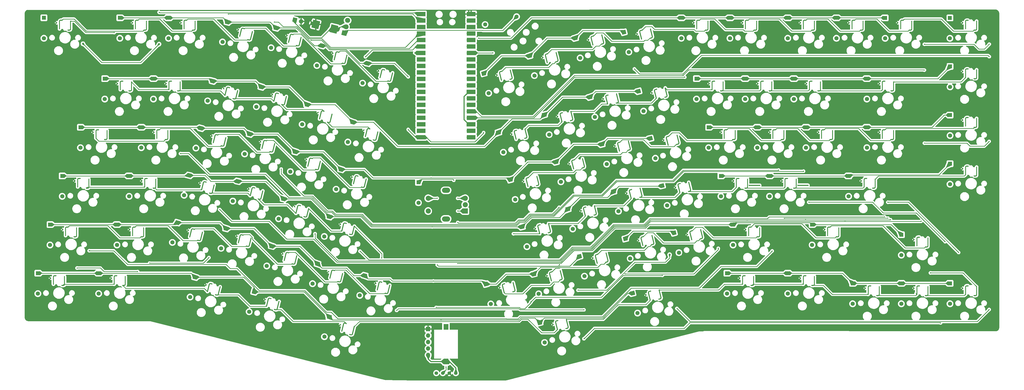
<source format=gbr>
%TF.GenerationSoftware,KiCad,Pcbnew,(7.0.0-0)*%
%TF.CreationDate,2023-04-21T13:34:59-07:00*%
%TF.ProjectId,redherring_v2,72656468-6572-4726-996e-675f76322e6b,rev?*%
%TF.SameCoordinates,Original*%
%TF.FileFunction,Copper,L1,Top*%
%TF.FilePolarity,Positive*%
%FSLAX46Y46*%
G04 Gerber Fmt 4.6, Leading zero omitted, Abs format (unit mm)*
G04 Created by KiCad (PCBNEW (7.0.0-0)) date 2023-04-21 13:34:59*
%MOMM*%
%LPD*%
G01*
G04 APERTURE LIST*
G04 Aperture macros list*
%AMHorizOval*
0 Thick line with rounded ends*
0 $1 width*
0 $2 $3 position (X,Y) of the first rounded end (center of the circle)*
0 $4 $5 position (X,Y) of the second rounded end (center of the circle)*
0 Add line between two ends*
20,1,$1,$2,$3,$4,$5,0*
0 Add two circle primitives to create the rounded ends*
1,1,$1,$2,$3*
1,1,$1,$4,$5*%
%AMRotRect*
0 Rectangle, with rotation*
0 The origin of the aperture is its center*
0 $1 length*
0 $2 width*
0 $3 Rotation angle, in degrees counterclockwise*
0 Add horizontal line*
21,1,$1,$2,0,0,$3*%
%AMFreePoly0*
4,1,36,0.124698,0.156366,0.180194,0.086777,0.200000,0.000000,0.200000,-2.870000,0.199431,-2.872491,0.189343,-3.000503,0.152323,-3.130417,0.090356,-3.250451,0.005888,-3.355871,-0.097749,-3.442516,-0.216467,-3.506969,-0.345582,-3.546687,-0.480000,-3.560104,-0.990000,-3.560104,-1.076777,-3.540298,-1.146366,-3.484802,-1.184986,-3.404608,-1.184986,-3.315600,-1.146366,-3.235406,-1.076777,-3.179910,
-0.990000,-3.160104,-0.480000,-3.160103,-0.435052,-3.160010,-0.349674,-3.131875,-0.277390,-3.078432,-0.225464,-3.005051,-0.199113,-2.919105,-0.199957,-2.874165,-0.199560,-2.871927,-0.200000,-2.870000,-0.200000,0.000000,-0.180194,0.086777,-0.124698,0.156366,-0.044504,0.194986,0.044504,0.194986,0.124698,0.156366,0.124698,0.156366,$1*%
%AMFreePoly1*
4,1,36,0.124698,0.156366,0.180194,0.086777,0.200000,0.000000,0.200000,-3.019897,0.199431,-3.022388,0.189343,-3.150400,0.152323,-3.280314,0.090356,-3.400348,0.005888,-3.505768,-0.097749,-3.592413,-0.216467,-3.656866,-0.345582,-3.696584,-0.480000,-3.710001,-0.990000,-3.710001,-1.076777,-3.690195,-1.146366,-3.634699,-1.184986,-3.554505,-1.184986,-3.465497,-1.146366,-3.385303,-1.076777,-3.329807,
-0.990000,-3.310001,-0.480000,-3.310000,-0.435052,-3.309907,-0.349674,-3.281772,-0.277390,-3.228329,-0.225464,-3.154948,-0.199113,-3.069002,-0.199957,-3.024062,-0.199560,-3.021824,-0.200000,-3.019897,-0.200000,0.000000,-0.180194,0.086777,-0.124698,0.156366,-0.044504,0.194986,0.044504,0.194986,0.124698,0.156366,0.124698,0.156366,$1*%
G04 Aperture macros list end*
%TA.AperFunction,ComponentPad*%
%ADD10RotRect,1.650000X1.650000X284.000000*%
%TD*%
%TA.AperFunction,ComponentPad*%
%ADD11C,1.650000*%
%TD*%
%TA.AperFunction,ComponentPad*%
%ADD12R,1.650000X1.650000*%
%TD*%
%TA.AperFunction,ComponentPad*%
%ADD13O,1.700000X1.700000*%
%TD*%
%TA.AperFunction,SMDPad,CuDef*%
%ADD14R,3.500000X1.700000*%
%TD*%
%TA.AperFunction,ComponentPad*%
%ADD15R,1.700000X1.700000*%
%TD*%
%TA.AperFunction,ComponentPad*%
%ADD16C,0.400000*%
%TD*%
%TA.AperFunction,SMDPad,CuDef*%
%ADD17FreePoly0,180.000000*%
%TD*%
%TA.AperFunction,SMDPad,CuDef*%
%ADD18FreePoly1,0.000000*%
%TD*%
%TA.AperFunction,SMDPad,CuDef*%
%ADD19FreePoly0,194.000000*%
%TD*%
%TA.AperFunction,SMDPad,CuDef*%
%ADD20FreePoly1,14.000000*%
%TD*%
%TA.AperFunction,ComponentPad*%
%ADD21RotRect,1.650000X1.650000X256.000000*%
%TD*%
%TA.AperFunction,SMDPad,CuDef*%
%ADD22FreePoly0,166.000000*%
%TD*%
%TA.AperFunction,SMDPad,CuDef*%
%ADD23FreePoly1,346.000000*%
%TD*%
%TA.AperFunction,SMDPad,CuDef*%
%ADD24R,1.955800X2.311400*%
%TD*%
%TA.AperFunction,WasherPad*%
%ADD25O,3.200000X2.000000*%
%TD*%
%TA.AperFunction,ComponentPad*%
%ADD26R,2.000000X2.000000*%
%TD*%
%TA.AperFunction,ComponentPad*%
%ADD27C,2.000000*%
%TD*%
%TA.AperFunction,ComponentPad*%
%ADD28C,1.600000*%
%TD*%
%TA.AperFunction,ComponentPad*%
%ADD29HorizOval,1.600000X0.000000X0.000000X0.000000X0.000000X0*%
%TD*%
%TA.AperFunction,ComponentPad*%
%ADD30C,1.397000*%
%TD*%
%TA.AperFunction,SMDPad,CuDef*%
%ADD31RotRect,2.795000X3.120000X346.000000*%
%TD*%
%TA.AperFunction,ComponentPad*%
%ADD32C,1.524000*%
%TD*%
%TA.AperFunction,ComponentPad*%
%ADD33RotRect,1.700000X1.700000X76.000000*%
%TD*%
%TA.AperFunction,ComponentPad*%
%ADD34HorizOval,1.700000X0.000000X0.000000X0.000000X0.000000X0*%
%TD*%
%TA.AperFunction,ComponentPad*%
%ADD35RotRect,1.905000X2.000000X76.000000*%
%TD*%
%TA.AperFunction,ComponentPad*%
%ADD36HorizOval,1.905000X-0.046089X0.011491X0.046089X-0.011491X0*%
%TD*%
%TA.AperFunction,ViaPad*%
%ADD37C,0.400000*%
%TD*%
%TA.AperFunction,ViaPad*%
%ADD38C,0.800000*%
%TD*%
%TA.AperFunction,Conductor*%
%ADD39C,0.250000*%
%TD*%
%TA.AperFunction,Conductor*%
%ADD40C,0.400000*%
%TD*%
G04 APERTURE END LIST*
D10*
%TO.P,D49,1,K*%
%TO.N,row5*%
X223109902Y-150255439D03*
D11*
%TO.P,D49,2,A*%
%TO.N,Net-(D49-A)*%
X225045279Y-158017806D03*
%TD*%
D12*
%TO.P,D68,1,K*%
%TO.N,row7*%
X353492499Y-73729999D03*
D11*
%TO.P,D68,2,A*%
%TO.N,Net-(D68-A)*%
X353492500Y-81730000D03*
%TD*%
D10*
%TO.P,D9,1,K*%
%TO.N,row1*%
X239339415Y-57859614D03*
D11*
%TO.P,D9,2,A*%
%TO.N,Net-(D9-A)*%
X241274792Y-65621981D03*
%TD*%
D13*
%TO.P,U3,1,GPIO0*%
%TO.N,col1*%
X179899169Y-48422499D03*
D14*
X178999169Y-48422499D03*
D13*
%TO.P,U3,2,GPIO1*%
%TO.N,col2*%
X179899169Y-50962499D03*
D14*
X178999169Y-50962499D03*
D15*
%TO.P,U3,3,GND*%
%TO.N,GND*%
X179899169Y-53502499D03*
D14*
X178999169Y-53502499D03*
D13*
%TO.P,U3,4,GPIO2*%
%TO.N,col3*%
X179899169Y-56042499D03*
D14*
X178999169Y-56042499D03*
D13*
%TO.P,U3,5,GPIO3*%
%TO.N,col4*%
X179899169Y-58582499D03*
D14*
X178999169Y-58582499D03*
D13*
%TO.P,U3,6,GPIO4*%
%TO.N,col5*%
X179899169Y-61122499D03*
D14*
X178999169Y-61122499D03*
D13*
%TO.P,U3,7,GPIO5*%
%TO.N,col6*%
X179899169Y-63662499D03*
D14*
X178999169Y-63662499D03*
D15*
%TO.P,U3,8,GND*%
%TO.N,GND*%
X179899169Y-66202499D03*
D14*
X178999169Y-66202499D03*
D13*
%TO.P,U3,9,GPIO6*%
%TO.N,col7*%
X179899169Y-68742499D03*
D14*
X178999169Y-68742499D03*
D13*
%TO.P,U3,10,GPIO7*%
%TO.N,row9*%
X179899169Y-71282499D03*
D14*
X178999169Y-71282499D03*
D13*
%TO.P,U3,11,GPIO8*%
%TO.N,SW89A*%
X179899169Y-73822499D03*
D14*
X178999169Y-73822499D03*
D13*
%TO.P,U3,12,GPIO9*%
%TO.N,col8*%
X179899169Y-76362499D03*
D14*
X178999169Y-76362499D03*
D15*
%TO.P,U3,13,GND*%
%TO.N,GND*%
X179899169Y-78902499D03*
D14*
X178999169Y-78902499D03*
D13*
%TO.P,U3,14,GPIO10*%
%TO.N,row6*%
X179899169Y-81442499D03*
D14*
X178999169Y-81442499D03*
D13*
%TO.P,U3,15,GPIO11*%
%TO.N,row5*%
X179899169Y-83982499D03*
D14*
X178999169Y-83982499D03*
D13*
%TO.P,U3,16,GPIO12*%
%TO.N,row4*%
X179899169Y-86522499D03*
D14*
X178999169Y-86522499D03*
D13*
%TO.P,U3,17,GPIO13*%
%TO.N,row3*%
X179899169Y-89062499D03*
D14*
X178999169Y-89062499D03*
D15*
%TO.P,U3,18,GND*%
%TO.N,GND*%
X179899169Y-91602499D03*
D14*
X178999169Y-91602499D03*
D13*
%TO.P,U3,19,GPIO14*%
%TO.N,row2*%
X179899169Y-94142499D03*
D14*
X178999169Y-94142499D03*
D13*
%TO.P,U3,20,GPIO15*%
%TO.N,row1*%
X179899169Y-96682499D03*
D14*
X178999169Y-96682499D03*
D13*
%TO.P,U3,21,GPIO16*%
%TO.N,SDA*%
X197679169Y-96682499D03*
D14*
X198579169Y-96682499D03*
D13*
%TO.P,U3,22,GPIO17*%
%TO.N,SCL*%
X197679169Y-94142499D03*
D14*
X198579169Y-94142499D03*
D15*
%TO.P,U3,23,GND*%
%TO.N,GND*%
X197679169Y-91602499D03*
D14*
X198579169Y-91602499D03*
D13*
%TO.P,U3,24,GPIO18*%
%TO.N,row8*%
X197679169Y-89062499D03*
D14*
X198579169Y-89062499D03*
D13*
%TO.P,U3,25,GPIO19*%
%TO.N,col10*%
X197679169Y-86522499D03*
D14*
X198579169Y-86522499D03*
D13*
%TO.P,U3,26,GPIO20*%
%TO.N,SPEAKER*%
X197679169Y-83982499D03*
D14*
X198579169Y-83982499D03*
D13*
%TO.P,U3,27,GPIO21*%
%TO.N,SOLENOID_CONTROL*%
X197679169Y-81442499D03*
D14*
X198579169Y-81442499D03*
D15*
%TO.P,U3,28,GND*%
%TO.N,GND*%
X197679169Y-78902499D03*
D14*
X198579169Y-78902499D03*
D13*
%TO.P,U3,29,GPIO22*%
%TO.N,row7*%
X197679169Y-76362499D03*
D14*
X198579169Y-76362499D03*
D13*
%TO.P,U3,30,RUN*%
%TO.N,unconnected-(U3-RUN-Pad30)*%
X197679169Y-73822499D03*
D14*
X198579169Y-73822499D03*
D13*
%TO.P,U3,31,GPIO26_ADC0*%
%TO.N,encB*%
X197679169Y-71282499D03*
D14*
X198579169Y-71282499D03*
D13*
%TO.P,U3,32,GPIO27_ADC1*%
%TO.N,encA*%
X197679169Y-68742499D03*
D14*
X198579169Y-68742499D03*
D15*
%TO.P,U3,33,AGND*%
%TO.N,unconnected-(U3-AGND-Pad33)*%
X197679169Y-66202499D03*
D14*
X198579169Y-66202499D03*
D13*
%TO.P,U3,34,GPIO28_ADC2*%
%TO.N,LED*%
X197679169Y-63662499D03*
D14*
X198579169Y-63662499D03*
D13*
%TO.P,U3,35,ADC_VREF*%
%TO.N,unconnected-(U3-ADC_VREF-Pad35)*%
X197679169Y-61122499D03*
D14*
X198579169Y-61122499D03*
D13*
%TO.P,U3,36,3V3*%
%TO.N,unconnected-(U3-3V3-Pad36)*%
X197679169Y-58582499D03*
D14*
X198579169Y-58582499D03*
D13*
%TO.P,U3,37,3V3_EN*%
%TO.N,unconnected-(U3-3V3_EN-Pad37)*%
X197679169Y-56042499D03*
D14*
X198579169Y-56042499D03*
D15*
%TO.P,U3,38,GND*%
%TO.N,GND*%
X197679169Y-53502499D03*
D14*
X198579169Y-53502499D03*
D13*
%TO.P,U3,39,VSYS*%
%TO.N,unconnected-(U3-VSYS-Pad39)*%
X197679169Y-50962499D03*
D14*
X198579169Y-50962499D03*
D13*
%TO.P,U3,40,VBUS*%
%TO.N,VDD*%
X197679169Y-48422499D03*
D14*
X198579169Y-48422499D03*
%TD*%
D10*
%TO.P,D18,1,K*%
%TO.N,row2*%
X227192123Y-87883910D03*
D11*
%TO.P,D18,2,A*%
%TO.N,Net-(D18-A)*%
X229127500Y-95646277D03*
%TD*%
D16*
%TO.P,SW84,1,VDD*%
%TO.N,VDD*%
X303708750Y-151860135D03*
%TO.P,SW84,2,DOUT*%
%TO.N,Net-(SW58B-DIN)*%
X304808750Y-154245000D03*
D17*
X304808750Y-154245000D03*
D16*
X305798750Y-150885000D03*
%TO.P,SW84,4,DIN*%
%TO.N,Net-(SW84B-DIN)*%
X308158750Y-154725000D03*
X309148750Y-151215000D03*
D18*
X309148750Y-151215000D03*
%TD*%
D10*
%TO.P,D60,1,K*%
%TO.N,row6*%
X277986227Y-134119086D03*
D11*
%TO.P,D60,2,A*%
%TO.N,Net-(D60-A)*%
X279921604Y-141881453D03*
%TD*%
D16*
%TO.P,SW49,1,VDD*%
%TO.N,VDD*%
X228394328Y-150896570D03*
%TO.P,SW49,2,DOUT*%
%TO.N,Net-(SW49B-DOUT)*%
X230038605Y-152944480D03*
D19*
X230038605Y-152944480D03*
D16*
X230186340Y-149444784D03*
%TO.P,SW49,4,DIN*%
%TO.N,Net-(SW48B-DOUT)*%
X233405218Y-152599784D03*
X233516665Y-148954543D03*
D20*
X233516665Y-148954543D03*
%TD*%
D21*
%TO.P,D24,1,K*%
%TO.N,row3*%
X111867071Y-95448915D03*
D11*
%TO.P,D24,2,A*%
%TO.N,Net-(D24-A)*%
X109931696Y-103211282D03*
%TD*%
D16*
%TO.P,SW25,1,VDD*%
%TO.N,VDD*%
X134147445Y-105427005D03*
%TO.P,SW25,2,DOUT*%
%TO.N,Net-(SW25B-DOUT)*%
X134637819Y-108007143D03*
D22*
X134637819Y-108007143D03*
D16*
X136411269Y-104986452D03*
%TO.P,SW25,4,DIN*%
%TO.N,Net-(SW24B-DOUT)*%
X137772187Y-109283324D03*
X139581926Y-106117088D03*
D23*
X139581926Y-106117088D03*
%TD*%
D10*
%TO.P,D48,1,K*%
%TO.N,row5*%
X204380784Y-154211356D03*
D11*
%TO.P,D48,2,A*%
%TO.N,Net-(D48-A)*%
X206316161Y-161973723D03*
%TD*%
D10*
%TO.P,D28,1,K*%
%TO.N,row3*%
X231800735Y-106368043D03*
D11*
%TO.P,D28,2,A*%
%TO.N,Net-(D28-A)*%
X233736112Y-114130410D03*
%TD*%
D12*
%TO.P,D88,1,K*%
%TO.N,row9*%
X386036249Y-153898749D03*
D11*
%TO.P,D88,2,A*%
%TO.N,Net-(D88-A)*%
X386036250Y-161898750D03*
%TD*%
D12*
%TO.P,D11,1,K*%
%TO.N,row2*%
X55200839Y-73729999D03*
D11*
%TO.P,D11,2,A*%
%TO.N,Net-(D11-A)*%
X55200840Y-81730000D03*
%TD*%
D21*
%TO.P,D16,1,K*%
%TO.N,row2*%
X152291797Y-90803039D03*
D11*
%TO.P,D16,2,A*%
%TO.N,Net-(D16-A)*%
X150356422Y-98565406D03*
%TD*%
D16*
%TO.P,SW87,1,VDD*%
%TO.N,VDD*%
X371971250Y-155828885D03*
%TO.P,SW87,2,DOUT*%
%TO.N,Net-(SW86B-DIN)*%
X373071250Y-158213750D03*
D17*
X373071250Y-158213750D03*
D16*
X374061250Y-154853750D03*
%TO.P,SW87,4,DIN*%
%TO.N,Net-(SW87B-DIN)*%
X376421250Y-158693750D03*
X377411250Y-155183750D03*
D18*
X377411250Y-155183750D03*
%TD*%
D12*
%TO.P,D12,1,K*%
%TO.N,row2*%
X74250839Y-73729999D03*
D11*
%TO.P,D12,2,A*%
%TO.N,Net-(D12-A)*%
X74250840Y-81730000D03*
%TD*%
D12*
%TO.P,D52,1,K*%
%TO.N,row6*%
X29007089Y-149929999D03*
D11*
%TO.P,D52,2,A*%
%TO.N,Net-(D52-A)*%
X29007090Y-157930000D03*
%TD*%
D16*
%TO.P,SW8,1,VDD*%
%TO.N,VDD*%
X226715784Y-65419874D03*
%TO.P,SW8,2,DOUT*%
%TO.N,Net-(SW8B-DOUT)*%
X228360061Y-67467784D03*
D19*
X228360061Y-67467784D03*
D16*
X228507796Y-63968088D03*
%TO.P,SW8,4,DIN*%
%TO.N,Net-(SW7B-DOUT)*%
X231726674Y-67123088D03*
X231838121Y-63477847D03*
D20*
X231838121Y-63477847D03*
%TD*%
D21*
%TO.P,D5,1,K*%
%TO.N,row1*%
X140150895Y-60821356D03*
D11*
%TO.P,D5,2,A*%
%TO.N,Net-(D5-A)*%
X138215520Y-68583723D03*
%TD*%
D16*
%TO.P,SW27,1,VDD*%
%TO.N,VDD*%
X219177104Y-113928303D03*
%TO.P,SW27,2,DOUT*%
%TO.N,Net-(SW27B-DOUT)*%
X220821381Y-115976213D03*
D19*
X220821381Y-115976213D03*
D16*
X220969116Y-112476517D03*
%TO.P,SW27,4,DIN*%
%TO.N,Net-(SW17B-DOUT)*%
X224187994Y-115631517D03*
X224299441Y-111986276D03*
D20*
X224299441Y-111986276D03*
%TD*%
D21*
%TO.P,D33,1,K*%
%TO.N,row4*%
X88198249Y-111634953D03*
D11*
%TO.P,D33,2,A*%
%TO.N,Net-(D33-A)*%
X86262874Y-119397320D03*
%TD*%
D12*
%TO.P,D70,1,K*%
%TO.N,row7*%
X360655839Y-49944999D03*
D11*
%TO.P,D70,2,A*%
%TO.N,Net-(D70-A)*%
X360655840Y-57945000D03*
%TD*%
D16*
%TO.P,SW17,1,VDD*%
%TO.N,VDD*%
X214568492Y-95444170D03*
%TO.P,SW17,2,DOUT*%
%TO.N,Net-(SW17B-DOUT)*%
X216212769Y-97492080D03*
D19*
X216212769Y-97492080D03*
D16*
X216360504Y-93992384D03*
%TO.P,SW17,4,DIN*%
%TO.N,Net-(SW17B-DIN)*%
X219579382Y-97147384D03*
X219690829Y-93502143D03*
D20*
X219690829Y-93502143D03*
%TD*%
D12*
%TO.P,D76,1,K*%
%TO.N,row8*%
X296342499Y-111829999D03*
D11*
%TO.P,D76,2,A*%
%TO.N,Net-(D76-A)*%
X296342500Y-119830000D03*
%TD*%
D12*
%TO.P,D65,1,K*%
%TO.N,row7*%
X286817499Y-73729999D03*
D11*
%TO.P,D65,2,A*%
%TO.N,Net-(D65-A)*%
X286817500Y-81730000D03*
%TD*%
D16*
%TO.P,SW32,1,VDD*%
%TO.N,VDD*%
X69710840Y-113760135D03*
%TO.P,SW32,2,DOUT*%
%TO.N,Net-(SW31B-DIN)*%
X70810840Y-116145000D03*
D17*
X70810840Y-116145000D03*
D16*
X71800840Y-112785000D03*
%TO.P,SW32,4,DIN*%
%TO.N,Net-(SW32B-DIN)*%
X74160840Y-116625000D03*
X75150840Y-113115000D03*
D18*
X75150840Y-113115000D03*
%TD*%
D16*
%TO.P,LS1,1,1*%
%TO.N,SPEAKER*%
X188741340Y-170920500D03*
D24*
X188741339Y-170920499D03*
D16*
%TO.P,LS1,2,2*%
%TO.N,GND*%
X188741340Y-184509500D03*
D24*
X188741339Y-184509499D03*
%TD*%
D21*
%TO.P,D34,1,K*%
%TO.N,row4*%
X107258459Y-113933048D03*
D11*
%TO.P,D34,2,A*%
%TO.N,Net-(D34-A)*%
X105323084Y-121695415D03*
%TD*%
D21*
%TO.P,D47,1,K*%
%TO.N,row5*%
X156950094Y-150864052D03*
D11*
%TO.P,D47,2,A*%
%TO.N,Net-(D47-A)*%
X155014719Y-158626419D03*
%TD*%
D10*
%TO.P,D58,1,K*%
%TO.N,row6*%
X261800188Y-157787909D03*
D11*
%TO.P,D58,2,A*%
%TO.N,Net-(D58-A)*%
X263735565Y-165550276D03*
%TD*%
D12*
%TO.P,D22,1,K*%
%TO.N,row3*%
X69488339Y-92779999D03*
D11*
%TO.P,D22,2,A*%
%TO.N,Net-(D22-A)*%
X69488340Y-100780000D03*
%TD*%
D10*
%TO.P,D10,1,K*%
%TO.N,row1*%
X258399625Y-55561519D03*
D11*
%TO.P,D10,2,A*%
%TO.N,Net-(D10-A)*%
X260335002Y-63323886D03*
%TD*%
D16*
%TO.P,SW77,1,VDD*%
%TO.N,VDD*%
X320377500Y-113760135D03*
%TO.P,SW77,2,DOUT*%
%TO.N,Net-(SW76B-DIN)*%
X321477500Y-116145000D03*
D17*
X321477500Y-116145000D03*
D16*
X322467500Y-112785000D03*
%TO.P,SW77,4,DIN*%
%TO.N,Net-(SW77B-DIN)*%
X324827500Y-116625000D03*
X325817500Y-113115000D03*
D18*
X325817500Y-113115000D03*
%TD*%
D16*
%TO.P,SW76,1,VDD*%
%TO.N,VDD*%
X301327500Y-113760135D03*
%TO.P,SW76,2,DOUT*%
%TO.N,Net-(SW40B-DIN)*%
X302427500Y-116145000D03*
D17*
X302427500Y-116145000D03*
D16*
X303417500Y-112785000D03*
%TO.P,SW76,4,DIN*%
%TO.N,Net-(SW76B-DIN)*%
X305777500Y-116625000D03*
X306767500Y-113115000D03*
D18*
X306767500Y-113115000D03*
%TD*%
D16*
%TO.P,SW58,1,VDD*%
%TO.N,VDD*%
X267084614Y-158429040D03*
%TO.P,SW58,2,DOUT*%
%TO.N,Net-(SW57B-DIN)*%
X268728891Y-160476950D03*
D19*
X268728891Y-160476950D03*
D16*
X268876626Y-156977254D03*
%TO.P,SW58,4,DIN*%
%TO.N,Net-(SW58B-DIN)*%
X272095504Y-160132254D03*
X272206951Y-156487013D03*
D20*
X272206951Y-156487013D03*
%TD*%
D21*
%TO.P,D44,1,K*%
%TO.N,row5*%
X102649847Y-132417182D03*
D11*
%TO.P,D44,2,A*%
%TO.N,Net-(D44-A)*%
X100714472Y-140179549D03*
%TD*%
D16*
%TO.P,SW42,1,VDD*%
%TO.N,VDD*%
X64948340Y-132810135D03*
%TO.P,SW42,2,DOUT*%
%TO.N,Net-(SW42B-DOUT)*%
X66048340Y-135195000D03*
D17*
X66048340Y-135195000D03*
D16*
X67038340Y-131835000D03*
%TO.P,SW42,4,DIN*%
%TO.N,Net-(SW41B-DOUT)*%
X69398340Y-135675000D03*
X70388340Y-132165000D03*
D18*
X70388340Y-132165000D03*
%TD*%
D21*
%TO.P,D43,1,K*%
%TO.N,row5*%
X83589636Y-130119086D03*
D11*
%TO.P,D43,2,A*%
%TO.N,Net-(D43-A)*%
X81654261Y-137881453D03*
%TD*%
D12*
%TO.P,D72,1,K*%
%TO.N,row8*%
X310629999Y-92779999D03*
D11*
%TO.P,D72,2,A*%
%TO.N,Net-(D72-A)*%
X310630000Y-100780000D03*
%TD*%
D16*
%TO.P,SW80,1,VDD*%
%TO.N,VDD*%
X391021750Y-51847135D03*
%TO.P,SW80,2,DOUT*%
%TO.N,Net-(SW69B-DIN)*%
X392121750Y-54232000D03*
D17*
X392121750Y-54232000D03*
D16*
X393111750Y-50872000D03*
%TO.P,SW80,4,DIN*%
%TO.N,Net-(SW70B-DOUT)*%
X395471750Y-54712000D03*
X396461750Y-51202000D03*
D18*
X396461750Y-51202000D03*
%TD*%
D16*
%TO.P,SW12,1,VDD*%
%TO.N,VDD*%
X79235840Y-75660135D03*
%TO.P,SW12,2,DOUT*%
%TO.N,Net-(SW11B-DIN)*%
X80335840Y-78045000D03*
D17*
X80335840Y-78045000D03*
D16*
X81325840Y-74685000D03*
%TO.P,SW12,4,DIN*%
%TO.N,Net-(SW12B-DIN)*%
X83685840Y-78525000D03*
X84675840Y-75015000D03*
D18*
X84675840Y-75015000D03*
%TD*%
D16*
%TO.P,SW23,1,VDD*%
%TO.N,VDD*%
X97179178Y-96209781D03*
%TO.P,SW23,2,DOUT*%
%TO.N,Net-(SW23B-DOUT)*%
X97669552Y-98789919D03*
D22*
X97669552Y-98789919D03*
D16*
X99443002Y-95769228D03*
%TO.P,SW23,4,DIN*%
%TO.N,Net-(SW22B-DOUT)*%
X100803920Y-100066100D03*
X102613659Y-96899864D03*
D23*
X102613659Y-96899864D03*
%TD*%
D10*
%TO.P,D20,1,K*%
%TO.N,row2*%
X264160390Y-78666686D03*
D11*
%TO.P,D20,2,A*%
%TO.N,Net-(D20-A)*%
X266095767Y-86429053D03*
%TD*%
D25*
%TO.P,SWLH_ROT1,*%
%TO.N,*%
X188789169Y-128684999D03*
X188789169Y-117484999D03*
D26*
%TO.P,SWLH_ROT1,A,A*%
%TO.N,encA*%
X196289169Y-125584999D03*
D27*
%TO.P,SWLH_ROT1,B,B*%
%TO.N,encB*%
X196289170Y-120585000D03*
%TO.P,SWLH_ROT1,C,C*%
%TO.N,GND*%
X196289170Y-123085000D03*
%TO.P,SWLH_ROT1,S1,S1*%
%TO.N,SW89A*%
X181789170Y-120585000D03*
%TO.P,SWLH_ROT1,S2,S2*%
%TO.N,SW89B*%
X181789170Y-125585000D03*
%TD*%
D28*
%TO.P,R10,1*%
%TO.N,Net-(Q2-B)*%
X216395840Y-49455000D03*
D29*
%TO.P,R10,2*%
%TO.N,SOLENOID_CONTROL*%
X204073083Y-52527407D03*
%TD*%
D10*
%TO.P,D7,1,K*%
%TO.N,row1*%
X203523301Y-71697872D03*
D11*
%TO.P,D7,2,A*%
%TO.N,Net-(D7-A)*%
X205458678Y-79460239D03*
%TD*%
D16*
%TO.P,SW48,1,VDD*%
%TO.N,VDD*%
X209910195Y-155505183D03*
%TO.P,SW48,2,DOUT*%
%TO.N,Net-(SW48B-DOUT)*%
X211554472Y-157553093D03*
D19*
X211554472Y-157553093D03*
D16*
X211702207Y-154053397D03*
%TO.P,SW48,4,DIN*%
%TO.N,Net-(SW37B-DOUT)*%
X214921085Y-157208397D03*
X215032532Y-153563156D03*
D20*
X215032532Y-153563156D03*
%TD*%
D16*
%TO.P,SW82,1,VDD*%
%TO.N,VDD*%
X337046250Y-132810135D03*
%TO.P,SW82,2,DOUT*%
%TO.N,Net-(SW82B-DOUT)*%
X338146250Y-135195000D03*
D17*
X338146250Y-135195000D03*
D16*
X339136250Y-131835000D03*
%TO.P,SW82,4,DIN*%
%TO.N,Net-(SW81B-DOUT)*%
X341496250Y-135675000D03*
X342486250Y-132165000D03*
D18*
X342486250Y-132165000D03*
%TD*%
D30*
%TO.P,OL1,1,SDA*%
%TO.N,SDA*%
X184979169Y-189047500D03*
X184979170Y-189047500D03*
%TO.P,OL1,2,SCL*%
%TO.N,SCL*%
X187519169Y-189047500D03*
X187519170Y-189047500D03*
%TO.P,OL1,3,VCC*%
%TO.N,VDD*%
X190059169Y-189047500D03*
X190059170Y-189047500D03*
%TO.P,OL1,4,GND*%
%TO.N,GND*%
X192599169Y-189047500D03*
X192599170Y-189047500D03*
%TD*%
D10*
%TO.P,D59,1,K*%
%TO.N,row6*%
X258926016Y-136417182D03*
D11*
%TO.P,D59,2,A*%
%TO.N,Net-(D59-A)*%
X260861393Y-144179549D03*
%TD*%
D12*
%TO.P,D71,1,K*%
%TO.N,row8*%
X291579999Y-92779999D03*
D11*
%TO.P,D71,2,A*%
%TO.N,Net-(D71-A)*%
X291580000Y-100780000D03*
%TD*%
D10*
%TO.P,D27,1,K*%
%TO.N,row3*%
X213892678Y-113287172D03*
D11*
%TO.P,D27,2,A*%
%TO.N,Net-(D27-A)*%
X215828055Y-121049539D03*
%TD*%
D16*
%TO.P,SW22,1,VDD*%
%TO.N,VDD*%
X74473340Y-94710135D03*
%TO.P,SW22,2,DOUT*%
%TO.N,Net-(SW22B-DOUT)*%
X75573340Y-97095000D03*
D17*
X75573340Y-97095000D03*
D16*
X76563340Y-93735000D03*
%TO.P,SW22,4,DIN*%
%TO.N,Net-(SW21B-DOUT)*%
X78923340Y-97575000D03*
X79913340Y-94065000D03*
D18*
X79913340Y-94065000D03*
%TD*%
D12*
%TO.P,D53,1,K*%
%TO.N,row6*%
X52819589Y-149929999D03*
D11*
%TO.P,D53,2,A*%
%TO.N,Net-(D53-A)*%
X52819590Y-157930000D03*
%TD*%
D16*
%TO.P,SW36,1,VDD*%
%TO.N,VDD*%
X147446890Y-130830268D03*
%TO.P,SW36,2,DOUT*%
%TO.N,Net-(SW35B-DIN)*%
X147937264Y-133410406D03*
D22*
X147937264Y-133410406D03*
D16*
X149710714Y-130389715D03*
%TO.P,SW36,4,DIN*%
%TO.N,Net-(SW36B-DIN)*%
X151071632Y-134686587D03*
X152881371Y-131520351D03*
D23*
X152881371Y-131520351D03*
%TD*%
D21*
%TO.P,D25,1,K*%
%TO.N,row3*%
X129775128Y-102368043D03*
D11*
%TO.P,D25,2,A*%
%TO.N,Net-(D25-A)*%
X127839753Y-110130410D03*
%TD*%
D12*
%TO.P,D66,1,K*%
%TO.N,row7*%
X305867499Y-73729999D03*
D11*
%TO.P,D66,2,A*%
%TO.N,Net-(D66-A)*%
X305867500Y-81730000D03*
%TD*%
D16*
%TO.P,SW41,1,VDD*%
%TO.N,VDD*%
X38754590Y-132810135D03*
%TO.P,SW41,2,DOUT*%
%TO.N,Net-(SW41B-DOUT)*%
X39854590Y-135195000D03*
D17*
X39854590Y-135195000D03*
D16*
X40844590Y-131835000D03*
%TO.P,SW41,4,DIN*%
%TO.N,Net-(SW41B-DIN)*%
X43204590Y-135675000D03*
X44194590Y-132165000D03*
D18*
X44194590Y-132165000D03*
%TD*%
D16*
%TO.P,SW14,1,VDD*%
%TO.N,VDD*%
X120848000Y-80023743D03*
%TO.P,SW14,2,DOUT*%
%TO.N,Net-(SW13B-DIN)*%
X121338374Y-82603881D03*
D22*
X121338374Y-82603881D03*
D16*
X123111824Y-79583190D03*
%TO.P,SW14,4,DIN*%
%TO.N,Net-(SW14B-DIN)*%
X124472742Y-83880062D03*
X126282481Y-80713826D03*
D23*
X126282481Y-80713826D03*
%TD*%
D12*
%TO.P,D84,1,K*%
%TO.N,row9*%
X298723749Y-149929999D03*
D11*
%TO.P,D84,2,A*%
%TO.N,Net-(D84-A)*%
X298723750Y-157930000D03*
%TD*%
D10*
%TO.P,D40,1,K*%
%TO.N,row4*%
X273377614Y-115634953D03*
D11*
%TO.P,D40,2,A*%
%TO.N,Net-(D40-A)*%
X275312991Y-123397320D03*
%TD*%
D16*
%TO.P,SW10,1,VDD*%
%TO.N,VDD*%
X263684051Y-56202650D03*
%TO.P,SW10,2,DOUT*%
%TO.N,Net-(SW10B-DOUT)*%
X265328328Y-58250560D03*
D19*
X265328328Y-58250560D03*
D16*
X265476063Y-54750864D03*
%TO.P,SW10,4,DIN*%
%TO.N,Net-(SW10B-DIN)*%
X268694941Y-57905864D03*
X268806388Y-54260623D03*
D20*
X268806388Y-54260623D03*
%TD*%
D12*
%TO.P,D75,1,K*%
%TO.N,row8*%
X386068839Y-88016999D03*
D11*
%TO.P,D75,2,A*%
%TO.N,Net-(D75-A)*%
X386068840Y-96017000D03*
%TD*%
D21*
%TO.P,D55,1,K*%
%TO.N,row6*%
X113638775Y-157244368D03*
D11*
%TO.P,D55,2,A*%
%TO.N,Net-(D55-A)*%
X111703400Y-165006735D03*
%TD*%
D16*
%TO.P,SW21,1,VDD*%
%TO.N,VDD*%
X50660840Y-94710135D03*
%TO.P,SW21,2,DOUT*%
%TO.N,Net-(SW21B-DOUT)*%
X51760840Y-97095000D03*
D17*
X51760840Y-97095000D03*
D16*
X52750840Y-93735000D03*
%TO.P,SW21,4,DIN*%
%TO.N,Net-(SW21B-DIN)*%
X55110840Y-97575000D03*
X56100840Y-94065000D03*
D18*
X56100840Y-94065000D03*
%TD*%
D21*
%TO.P,D3,1,K*%
%TO.N,row1*%
X103214356Y-51574804D03*
D11*
%TO.P,D3,2,A*%
%TO.N,Net-(D3-A)*%
X101278981Y-59337171D03*
%TD*%
D16*
%TO.P,SW30,1,VDD*%
%TO.N,VDD*%
X274053428Y-97791950D03*
%TO.P,SW30,2,DOUT*%
%TO.N,Net-(SW30B-DOUT)*%
X275697705Y-99839860D03*
D19*
X275697705Y-99839860D03*
D16*
X275845440Y-96340164D03*
%TO.P,SW30,4,DIN*%
%TO.N,Net-(SW29B-DOUT)*%
X279064318Y-99495164D03*
X279175765Y-95849923D03*
D20*
X279175765Y-95849923D03*
%TD*%
D16*
%TO.P,SW63,1,VDD*%
%TO.N,VDD*%
X327521250Y-51847635D03*
%TO.P,SW63,2,DOUT*%
%TO.N,Net-(SW63B-DOUT)*%
X328621250Y-54232500D03*
D17*
X328621250Y-54232500D03*
D16*
X329611250Y-50872500D03*
%TO.P,SW63,4,DIN*%
%TO.N,Net-(SW62B-DOUT)*%
X331971250Y-54712500D03*
X332961250Y-51202500D03*
D18*
X332961250Y-51202500D03*
%TD*%
D16*
%TO.P,SW50,1,VDD*%
%TO.N,VDD*%
X246302385Y-143977442D03*
%TO.P,SW50,2,DOUT*%
%TO.N,Net-(SW50B-DOUT)*%
X247946662Y-146025352D03*
D19*
X247946662Y-146025352D03*
D16*
X248094397Y-142525656D03*
%TO.P,SW50,4,DIN*%
%TO.N,Net-(SW49B-DOUT)*%
X251313275Y-145680656D03*
X251424722Y-142035415D03*
D20*
X251424722Y-142035415D03*
%TD*%
D31*
%TO.P,D_SOL_1,A*%
%TO.N,Net-(J_SOL_1-Pin_1)*%
X144928953Y-54285876D03*
D32*
X146284942Y-54623963D03*
%TO.P,D_SOL_1,C*%
%TO.N,VDD*%
X136426738Y-52166037D03*
D31*
X137782725Y-52504122D03*
%TD*%
D21*
%TO.P,D36,1,K*%
%TO.N,row4*%
X143074573Y-127771306D03*
D11*
%TO.P,D36,2,A*%
%TO.N,Net-(D36-A)*%
X141139198Y-135533673D03*
%TD*%
D16*
%TO.P,SW33,1,VDD*%
%TO.N,VDD*%
X92570566Y-114693915D03*
%TO.P,SW33,2,DOUT*%
%TO.N,Net-(SW32B-DIN)*%
X93060940Y-117274053D03*
D22*
X93060940Y-117274053D03*
D16*
X94834390Y-114253362D03*
%TO.P,SW33,4,DIN*%
%TO.N,Net-(SW33B-DIN)*%
X96195308Y-118550234D03*
X98005047Y-115383998D03*
D23*
X98005047Y-115383998D03*
%TD*%
D16*
%TO.P,SW16,1,VDD*%
%TO.N,VDD*%
X156664114Y-93862001D03*
%TO.P,SW16,2,DOUT*%
%TO.N,Net-(SW15B-DIN)*%
X157154488Y-96442139D03*
D22*
X157154488Y-96442139D03*
D16*
X158927938Y-93421448D03*
%TO.P,SW16,4,DIN*%
%TO.N,Net-(SW16B-DIN)*%
X160288856Y-97718320D03*
X162098595Y-94552084D03*
D23*
X162098595Y-94552084D03*
%TD*%
D16*
%TO.P,SW55,1,VDD*%
%TO.N,VDD*%
X118011092Y-160303330D03*
%TO.P,SW55,2,DOUT*%
%TO.N,Net-(SW54B-DIN)*%
X118501466Y-162883468D03*
D22*
X118501466Y-162883468D03*
D16*
X120274916Y-159862777D03*
%TO.P,SW55,4,DIN*%
%TO.N,Net-(SW55B-DIN)*%
X121635834Y-164159649D03*
X123445573Y-160993413D03*
D23*
X123445573Y-160993413D03*
%TD*%
D16*
%TO.P,SW38,1,VDD*%
%TO.N,VDD*%
X241693773Y-125493308D03*
%TO.P,SW38,2,DOUT*%
%TO.N,Net-(SW37B-DIN)*%
X243338050Y-127541218D03*
D19*
X243338050Y-127541218D03*
D16*
X243485785Y-124041522D03*
%TO.P,SW38,4,DIN*%
%TO.N,Net-(SW38B-DIN)*%
X246704663Y-127196522D03*
X246816110Y-123551281D03*
D20*
X246816110Y-123551281D03*
%TD*%
D16*
%TO.P,SW35,1,VDD*%
%TO.N,VDD*%
X129538833Y-123911139D03*
%TO.P,SW35,2,DOUT*%
%TO.N,Net-(SW34B-DIN)*%
X130029207Y-126491277D03*
D22*
X130029207Y-126491277D03*
D16*
X131802657Y-123470586D03*
%TO.P,SW35,4,DIN*%
%TO.N,Net-(SW35B-DIN)*%
X133163575Y-127767458D03*
X134973314Y-124601222D03*
D23*
X134973314Y-124601222D03*
%TD*%
D16*
%TO.P,SW13,1,VDD*%
%TO.N,VDD*%
X101787790Y-77725648D03*
%TO.P,SW13,2,DOUT*%
%TO.N,Net-(SW12B-DIN)*%
X102278164Y-80305786D03*
D22*
X102278164Y-80305786D03*
D16*
X104051614Y-77285095D03*
%TO.P,SW13,4,DIN*%
%TO.N,Net-(SW13B-DIN)*%
X105412532Y-81581967D03*
X107222271Y-78415731D03*
D23*
X107222271Y-78415731D03*
%TD*%
D16*
%TO.P,SW53,1,VDD*%
%TO.N,VDD*%
X57804590Y-151860135D03*
%TO.P,SW53,2,DOUT*%
%TO.N,Net-(SW52B-DIN)*%
X58904590Y-154245000D03*
D17*
X58904590Y-154245000D03*
D16*
X59894590Y-150885000D03*
%TO.P,SW53,4,DIN*%
%TO.N,Net-(SW53B-DIN)*%
X62254590Y-154725000D03*
X63244590Y-151215000D03*
D18*
X63244590Y-151215000D03*
%TD*%
D16*
%TO.P,SW66,1,VDD*%
%TO.N,VDD*%
X310852500Y-75660135D03*
%TO.P,SW66,2,DOUT*%
%TO.N,Net-(SW65B-DIN)*%
X311952500Y-78045000D03*
D17*
X311952500Y-78045000D03*
D16*
X312942500Y-74685000D03*
%TO.P,SW66,4,DIN*%
%TO.N,Net-(SW66B-DIN)*%
X315302500Y-78525000D03*
X316292500Y-75015000D03*
D18*
X316292500Y-75015000D03*
%TD*%
D21*
%TO.P,D56,1,K*%
%TO.N,row6*%
X143099415Y-167043879D03*
D11*
%TO.P,D56,2,A*%
%TO.N,Net-(D56-A)*%
X141164040Y-174806246D03*
%TD*%
D15*
%TO.P,J4,1,Pin_1*%
%TO.N,VDD*%
X181775839Y-171824999D03*
D13*
%TO.P,J4,2,Pin_2*%
%TO.N,SDA*%
X181775839Y-174364999D03*
%TO.P,J4,3,Pin_3*%
%TO.N,SCL*%
X181775839Y-176904999D03*
%TO.P,J4,4,Pin_4*%
%TO.N,unconnected-(J4-Pin_4-Pad4)*%
X181775839Y-179444999D03*
%TO.P,J4,5,Pin_5*%
%TO.N,GND*%
X181775839Y-181984999D03*
%TD*%
D16*
%TO.P,SW72,1,VDD*%
%TO.N,VDD*%
X315615000Y-94710135D03*
%TO.P,SW72,2,DOUT*%
%TO.N,Net-(SW72B-DOUT)*%
X316715000Y-97095000D03*
D17*
X316715000Y-97095000D03*
D16*
X317705000Y-93735000D03*
%TO.P,SW72,4,DIN*%
%TO.N,Net-(SW71B-DOUT)*%
X320065000Y-97575000D03*
X321055000Y-94065000D03*
D18*
X321055000Y-94065000D03*
%TD*%
D21*
%TO.P,D4,1,K*%
%TO.N,row1*%
X122236448Y-53859614D03*
D11*
%TO.P,D4,2,A*%
%TO.N,Net-(D4-A)*%
X120301073Y-61621981D03*
%TD*%
D16*
%TO.P,SW62,1,VDD*%
%TO.N,VDD*%
X304883500Y-51847635D03*
%TO.P,SW62,2,DOUT*%
%TO.N,Net-(SW62B-DOUT)*%
X305983500Y-54232500D03*
D17*
X305983500Y-54232500D03*
D16*
X306973500Y-50872500D03*
%TO.P,SW62,4,DIN*%
%TO.N,Net-(SW61B-DOUT)*%
X309333500Y-54712500D03*
X310323500Y-51202500D03*
D18*
X310323500Y-51202500D03*
%TD*%
D16*
%TO.P,SW3,1,VDD*%
%TO.N,VDD*%
X107548555Y-54620481D03*
%TO.P,SW3,2,DOUT*%
%TO.N,Net-(SW3B-DOUT)*%
X108038929Y-57200619D03*
D22*
X108038929Y-57200619D03*
D16*
X109812379Y-54179928D03*
%TO.P,SW3,4,DIN*%
%TO.N,Net-(SW2B-DOUT)*%
X111173297Y-58476800D03*
X112983036Y-55310564D03*
D23*
X112983036Y-55310564D03*
%TD*%
D12*
%TO.P,D64,1,K*%
%TO.N,row7*%
X341586249Y-49917499D03*
D11*
%TO.P,D64,2,A*%
%TO.N,Net-(D64-A)*%
X341586250Y-57917500D03*
%TD*%
D16*
%TO.P,SW61,1,VDD*%
%TO.N,VDD*%
X285833500Y-51847635D03*
%TO.P,SW61,2,DOUT*%
%TO.N,Net-(SW61B-DOUT)*%
X286933500Y-54232500D03*
D17*
X286933500Y-54232500D03*
D16*
X287923500Y-50872500D03*
%TO.P,SW61,4,DIN*%
%TO.N,Net-(SW10B-DOUT)*%
X290283500Y-54712500D03*
X291273500Y-51202500D03*
D18*
X291273500Y-51202500D03*
%TD*%
D16*
%TO.P,SW52,1,VDD*%
%TO.N,VDD*%
X33992090Y-151860135D03*
%TO.P,SW52,2,DOUT*%
%TO.N,Net-(SW41B-DIN)*%
X35092090Y-154245000D03*
D17*
X35092090Y-154245000D03*
D16*
X36082090Y-150885000D03*
%TO.P,SW52,4,DIN*%
%TO.N,Net-(SW52B-DIN)*%
X38442090Y-154725000D03*
X39432090Y-151215000D03*
D18*
X39432090Y-151215000D03*
%TD*%
D12*
%TO.P,D77,1,K*%
%TO.N,row8*%
X315392499Y-111829999D03*
D11*
%TO.P,D77,2,A*%
%TO.N,Net-(D77-A)*%
X315392500Y-119830000D03*
%TD*%
D10*
%TO.P,D39,1,K*%
%TO.N,row4*%
X254317404Y-117933048D03*
D11*
%TO.P,D39,2,A*%
%TO.N,Net-(D39-A)*%
X256252781Y-125695415D03*
%TD*%
D10*
%TO.P,D30,1,K*%
%TO.N,row3*%
X268769002Y-97150819D03*
D11*
%TO.P,D30,2,A*%
%TO.N,Net-(D30-A)*%
X270704379Y-104913186D03*
%TD*%
D10*
%TO.P,D57,1,K*%
%TO.N,row6*%
X225407998Y-169315650D03*
D11*
%TO.P,D57,2,A*%
%TO.N,Net-(D57-A)*%
X227343375Y-177078017D03*
%TD*%
D21*
%TO.P,D14,1,K*%
%TO.N,row2*%
X116475683Y-76964781D03*
D11*
%TO.P,D14,2,A*%
%TO.N,Net-(D14-A)*%
X114540308Y-84727148D03*
%TD*%
D12*
%TO.P,D69,1,K*%
%TO.N,row7*%
X386065839Y-68954999D03*
D11*
%TO.P,D69,2,A*%
%TO.N,Net-(D69-A)*%
X386065840Y-76955000D03*
%TD*%
D16*
%TO.P,SW15,1,VDD*%
%TO.N,VDD*%
X138756057Y-86942872D03*
%TO.P,SW15,2,DOUT*%
%TO.N,Net-(SW14B-DIN)*%
X139246431Y-89523010D03*
D22*
X139246431Y-89523010D03*
D16*
X141019881Y-86502319D03*
%TO.P,SW15,4,DIN*%
%TO.N,Net-(SW15B-DIN)*%
X142380799Y-90799191D03*
X144190538Y-87632955D03*
D23*
X144190538Y-87632955D03*
%TD*%
D12*
%TO.P,D2,1,K*%
%TO.N,row1*%
X80156339Y-49917499D03*
D11*
%TO.P,D2,2,A*%
%TO.N,Net-(D2-A)*%
X80156340Y-57917500D03*
%TD*%
D12*
%TO.P,D1,1,K*%
%TO.N,row1*%
X61106339Y-49917499D03*
D11*
%TO.P,D1,2,A*%
%TO.N,Net-(D1-A)*%
X61106340Y-57917500D03*
%TD*%
D16*
%TO.P,SW40,1,VDD*%
%TO.N,VDD*%
X278662040Y-116276084D03*
%TO.P,SW40,2,DOUT*%
%TO.N,Net-(SW39B-DIN)*%
X280306317Y-118323994D03*
D19*
X280306317Y-118323994D03*
D16*
X280454052Y-114824298D03*
%TO.P,SW40,4,DIN*%
%TO.N,Net-(SW40B-DIN)*%
X283672930Y-117979298D03*
X283784377Y-114334057D03*
D20*
X283784377Y-114334057D03*
%TD*%
D16*
%TO.P,SW86,1,VDD*%
%TO.N,VDD*%
X352921250Y-155828885D03*
%TO.P,SW86,2,DOUT*%
%TO.N,Net-(SW85B-DIN)*%
X354021250Y-158213750D03*
D17*
X354021250Y-158213750D03*
D16*
X355011250Y-154853750D03*
%TO.P,SW86,4,DIN*%
%TO.N,Net-(SW86B-DIN)*%
X357371250Y-158693750D03*
X358361250Y-155183750D03*
D18*
X358361250Y-155183750D03*
%TD*%
D16*
%TO.P,SW59,1,VDD*%
%TO.N,VDD*%
X264210442Y-137058313D03*
%TO.P,SW59,2,DOUT*%
%TO.N,Net-(SW59B-DOUT)*%
X265854719Y-139106223D03*
D19*
X265854719Y-139106223D03*
D16*
X266002454Y-135606527D03*
%TO.P,SW59,4,DIN*%
%TO.N,Net-(SW50B-DOUT)*%
X269221332Y-138761527D03*
X269332779Y-135116286D03*
D20*
X269332779Y-135116286D03*
%TD*%
D16*
%TO.P,SW68,1,VDD*%
%TO.N,VDD*%
X358477500Y-75660135D03*
%TO.P,SW68,2,DOUT*%
%TO.N,Net-(SW67B-DIN)*%
X359577500Y-78045000D03*
D17*
X359577500Y-78045000D03*
D16*
X360567500Y-74685000D03*
%TO.P,SW68,4,DIN*%
%TO.N,Net-(SW68B-DIN)*%
X362927500Y-78525000D03*
X363917500Y-75015000D03*
D18*
X363917500Y-75015000D03*
%TD*%
D16*
%TO.P,SW64,1,VDD*%
%TO.N,VDD*%
X346571250Y-51847635D03*
%TO.P,SW64,2,DOUT*%
%TO.N,Net-(SW64B-DOUT)*%
X347671250Y-54232500D03*
D17*
X347671250Y-54232500D03*
D16*
X348661250Y-50872500D03*
%TO.P,SW64,4,DIN*%
%TO.N,Net-(SW63B-DOUT)*%
X351021250Y-54712500D03*
X352011250Y-51202500D03*
D18*
X352011250Y-51202500D03*
%TD*%
D16*
%TO.P,SW24,1,VDD*%
%TO.N,VDD*%
X116239388Y-98507877D03*
%TO.P,SW24,2,DOUT*%
%TO.N,Net-(SW24B-DOUT)*%
X116729762Y-101088015D03*
D22*
X116729762Y-101088015D03*
D16*
X118503212Y-98067324D03*
%TO.P,SW24,4,DIN*%
%TO.N,Net-(SW23B-DOUT)*%
X119864130Y-102364196D03*
X121673869Y-99197960D03*
D23*
X121673869Y-99197960D03*
%TD*%
D16*
%TO.P,SW75,1,VDD*%
%TO.N,VDD*%
X391021750Y-89947135D03*
%TO.P,SW75,2,DOUT*%
%TO.N,Net-(SW75B-DOUT)*%
X392121750Y-92332000D03*
D17*
X392121750Y-92332000D03*
D16*
X393111750Y-88972000D03*
%TO.P,SW75,4,DIN*%
%TO.N,Net-(SW74B-DOUT)*%
X395471750Y-92812000D03*
X396461750Y-89302000D03*
D18*
X396461750Y-89302000D03*
%TD*%
D12*
%TO.P,D67,1,K*%
%TO.N,row7*%
X324917499Y-73729999D03*
D11*
%TO.P,D67,2,A*%
%TO.N,Net-(D67-A)*%
X324917500Y-81730000D03*
%TD*%
D16*
%TO.P,SW78,1,VDD*%
%TO.N,VDD*%
X351333750Y-113760135D03*
%TO.P,SW78,2,DOUT*%
%TO.N,Net-(SW77B-DIN)*%
X352433750Y-116145000D03*
D17*
X352433750Y-116145000D03*
D16*
X353423750Y-112785000D03*
%TO.P,SW78,4,DIN*%
%TO.N,Net-(SW78B-DIN)*%
X355783750Y-116625000D03*
X356773750Y-113115000D03*
D18*
X356773750Y-113115000D03*
%TD*%
D16*
%TO.P,SW74,1,VDD*%
%TO.N,VDD*%
X358477500Y-94710135D03*
%TO.P,SW74,2,DOUT*%
%TO.N,Net-(SW74B-DOUT)*%
X359577500Y-97095000D03*
D17*
X359577500Y-97095000D03*
D16*
X360567500Y-93735000D03*
%TO.P,SW74,4,DIN*%
%TO.N,Net-(SW73B-DOUT)*%
X362927500Y-97575000D03*
X363917500Y-94065000D03*
D18*
X363917500Y-94065000D03*
%TD*%
D16*
%TO.P,SW70,1,VDD*%
%TO.N,VDD*%
X365621250Y-51846935D03*
%TO.P,SW70,2,DOUT*%
%TO.N,Net-(SW70B-DOUT)*%
X366721250Y-54231800D03*
D17*
X366721250Y-54231800D03*
D16*
X367711250Y-50871800D03*
%TO.P,SW70,4,DIN*%
%TO.N,Net-(SW64B-DOUT)*%
X370071250Y-54711800D03*
X371061250Y-51201800D03*
D18*
X371061250Y-51201800D03*
%TD*%
D12*
%TO.P,D51,1,K*%
%TO.N,row6*%
X31388339Y-49917499D03*
D11*
%TO.P,D51,2,A*%
%TO.N,Net-(D51-A)*%
X31388340Y-57917500D03*
%TD*%
D33*
%TO.P,J_SOL_1,1,Pin_1*%
%TO.N,Net-(J_SOL_1-Pin_1)*%
X129591288Y-50710517D03*
D34*
%TO.P,J_SOL_1,2,Pin_2*%
%TO.N,VDD*%
X132055839Y-51324999D03*
%TD*%
D16*
%TO.P,SW28,1,VDD*%
%TO.N,VDD*%
X237085161Y-107009174D03*
%TO.P,SW28,2,DOUT*%
%TO.N,Net-(SW28B-DOUT)*%
X238729438Y-109057084D03*
D19*
X238729438Y-109057084D03*
D16*
X238877173Y-105557388D03*
%TO.P,SW28,4,DIN*%
%TO.N,Net-(SW27B-DOUT)*%
X242096051Y-108712388D03*
X242207498Y-105067147D03*
D20*
X242207498Y-105067147D03*
%TD*%
D10*
%TO.P,D19,1,K*%
%TO.N,row2*%
X245100180Y-80964781D03*
D11*
%TO.P,D19,2,A*%
%TO.N,Net-(D19-A)*%
X247035557Y-88727148D03*
%TD*%
D21*
%TO.P,D54,1,K*%
%TO.N,row6*%
X90533608Y-151483603D03*
D11*
%TO.P,D54,2,A*%
%TO.N,Net-(D54-A)*%
X88598233Y-159245970D03*
%TD*%
D16*
%TO.P,SW2,1,VDD*%
%TO.N,VDD*%
X85141340Y-51847635D03*
%TO.P,SW2,2,DOUT*%
%TO.N,Net-(SW2B-DOUT)*%
X86241340Y-54232500D03*
D17*
X86241340Y-54232500D03*
D16*
X87231340Y-50872500D03*
%TO.P,SW2,4,DIN*%
%TO.N,Net-(SW1B-DOUT)*%
X89591340Y-54712500D03*
X90581340Y-51202500D03*
D18*
X90581340Y-51202500D03*
%TD*%
D10*
%TO.P,D8,1,K*%
%TO.N,row1*%
X221431358Y-64778743D03*
D11*
%TO.P,D8,2,A*%
%TO.N,Net-(D8-A)*%
X223366735Y-72541110D03*
%TD*%
D16*
%TO.P,SW88,1,VDD*%
%TO.N,VDD*%
X391021250Y-155828885D03*
%TO.P,SW88,2,DOUT*%
%TO.N,Net-(SW87B-DIN)*%
X392121250Y-158213750D03*
D17*
X392121250Y-158213750D03*
D16*
X393111250Y-154853750D03*
%TO.P,SW88,4,DIN*%
%TO.N,Net-(SW83B-DOUT)*%
X395471250Y-158693750D03*
X396461250Y-155183750D03*
D18*
X396461250Y-155183750D03*
%TD*%
D16*
%TO.P,SW1,1,VDD*%
%TO.N,VDD*%
X66091340Y-51847635D03*
%TO.P,SW1,2,DOUT*%
%TO.N,Net-(SW1B-DOUT)*%
X67191340Y-54232500D03*
D17*
X67191340Y-54232500D03*
D16*
X68181340Y-50872500D03*
%TO.P,SW1,4,DIN*%
%TO.N,Net-(SW1B-DIN)*%
X70541340Y-54712500D03*
X71531340Y-51202500D03*
D18*
X71531340Y-51202500D03*
%TD*%
D12*
%TO.P,D78,1,K*%
%TO.N,row8*%
X346348749Y-111829999D03*
D11*
%TO.P,D78,2,A*%
%TO.N,Net-(D78-A)*%
X346348750Y-119830000D03*
%TD*%
D12*
%TO.P,D74,1,K*%
%TO.N,row8*%
X353492499Y-92779999D03*
D11*
%TO.P,D74,2,A*%
%TO.N,Net-(D74-A)*%
X353492500Y-100780000D03*
%TD*%
D21*
%TO.P,D26,1,K*%
%TO.N,row3*%
X147683185Y-109287172D03*
D11*
%TO.P,D26,2,A*%
%TO.N,Net-(D26-A)*%
X145747810Y-117049539D03*
%TD*%
D12*
%TO.P,D85,1,K*%
%TO.N,row9*%
X322536249Y-149929999D03*
D11*
%TO.P,D85,2,A*%
%TO.N,Net-(D85-A)*%
X322536250Y-157930000D03*
%TD*%
D12*
%TO.P,D61,1,K*%
%TO.N,row7*%
X280848499Y-49917499D03*
D11*
%TO.P,D61,2,A*%
%TO.N,Net-(D61-A)*%
X280848500Y-57917500D03*
%TD*%
D16*
%TO.P,SW60,1,VDD*%
%TO.N,VDD*%
X283270653Y-134760217D03*
%TO.P,SW60,2,DOUT*%
%TO.N,Net-(SW60B-DOUT)*%
X284914930Y-136808127D03*
D19*
X284914930Y-136808127D03*
D16*
X285062665Y-133308431D03*
%TO.P,SW60,4,DIN*%
%TO.N,Net-(SW59B-DOUT)*%
X288281543Y-136463431D03*
X288392990Y-132818190D03*
D20*
X288392990Y-132818190D03*
%TD*%
D16*
%TO.P,SW44,1,VDD*%
%TO.N,VDD*%
X107022164Y-135476144D03*
%TO.P,SW44,2,DOUT*%
%TO.N,Net-(SW44B-DOUT)*%
X107512538Y-138056282D03*
D22*
X107512538Y-138056282D03*
D16*
X109285988Y-135035591D03*
%TO.P,SW44,4,DIN*%
%TO.N,Net-(SW43B-DOUT)*%
X110646906Y-139332463D03*
X112456645Y-136166227D03*
D23*
X112456645Y-136166227D03*
%TD*%
D10*
%TO.P,D38,1,K*%
%TO.N,row4*%
X236409347Y-124852177D03*
D11*
%TO.P,D38,2,A*%
%TO.N,Net-(D38-A)*%
X238344724Y-132614544D03*
%TD*%
D16*
%TO.P,SW34,1,VDD*%
%TO.N,VDD*%
X111630776Y-116992010D03*
%TO.P,SW34,2,DOUT*%
%TO.N,Net-(SW33B-DIN)*%
X112121150Y-119572148D03*
D22*
X112121150Y-119572148D03*
D16*
X113894600Y-116551457D03*
%TO.P,SW34,4,DIN*%
%TO.N,Net-(SW34B-DIN)*%
X115255518Y-120848329D03*
X117065257Y-117682093D03*
D23*
X117065257Y-117682093D03*
%TD*%
D16*
%TO.P,SW18,1,VDD*%
%TO.N,VDD*%
X232476549Y-88525041D03*
%TO.P,SW18,2,DOUT*%
%TO.N,Net-(SW17B-DIN)*%
X234120826Y-90572951D03*
D19*
X234120826Y-90572951D03*
D16*
X234268561Y-87073255D03*
%TO.P,SW18,4,DIN*%
%TO.N,Net-(SW18B-DIN)*%
X237487439Y-90228255D03*
X237598886Y-86583014D03*
D20*
X237598886Y-86583014D03*
%TD*%
D16*
%TO.P,SW9,1,VDD*%
%TO.N,VDD*%
X244623841Y-58500745D03*
%TO.P,SW9,2,DOUT*%
%TO.N,Net-(SW10B-DIN)*%
X246268118Y-60548655D03*
D19*
X246268118Y-60548655D03*
D16*
X246415853Y-57048959D03*
%TO.P,SW9,4,DIN*%
%TO.N,Net-(SW8B-DOUT)*%
X249634731Y-60203959D03*
X249746178Y-56558718D03*
D20*
X249746178Y-56558718D03*
%TD*%
D16*
%TO.P,SW56,1,VDD*%
%TO.N,VDD*%
X147471732Y-170102841D03*
%TO.P,SW56,2,DOUT*%
%TO.N,Net-(SW55B-DIN)*%
X147962106Y-172682979D03*
D22*
X147962106Y-172682979D03*
D16*
X149735556Y-169662288D03*
%TO.P,SW56,4,DIN*%
%TO.N,Net-(SW56B-DIN)*%
X151096474Y-173959160D03*
X152906213Y-170792924D03*
D23*
X152906213Y-170792924D03*
%TD*%
D16*
%TO.P,SW83,1,VDD*%
%TO.N,VDD*%
X371971250Y-136778885D03*
%TO.P,SW83,2,DOUT*%
%TO.N,Net-(SW83B-DOUT)*%
X373071250Y-139163750D03*
D17*
X373071250Y-139163750D03*
D16*
X374061250Y-135803750D03*
%TO.P,SW83,4,DIN*%
%TO.N,Net-(SW82B-DOUT)*%
X376421250Y-139643750D03*
X377411250Y-136133750D03*
D18*
X377411250Y-136133750D03*
%TD*%
D12*
%TO.P,D79,1,K*%
%TO.N,row8*%
X386038839Y-107066999D03*
D11*
%TO.P,D79,2,A*%
%TO.N,Net-(D79-A)*%
X386038840Y-115067000D03*
%TD*%
D16*
%TO.P,SW46,1,VDD*%
%TO.N,VDD*%
X142838278Y-149314401D03*
%TO.P,SW46,2,DOUT*%
%TO.N,Net-(SW46B-DOUT)*%
X143328652Y-151894539D03*
D22*
X143328652Y-151894539D03*
D16*
X145102102Y-148873848D03*
%TO.P,SW46,4,DIN*%
%TO.N,Net-(SW45B-DOUT)*%
X146463020Y-153170720D03*
X148272759Y-150004484D03*
D23*
X148272759Y-150004484D03*
%TD*%
D16*
%TO.P,SW54,1,VDD*%
%TO.N,VDD*%
X94905925Y-154542565D03*
%TO.P,SW54,2,DOUT*%
%TO.N,Net-(SW53B-DIN)*%
X95396299Y-157122703D03*
D22*
X95396299Y-157122703D03*
D16*
X97169749Y-154102012D03*
%TO.P,SW54,4,DIN*%
%TO.N,Net-(SW54B-DIN)*%
X98530667Y-158398884D03*
X100340406Y-155232648D03*
D23*
X100340406Y-155232648D03*
%TD*%
D21*
%TO.P,D46,1,K*%
%TO.N,row5*%
X138465961Y-146255439D03*
D11*
%TO.P,D46,2,A*%
%TO.N,Net-(D46-A)*%
X136530586Y-154017806D03*
%TD*%
D16*
%TO.P,SW67,1,VDD*%
%TO.N,VDD*%
X329902500Y-75660135D03*
%TO.P,SW67,2,DOUT*%
%TO.N,Net-(SW66B-DIN)*%
X331002500Y-78045000D03*
D17*
X331002500Y-78045000D03*
D16*
X331992500Y-74685000D03*
%TO.P,SW67,4,DIN*%
%TO.N,Net-(SW67B-DIN)*%
X334352500Y-78525000D03*
X335342500Y-75015000D03*
D18*
X335342500Y-75015000D03*
%TD*%
D16*
%TO.P,SW71,1,VDD*%
%TO.N,VDD*%
X296565000Y-94710135D03*
%TO.P,SW71,2,DOUT*%
%TO.N,Net-(SW71B-DOUT)*%
X297665000Y-97095000D03*
D17*
X297665000Y-97095000D03*
D16*
X298655000Y-93735000D03*
%TO.P,SW71,4,DIN*%
%TO.N,Net-(SW30B-DOUT)*%
X301015000Y-97575000D03*
X302005000Y-94065000D03*
D18*
X302005000Y-94065000D03*
%TD*%
D10*
%TO.P,D50,1,K*%
%TO.N,row5*%
X241017959Y-143336311D03*
D11*
%TO.P,D50,2,A*%
%TO.N,Net-(D50-A)*%
X242953336Y-151098678D03*
%TD*%
D10*
%TO.P,D17,1,K*%
%TO.N,row2*%
X209284066Y-94803039D03*
D11*
%TO.P,D17,2,A*%
%TO.N,Net-(D17-A)*%
X211219443Y-102565406D03*
%TD*%
D12*
%TO.P,D73,1,K*%
%TO.N,row8*%
X329679999Y-92779999D03*
D11*
%TO.P,D73,2,A*%
%TO.N,Net-(D73-A)*%
X329680000Y-100780000D03*
%TD*%
D12*
%TO.P,D32,1,K*%
%TO.N,row4*%
X64725839Y-111829999D03*
D11*
%TO.P,D32,2,A*%
%TO.N,Net-(D32-A)*%
X64725840Y-119830000D03*
%TD*%
D16*
%TO.P,SW5,1,VDD*%
%TO.N,VDD*%
X144516822Y-63837705D03*
%TO.P,SW5,2,DOUT*%
%TO.N,Net-(SW5B-DOUT)*%
X145007196Y-66417843D03*
D22*
X145007196Y-66417843D03*
D16*
X146780646Y-63397152D03*
%TO.P,SW5,4,DIN*%
%TO.N,Net-(SW4B-DOUT)*%
X148141564Y-67694024D03*
X149951303Y-64527788D03*
D23*
X149951303Y-64527788D03*
%TD*%
D16*
%TO.P,SW43,1,VDD*%
%TO.N,VDD*%
X87961953Y-133178048D03*
%TO.P,SW43,2,DOUT*%
%TO.N,Net-(SW43B-DOUT)*%
X88452327Y-135758186D03*
D22*
X88452327Y-135758186D03*
D16*
X90225777Y-132737495D03*
%TO.P,SW43,4,DIN*%
%TO.N,Net-(SW42B-DOUT)*%
X91586695Y-137034367D03*
X93396434Y-133868131D03*
D23*
X93396434Y-133868131D03*
%TD*%
D16*
%TO.P,SW7,1,VDD*%
%TO.N,VDD*%
X208807727Y-72339003D03*
%TO.P,SW7,2,DOUT*%
%TO.N,Net-(SW7B-DOUT)*%
X210452004Y-74386913D03*
D19*
X210452004Y-74386913D03*
D16*
X210599739Y-70887217D03*
%TO.P,SW7,4,DIN*%
%TO.N,LED*%
X213818617Y-74042217D03*
X213930064Y-70396976D03*
D20*
X213930064Y-70396976D03*
%TD*%
D16*
%TO.P,SW11,1,VDD*%
%TO.N,VDD*%
X60185840Y-75660135D03*
%TO.P,SW11,2,DOUT*%
%TO.N,Net-(SW11B-DOUT)*%
X61285840Y-78045000D03*
D17*
X61285840Y-78045000D03*
D16*
X62275840Y-74685000D03*
%TO.P,SW11,4,DIN*%
%TO.N,Net-(SW11B-DIN)*%
X64635840Y-78525000D03*
X65625840Y-75015000D03*
D18*
X65625840Y-75015000D03*
%TD*%
D21*
%TO.P,D6,1,K*%
%TO.N,row1*%
X158050895Y-67721356D03*
D11*
%TO.P,D6,2,A*%
%TO.N,Net-(D6-A)*%
X156115520Y-75483723D03*
%TD*%
D10*
%TO.P,D29,1,K*%
%TO.N,row3*%
X249708792Y-99448915D03*
D11*
%TO.P,D29,2,A*%
%TO.N,Net-(D29-A)*%
X251644169Y-107211282D03*
%TD*%
D16*
%TO.P,SW29,1,VDD*%
%TO.N,VDD*%
X254993218Y-100090046D03*
%TO.P,SW29,2,DOUT*%
%TO.N,Net-(SW29B-DOUT)*%
X256637495Y-102137956D03*
D19*
X256637495Y-102137956D03*
D16*
X256785230Y-98638260D03*
%TO.P,SW29,4,DIN*%
%TO.N,Net-(SW28B-DOUT)*%
X260004108Y-101793260D03*
X260115555Y-98148019D03*
D20*
X260115555Y-98148019D03*
%TD*%
D21*
%TO.P,D15,1,K*%
%TO.N,row2*%
X134383740Y-83883910D03*
D11*
%TO.P,D15,2,A*%
%TO.N,Net-(D15-A)*%
X132448365Y-91646277D03*
%TD*%
D12*
%TO.P,D31,1,K*%
%TO.N,row4*%
X38532089Y-111829999D03*
D11*
%TO.P,D31,2,A*%
%TO.N,Net-(D31-A)*%
X38532090Y-119830000D03*
%TD*%
D16*
%TO.P,SW47,1,VDD*%
%TO.N,VDD*%
X161322411Y-153923014D03*
%TO.P,SW47,2,DOUT*%
%TO.N,Net-(SW36B-DIN)*%
X161812785Y-156503152D03*
D22*
X161812785Y-156503152D03*
D16*
X163586235Y-153482461D03*
%TO.P,SW47,4,DIN*%
%TO.N,Net-(SW46B-DOUT)*%
X164947153Y-157779333D03*
X166756892Y-154613097D03*
D23*
X166756892Y-154613097D03*
%TD*%
D12*
%TO.P,D42,1,K*%
%TO.N,row5*%
X59963339Y-130879999D03*
D11*
%TO.P,D42,2,A*%
%TO.N,Net-(D42-A)*%
X59963340Y-138880000D03*
%TD*%
D12*
%TO.P,D21,1,K*%
%TO.N,row3*%
X45675839Y-92779999D03*
D11*
%TO.P,D21,2,A*%
%TO.N,Net-(D21-A)*%
X45675840Y-100780000D03*
%TD*%
D16*
%TO.P,SW73,1,VDD*%
%TO.N,VDD*%
X334665000Y-94710135D03*
%TO.P,SW73,2,DOUT*%
%TO.N,Net-(SW73B-DOUT)*%
X335765000Y-97095000D03*
D17*
X335765000Y-97095000D03*
D16*
X336755000Y-93735000D03*
%TO.P,SW73,4,DIN*%
%TO.N,Net-(SW72B-DOUT)*%
X339115000Y-97575000D03*
X340105000Y-94065000D03*
D18*
X340105000Y-94065000D03*
%TD*%
D12*
%TO.P,D89,1,K*%
%TO.N,row9*%
X177975839Y-114344999D03*
D11*
%TO.P,D89,2,A*%
%TO.N,SW89B*%
X177975840Y-122345000D03*
%TD*%
D16*
%TO.P,SW51,1,VDD*%
%TO.N,VDD*%
X36373340Y-51847635D03*
%TO.P,SW51,2,DOUT*%
%TO.N,Net-(SW1B-DIN)*%
X37473340Y-54232500D03*
D17*
X37473340Y-54232500D03*
D16*
X38463340Y-50872500D03*
%TO.P,SW51,4,DIN*%
%TO.N,Net-(SW11B-DOUT)*%
X40823340Y-54712500D03*
X41813340Y-51202500D03*
D18*
X41813340Y-51202500D03*
%TD*%
D12*
%TO.P,D87,1,K*%
%TO.N,row9*%
X366986249Y-153898749D03*
D11*
%TO.P,D87,2,A*%
%TO.N,Net-(D87-A)*%
X366986250Y-161898750D03*
%TD*%
D12*
%TO.P,D86,1,K*%
%TO.N,row9*%
X347936249Y-153898749D03*
D11*
%TO.P,D86,2,A*%
%TO.N,Net-(D86-A)*%
X347936250Y-161898750D03*
%TD*%
D16*
%TO.P,SW20,1,VDD*%
%TO.N,VDD*%
X269444816Y-79307817D03*
%TO.P,SW20,2,DOUT*%
%TO.N,Net-(SW19B-DIN)*%
X271089093Y-81355727D03*
D19*
X271089093Y-81355727D03*
D16*
X271236828Y-77856031D03*
%TO.P,SW20,4,DIN*%
%TO.N,Net-(SW20B-DIN)*%
X274455706Y-81011031D03*
X274567153Y-77365790D03*
D20*
X274567153Y-77365790D03*
%TD*%
D16*
%TO.P,SW6,1,VDD*%
%TO.N,VDD*%
X162424879Y-70756834D03*
%TO.P,SW6,2,DOUT*%
%TO.N,unconnected-(SW6B-DOUT-Pad2)*%
X162915253Y-73336972D03*
D22*
X162915253Y-73336972D03*
D16*
X164688703Y-70316281D03*
%TO.P,SW6,4,DIN*%
%TO.N,Net-(SW5B-DOUT)*%
X166049621Y-74613153D03*
X167859360Y-71446917D03*
D23*
X167859360Y-71446917D03*
%TD*%
D12*
%TO.P,D83,1,K*%
%TO.N,row9*%
X366986249Y-134848749D03*
D11*
%TO.P,D83,2,A*%
%TO.N,Net-(D83-A)*%
X366986250Y-142848750D03*
%TD*%
D12*
%TO.P,D63,1,K*%
%TO.N,row7*%
X322536249Y-49917499D03*
D11*
%TO.P,D63,2,A*%
%TO.N,Net-(D63-A)*%
X322536250Y-57917500D03*
%TD*%
D16*
%TO.P,SW79,1,VDD*%
%TO.N,VDD*%
X391021750Y-108997135D03*
%TO.P,SW79,2,DOUT*%
%TO.N,Net-(SW78B-DIN)*%
X392121750Y-111382000D03*
D17*
X392121750Y-111382000D03*
D16*
X393111750Y-108022000D03*
%TO.P,SW79,4,DIN*%
%TO.N,Net-(SW75B-DOUT)*%
X395471750Y-111862000D03*
X396461750Y-108352000D03*
D18*
X396461750Y-108352000D03*
%TD*%
D16*
%TO.P,SW31,1,VDD*%
%TO.N,VDD*%
X43517090Y-113760135D03*
%TO.P,SW31,2,DOUT*%
%TO.N,Net-(SW21B-DIN)*%
X44617090Y-116145000D03*
D17*
X44617090Y-116145000D03*
D16*
X45607090Y-112785000D03*
%TO.P,SW31,4,DIN*%
%TO.N,Net-(SW31B-DIN)*%
X47967090Y-116625000D03*
X48957090Y-113115000D03*
D18*
X48957090Y-113115000D03*
%TD*%
D16*
%TO.P,SW57,1,VDD*%
%TO.N,VDD*%
X230692424Y-169956781D03*
%TO.P,SW57,2,DOUT*%
%TO.N,Net-(SW56B-DIN)*%
X232336701Y-172004691D03*
D19*
X232336701Y-172004691D03*
D16*
X232484436Y-168504995D03*
%TO.P,SW57,4,DIN*%
%TO.N,Net-(SW57B-DIN)*%
X235703314Y-171659995D03*
X235814761Y-168014754D03*
D20*
X235814761Y-168014754D03*
%TD*%
D12*
%TO.P,D81,1,K*%
%TO.N,row9*%
X301104999Y-130879999D03*
D11*
%TO.P,D81,2,A*%
%TO.N,Net-(D81-A)*%
X301105000Y-138880000D03*
%TD*%
D16*
%TO.P,SW19,1,VDD*%
%TO.N,VDD*%
X250384606Y-81605912D03*
%TO.P,SW19,2,DOUT*%
%TO.N,Net-(SW18B-DIN)*%
X252028883Y-83653822D03*
D19*
X252028883Y-83653822D03*
D16*
X252176618Y-80154126D03*
%TO.P,SW19,4,DIN*%
%TO.N,Net-(SW19B-DIN)*%
X255395496Y-83309126D03*
X255506943Y-79663885D03*
D20*
X255506943Y-79663885D03*
%TD*%
D16*
%TO.P,SW39,1,VDD*%
%TO.N,VDD*%
X259601830Y-118574179D03*
%TO.P,SW39,2,DOUT*%
%TO.N,Net-(SW38B-DIN)*%
X261246107Y-120622089D03*
D19*
X261246107Y-120622089D03*
D16*
X261393842Y-117122393D03*
%TO.P,SW39,4,DIN*%
%TO.N,Net-(SW39B-DIN)*%
X264612720Y-120277393D03*
X264724167Y-116632152D03*
D20*
X264724167Y-116632152D03*
%TD*%
D16*
%TO.P,SW37,1,VDD*%
%TO.N,VDD*%
X223785716Y-132412437D03*
%TO.P,SW37,2,DOUT*%
%TO.N,Net-(SW37B-DOUT)*%
X225429993Y-134460347D03*
D19*
X225429993Y-134460347D03*
D16*
X225577728Y-130960651D03*
%TO.P,SW37,4,DIN*%
%TO.N,Net-(SW37B-DIN)*%
X228796606Y-134115651D03*
X228908053Y-130470410D03*
D20*
X228908053Y-130470410D03*
%TD*%
D16*
%TO.P,SW45,1,VDD*%
%TO.N,VDD*%
X124930221Y-142395273D03*
%TO.P,SW45,2,DOUT*%
%TO.N,Net-(SW45B-DOUT)*%
X125420595Y-144975411D03*
D22*
X125420595Y-144975411D03*
D16*
X127194045Y-141954720D03*
%TO.P,SW45,4,DIN*%
%TO.N,Net-(SW44B-DOUT)*%
X128554963Y-146251592D03*
X130364702Y-143085356D03*
D23*
X130364702Y-143085356D03*
%TD*%
D12*
%TO.P,D80,1,K*%
%TO.N,row8*%
X385998839Y-49941999D03*
D11*
%TO.P,D80,2,A*%
%TO.N,Net-(D80-A)*%
X385998840Y-57942000D03*
%TD*%
D16*
%TO.P,SW81,1,VDD*%
%TO.N,VDD*%
X306090000Y-132810135D03*
%TO.P,SW81,2,DOUT*%
%TO.N,Net-(SW81B-DOUT)*%
X307190000Y-135195000D03*
D17*
X307190000Y-135195000D03*
D16*
X308180000Y-131835000D03*
%TO.P,SW81,4,DIN*%
%TO.N,Net-(SW60B-DOUT)*%
X310540000Y-135675000D03*
X311530000Y-132165000D03*
D18*
X311530000Y-132165000D03*
%TD*%
D10*
%TO.P,D37,1,K*%
%TO.N,row4*%
X218501290Y-131771306D03*
D11*
%TO.P,D37,2,A*%
%TO.N,Net-(D37-A)*%
X220436667Y-139533673D03*
%TD*%
D12*
%TO.P,D82,1,K*%
%TO.N,row9*%
X332061249Y-130879999D03*
D11*
%TO.P,D82,2,A*%
%TO.N,Net-(D82-A)*%
X332061250Y-138880000D03*
%TD*%
D16*
%TO.P,SW4,1,VDD*%
%TO.N,VDD*%
X126608765Y-56918576D03*
%TO.P,SW4,2,DOUT*%
%TO.N,Net-(SW4B-DOUT)*%
X127099139Y-59498714D03*
D22*
X127099139Y-59498714D03*
D16*
X128872589Y-56478023D03*
%TO.P,SW4,4,DIN*%
%TO.N,Net-(SW3B-DOUT)*%
X130233507Y-60774895D03*
X132043246Y-57608659D03*
D23*
X132043246Y-57608659D03*
%TD*%
D21*
%TO.P,D13,1,K*%
%TO.N,row2*%
X97415473Y-74666686D03*
D11*
%TO.P,D13,2,A*%
%TO.N,Net-(D13-A)*%
X95480098Y-82429053D03*
%TD*%
D16*
%TO.P,SW65,1,VDD*%
%TO.N,VDD*%
X291802500Y-75660135D03*
%TO.P,SW65,2,DOUT*%
%TO.N,Net-(SW20B-DIN)*%
X292902500Y-78045000D03*
D17*
X292902500Y-78045000D03*
D16*
X293892500Y-74685000D03*
%TO.P,SW65,4,DIN*%
%TO.N,Net-(SW65B-DIN)*%
X296252500Y-78525000D03*
X297242500Y-75015000D03*
D18*
X297242500Y-75015000D03*
%TD*%
D16*
%TO.P,SW26,1,VDD*%
%TO.N,VDD*%
X152055502Y-112346134D03*
%TO.P,SW26,2,DOUT*%
%TO.N,Net-(SW16B-DIN)*%
X152545876Y-114926272D03*
D22*
X152545876Y-114926272D03*
D16*
X154319326Y-111905581D03*
%TO.P,SW26,4,DIN*%
%TO.N,Net-(SW25B-DOUT)*%
X155680244Y-116202453D03*
X157489983Y-113036217D03*
D23*
X157489983Y-113036217D03*
%TD*%
D12*
%TO.P,D41,1,K*%
%TO.N,row5*%
X33769589Y-130879999D03*
D11*
%TO.P,D41,2,A*%
%TO.N,Net-(D41-A)*%
X33769590Y-138880000D03*
%TD*%
D12*
%TO.P,D62,1,K*%
%TO.N,row7*%
X299898499Y-49917499D03*
D11*
%TO.P,D62,2,A*%
%TO.N,Net-(D62-A)*%
X299898500Y-57917500D03*
%TD*%
D16*
%TO.P,SW69,1,VDD*%
%TO.N,VDD*%
X391021750Y-70897135D03*
%TO.P,SW69,2,DOUT*%
%TO.N,Net-(SW68B-DIN)*%
X392121750Y-73282000D03*
D17*
X392121750Y-73282000D03*
D16*
X393111750Y-69922000D03*
%TO.P,SW69,4,DIN*%
%TO.N,Net-(SW69B-DIN)*%
X395471750Y-73762000D03*
X396461750Y-70252000D03*
D18*
X396461750Y-70252000D03*
%TD*%
D21*
%TO.P,D45,1,K*%
%TO.N,row5*%
X120557904Y-139336311D03*
D11*
%TO.P,D45,2,A*%
%TO.N,Net-(D45-A)*%
X118622529Y-147098678D03*
%TD*%
D16*
%TO.P,SW85,1,VDD*%
%TO.N,VDD*%
X327521250Y-151860135D03*
%TO.P,SW85,2,DOUT*%
%TO.N,Net-(SW84B-DIN)*%
X328621250Y-154245000D03*
D17*
X328621250Y-154245000D03*
D16*
X329611250Y-150885000D03*
%TO.P,SW85,4,DIN*%
%TO.N,Net-(SW85B-DIN)*%
X331971250Y-154725000D03*
X332961250Y-151215000D03*
D18*
X332961250Y-151215000D03*
%TD*%
D21*
%TO.P,D35,1,K*%
%TO.N,row4*%
X125166516Y-120852177D03*
D11*
%TO.P,D35,2,A*%
%TO.N,Net-(D35-A)*%
X123231141Y-128614544D03*
%TD*%
D35*
%TO.P,Q2,1,B*%
%TO.N,Net-(Q2-B)*%
X149008977Y-55865217D03*
D36*
%TO.P,Q2,2,C*%
%TO.N,Net-(J_SOL_1-Pin_1)*%
X149623459Y-53400666D03*
%TO.P,Q2,3,E*%
%TO.N,GND*%
X150237940Y-50936115D03*
%TD*%
D21*
%TO.P,D23,1,K*%
%TO.N,row3*%
X92806861Y-93150819D03*
D11*
%TO.P,D23,2,A*%
%TO.N,Net-(D23-A)*%
X90871486Y-100913186D03*
%TD*%
D37*
%TO.N,row1*%
X173965840Y-93625000D03*
X203495840Y-94855000D03*
X173965841Y-73035001D03*
%TO.N,row2*%
X182485840Y-100335000D03*
%TO.N,row3*%
X182945840Y-112580500D03*
%TO.N,row4*%
X183365840Y-131771307D03*
%TO.N,row5*%
X183825840Y-152995000D03*
%TO.N,row6*%
X186815840Y-168265000D03*
%TO.N,row7*%
X201505840Y-57885000D03*
%TO.N,row8*%
X282205840Y-73145000D03*
%TO.N,row9*%
X193321839Y-146134686D03*
X191815840Y-113545000D03*
%TO.N,SCL*%
X188765840Y-186610000D03*
%TO.N,GND*%
X307367000Y-115515000D03*
X326417000Y-115485000D03*
X311545840Y-115535000D03*
X330435840Y-115485000D03*
%TO.N,VDD*%
X334630430Y-90971115D03*
X371970430Y-152121115D03*
X351305840Y-110165000D03*
X285855840Y-48245000D03*
X337005840Y-125635000D03*
X346565840Y-48185000D03*
X327475840Y-148035000D03*
X230695840Y-165625000D03*
X352915840Y-152075000D03*
X66715840Y-129075000D03*
X93132678Y-128028162D03*
X303708750Y-148152090D03*
X391000430Y-152101115D03*
X269465840Y-74265000D03*
X301335840Y-108725000D03*
X232895840Y-80985000D03*
X304883500Y-48172660D03*
X250365840Y-75385000D03*
X320385840Y-109095000D03*
X315560430Y-90981115D03*
X358480430Y-90971115D03*
X161335840Y-142805000D03*
X358475840Y-71985000D03*
X291815840Y-71945000D03*
X267020430Y-154550500D03*
X327525840Y-48165000D03*
X310845840Y-71995000D03*
X330465840Y-71975000D03*
%TO.N,SW89A*%
X401398840Y-65102000D03*
X185343343Y-120595000D03*
D38*
X276286337Y-142689011D03*
D37*
X233239962Y-146590500D03*
X262495840Y-69925000D03*
X240425840Y-156575000D03*
X185343343Y-146695000D03*
%TO.N,Net-(SW37B-DOUT)*%
X215145840Y-134485000D03*
%TO.N,Net-(SW83B-DOUT)*%
X378375840Y-149805000D03*
%TO.N,encA*%
X193323332Y-125605046D03*
%TO.N,encB*%
X193321839Y-120605000D03*
%TO.N,col1*%
X49109590Y-141115000D03*
D38*
X46665840Y-60065000D03*
D37*
X316435840Y-141215000D03*
D38*
X76445840Y-60205000D03*
D37*
X76465840Y-47735000D03*
%TO.N,col2*%
X103515840Y-48485000D03*
X44325840Y-147915000D03*
X84828339Y-103095001D03*
X68075840Y-149305000D03*
X328715840Y-109975000D03*
%TO.N,col3*%
X374755840Y-129585000D03*
X345005840Y-129625000D03*
X121505840Y-51595000D03*
X95980883Y-143818948D03*
X100175840Y-124985000D03*
X72745841Y-145984999D03*
%TO.N,col4*%
X124258318Y-109148777D03*
X321085840Y-128479500D03*
X361725840Y-128375000D03*
X135845840Y-58665000D03*
X318945840Y-109550500D03*
%TO.N,col5*%
X362755840Y-128985000D03*
X329475840Y-128940500D03*
X157225840Y-65175000D03*
X401355840Y-98315000D03*
X376015840Y-99005000D03*
X137505840Y-134475000D03*
X306602841Y-129099331D03*
%TO.N,col6*%
X176515840Y-63662500D03*
X360485840Y-127885000D03*
X314755840Y-128435000D03*
X155115840Y-141295000D03*
%TO.N,col7*%
X382335840Y-169395000D03*
X242768317Y-175587479D03*
X193352338Y-130067914D03*
X233055840Y-124115000D03*
X169435840Y-164515000D03*
X330732500Y-122145000D03*
X242768319Y-164275000D03*
X384135840Y-137575000D03*
%TO.N,LED*%
X207175840Y-63665000D03*
%TO.N,col10*%
X375995840Y-60255000D03*
X401398840Y-60242000D03*
X375995840Y-70395000D03*
X281535840Y-72475000D03*
X295346548Y-140175000D03*
X258795840Y-150230500D03*
%TO.N,col8*%
X184893842Y-163330500D03*
X279160509Y-163745000D03*
X222015840Y-161155000D03*
X401376250Y-164155000D03*
X273496076Y-150764764D03*
X361688750Y-122145000D03*
X389415840Y-141815000D03*
%TO.N,Net-(SW36B-DIN)*%
X163586235Y-144065000D03*
%TO.N,Net-(SW11B-DOUT)*%
X58935840Y-55661865D03*
%TD*%
D39*
%TO.N,row1*%
X239339416Y-57859615D02*
X242318082Y-54880949D01*
X137176507Y-60821357D02*
X140150896Y-60821357D01*
X101557052Y-49917500D02*
X103214357Y-51574805D01*
X221431359Y-64778744D02*
X228350488Y-57859615D01*
X203523302Y-71697873D02*
X210442431Y-64778744D01*
X203523302Y-94988368D02*
X203523302Y-94882462D01*
X203523302Y-94882462D02*
X203495840Y-94855000D01*
X155002197Y-67721357D02*
X158050896Y-67721357D01*
X181101251Y-96682500D02*
X182874250Y-98455499D01*
X173995840Y-93655000D02*
X173965840Y-93625000D01*
X101435840Y-49917500D02*
X101557052Y-49917500D01*
X242318082Y-54880949D02*
X257719055Y-54880949D01*
X176923340Y-96682500D02*
X173995840Y-93755000D01*
X119951639Y-51574805D02*
X122236449Y-53859615D01*
X143159343Y-62408503D02*
X149689343Y-62408503D01*
X149689343Y-62408503D02*
X155002197Y-67721357D01*
X179899170Y-96682500D02*
X176923340Y-96682500D01*
X257719055Y-54880949D02*
X258399626Y-55561520D01*
X130214765Y-53859615D02*
X137176507Y-60821357D01*
X140150896Y-60821357D02*
X141572197Y-60821357D01*
X210442431Y-64778744D02*
X221431359Y-64778744D01*
X200056171Y-98455499D02*
X203523302Y-94988368D01*
X158050896Y-67721357D02*
X168652197Y-67721357D01*
X179899170Y-96682500D02*
X181101251Y-96682500D01*
X80156340Y-49917500D02*
X101435840Y-49917500D01*
X122236449Y-53859615D02*
X130214765Y-53859615D01*
X228350488Y-57859615D02*
X239339416Y-57859615D01*
X173995840Y-93755000D02*
X173995840Y-93655000D01*
X141572197Y-60821357D02*
X143159343Y-62408503D01*
X168652197Y-67721357D02*
X173965841Y-73035001D01*
X103214357Y-51574805D02*
X119951639Y-51574805D01*
X61106340Y-49917500D02*
X80156340Y-49917500D01*
X182874250Y-98455499D02*
X200056171Y-98455499D01*
%TO.N,row2*%
X114177589Y-74666687D02*
X116475684Y-76964782D01*
X116475684Y-76964782D02*
X127464612Y-76964782D01*
X227446929Y-87883911D02*
X234366058Y-80964782D01*
X225564034Y-89512001D02*
X227192124Y-87883911D01*
X214575106Y-89512001D02*
X225564034Y-89512001D01*
X145372669Y-83883911D02*
X152291798Y-90803040D01*
X97415474Y-74666687D02*
X114177589Y-74666687D01*
X160313880Y-90803040D02*
X169795840Y-100285000D01*
X134383741Y-83883911D02*
X145372669Y-83883911D01*
X96478787Y-73730000D02*
X97415474Y-74666687D01*
X152291798Y-90803040D02*
X160313880Y-90803040D01*
X234366058Y-80964782D02*
X245100181Y-80964782D01*
X247330463Y-78734501D02*
X264092577Y-78734501D01*
X169795840Y-100285000D02*
X203802107Y-100285000D01*
X55200840Y-73730000D02*
X74250840Y-73730000D01*
X203802107Y-100285000D02*
X209284067Y-94803040D01*
X245100181Y-80964782D02*
X247330463Y-78734501D01*
X127464612Y-76964782D02*
X134383741Y-83883911D01*
X74250840Y-73730000D02*
X96478787Y-73730000D01*
X209284067Y-94803040D02*
X214575106Y-89512001D01*
%TO.N,row3*%
X249708793Y-99448916D02*
X252006889Y-97150820D01*
X45675840Y-92780000D02*
X69488340Y-92780000D01*
X213892679Y-113287173D02*
X220811808Y-106368044D01*
X122856001Y-95448916D02*
X129775129Y-102368044D01*
X220811808Y-106368044D02*
X231800736Y-106368044D01*
X69488340Y-92780000D02*
X92436042Y-92780000D01*
X140764057Y-102368044D02*
X147683186Y-109287173D01*
X156858013Y-109287173D02*
X160165840Y-112595000D01*
X160165840Y-112595000D02*
X213200506Y-112595000D01*
X129775129Y-102368044D02*
X140764057Y-102368044D01*
X92806862Y-93150820D02*
X109568976Y-93150820D01*
X252006889Y-97150820D02*
X268769003Y-97150820D01*
X213200506Y-112595000D02*
X213892679Y-113287173D01*
X238719864Y-99448916D02*
X249708793Y-99448916D01*
X109568976Y-93150820D02*
X111867072Y-95448916D01*
X111867072Y-95448916D02*
X122856001Y-95448916D01*
X231800736Y-106368044D02*
X238719864Y-99448916D01*
X147683186Y-109287173D02*
X156858013Y-109287173D01*
%TO.N,row4*%
X222198596Y-128074002D02*
X233187524Y-128074002D01*
X238002046Y-123259480D02*
X238002046Y-123258794D01*
X233187524Y-128074002D02*
X236409348Y-124852178D01*
X218501291Y-131771307D02*
X222198596Y-128074002D01*
X143080881Y-127765000D02*
X155575840Y-127765000D01*
X64725840Y-111830000D02*
X88003204Y-111830000D01*
X236409348Y-124852178D02*
X238002046Y-123259480D01*
X241047596Y-120213244D02*
X252037210Y-120213244D01*
X238002046Y-123258794D02*
X241047596Y-120213244D01*
X136127328Y-120852178D02*
X143046457Y-127771307D01*
X256385454Y-115865000D02*
X273147569Y-115865000D01*
X88198250Y-111634954D02*
X94425794Y-111634954D01*
X94425794Y-111634954D02*
X96723889Y-113933049D01*
X159582147Y-131771307D02*
X218501291Y-131771307D01*
X38532090Y-111830000D02*
X64725840Y-111830000D01*
X254317405Y-117933049D02*
X252037210Y-120213244D01*
X125166517Y-120852178D02*
X136127328Y-120852178D01*
X96723889Y-113933049D02*
X107258460Y-113933049D01*
X254317405Y-117933049D02*
X256385454Y-115865000D01*
X107258460Y-113933049D02*
X118247388Y-113933049D01*
X155575840Y-127765000D02*
X159582147Y-131771307D01*
X118247388Y-113933049D02*
X125166517Y-120852178D01*
%TO.N,row5*%
X166876278Y-152125438D02*
X167755840Y-153005000D01*
X237209771Y-147144501D02*
X241017960Y-143336312D01*
X138465962Y-146255440D02*
X140155522Y-147945000D01*
X83589637Y-130119087D02*
X100351752Y-130119087D01*
X59963340Y-130880000D02*
X82828724Y-130880000D01*
X212335400Y-150255440D02*
X223109903Y-150255440D01*
X225780842Y-147584501D02*
X232881651Y-147584501D01*
X102649848Y-132417183D02*
X113638776Y-132417183D01*
X167755840Y-153005000D02*
X202766717Y-153005000D01*
X232881651Y-147584501D02*
X233321651Y-147144501D01*
X202766717Y-153005000D02*
X203973074Y-154211357D01*
X131546834Y-139336312D02*
X138465962Y-146255440D01*
X113638776Y-132417183D02*
X120557905Y-139336312D01*
X233321651Y-147144501D02*
X237209771Y-147144501D01*
X33769590Y-130880000D02*
X59963340Y-130880000D01*
X82828724Y-130880000D02*
X83589637Y-130119087D01*
X100351752Y-130119087D02*
X102649848Y-132417183D01*
X156950095Y-150864053D02*
X158211480Y-152125438D01*
X152714893Y-150864053D02*
X156950095Y-150864053D01*
X223109903Y-150255440D02*
X225780842Y-147584501D01*
X149795840Y-147945000D02*
X152714893Y-150864053D01*
X208379483Y-154211357D02*
X212335400Y-150255440D01*
X158211480Y-152125438D02*
X166876278Y-152125438D01*
X203973074Y-154211357D02*
X208379483Y-154211357D01*
X140155522Y-147945000D02*
X149795840Y-147945000D01*
X120557905Y-139336312D02*
X131546834Y-139336312D01*
%TO.N,row6*%
X223557348Y-167465000D02*
X218025840Y-167465000D01*
X133299905Y-157244369D02*
X143099416Y-167043880D01*
X261904684Y-133438516D02*
X277305657Y-133438516D01*
X143099416Y-167043880D02*
X144320536Y-168265000D01*
X225407999Y-169315651D02*
X223557348Y-167465000D01*
X144320536Y-168265000D02*
X186815840Y-168265000D01*
X90533609Y-151483604D02*
X109644444Y-151483604D01*
X113638776Y-155477936D02*
X113638776Y-157244369D01*
X259922930Y-157787910D02*
X261800189Y-157787910D01*
X88980004Y-149930000D02*
X90533609Y-151483604D01*
X277305657Y-133438516D02*
X277986228Y-134119087D01*
X225407999Y-169315651D02*
X227238650Y-167485000D01*
X52819590Y-149930000D02*
X88980004Y-149930000D01*
X29007090Y-149930000D02*
X52819590Y-149930000D01*
X113638776Y-157244369D02*
X133299905Y-157244369D01*
X227238650Y-167485000D02*
X250225840Y-167485000D01*
X217225840Y-168265000D02*
X186815840Y-168265000D01*
X250225840Y-167485000D02*
X259922930Y-157787910D01*
X109644444Y-151483604D02*
X113638776Y-155477936D01*
X218025840Y-167465000D02*
X217225840Y-168265000D01*
X258926017Y-136417183D02*
X261904684Y-133438516D01*
%TO.N,row7*%
X222175840Y-49917500D02*
X280848500Y-49917500D01*
X214208340Y-57885000D02*
X201505840Y-57885000D01*
X341598750Y-49905000D02*
X360615840Y-49905000D01*
X305867500Y-73730000D02*
X286817500Y-73730000D01*
X381290840Y-73730000D02*
X386065840Y-68955000D01*
X353492500Y-73730000D02*
X324917500Y-73730000D01*
X222175840Y-49917500D02*
X214208340Y-57885000D01*
X299898500Y-49917500D02*
X322536250Y-49917500D01*
X324917500Y-73730000D02*
X305867500Y-73730000D01*
X280848500Y-49917500D02*
X299898500Y-49917500D01*
X322536250Y-49917500D02*
X341586250Y-49917500D01*
X353492500Y-73730000D02*
X381290840Y-73730000D01*
%TO.N,row8*%
X223104030Y-89062500D02*
X239021530Y-73145000D01*
X296342500Y-111830000D02*
X315392500Y-111830000D01*
X315392500Y-111830000D02*
X346348750Y-111830000D01*
X379034714Y-92780000D02*
X383797714Y-88017000D01*
X353492500Y-92780000D02*
X379034714Y-92780000D01*
X239021530Y-73145000D02*
X282205840Y-73145000D01*
X346766750Y-111412000D02*
X381693840Y-111412000D01*
X329680000Y-92780000D02*
X353492500Y-92780000D01*
X381693840Y-111412000D02*
X386038840Y-107067000D01*
X383797714Y-88017000D02*
X386068840Y-88017000D01*
X310630000Y-92780000D02*
X329680000Y-92780000D01*
X291580000Y-92780000D02*
X310630000Y-92780000D01*
X197679170Y-89062500D02*
X223104030Y-89062500D01*
%TO.N,row9*%
X266869411Y-132221429D02*
X254869411Y-132221429D01*
X331296749Y-130115499D02*
X332061250Y-130880000D01*
X343967500Y-149930000D02*
X322536250Y-149930000D01*
X179215840Y-113105000D02*
X191495840Y-113105000D01*
X238782910Y-141105000D02*
X233822410Y-146065500D01*
X366986250Y-153898750D02*
X347936250Y-153898750D01*
X332061250Y-130880000D02*
X363017500Y-130880000D01*
X191815840Y-113425000D02*
X191815840Y-113545000D01*
X254869411Y-132221429D02*
X245985840Y-141105000D01*
X245985840Y-141105000D02*
X238782910Y-141105000D01*
X363017500Y-130880000D02*
X366986250Y-134848750D01*
X347936250Y-153898750D02*
X343967500Y-149930000D01*
X386036250Y-153898750D02*
X366986250Y-153898750D01*
X268210840Y-130880000D02*
X266869411Y-132221429D01*
X301869501Y-130115499D02*
X331296749Y-130115499D01*
X191495840Y-113105000D02*
X191815840Y-113425000D01*
X301105000Y-130880000D02*
X301869501Y-130115499D01*
X233822410Y-146065500D02*
X193585340Y-146065500D01*
X301105000Y-130880000D02*
X268210840Y-130880000D01*
X177975840Y-114345000D02*
X179215840Y-113105000D01*
X322536250Y-149930000D02*
X298723750Y-149930000D01*
%TO.N,SCL*%
X188765840Y-187800830D02*
X188765840Y-186610000D01*
X187519170Y-189047500D02*
X188765840Y-187800830D01*
D40*
%TO.N,GND*%
X181775840Y-181985000D02*
X181775840Y-183445840D01*
X197679170Y-78902500D02*
X195840000Y-80741670D01*
X181775840Y-183445840D02*
X182839500Y-184509500D01*
X188741340Y-184509500D02*
X190069500Y-184509500D01*
X326417000Y-115485000D02*
X330435840Y-115485000D01*
X192599170Y-187039170D02*
X192599170Y-189047500D01*
X307367000Y-115515000D02*
X311525840Y-115515000D01*
X182839500Y-184509500D02*
X188741340Y-184509500D01*
X195840000Y-89763330D02*
X197679170Y-91602500D01*
X311525840Y-115515000D02*
X311545840Y-115535000D01*
X190069500Y-184509500D02*
X192599170Y-187039170D01*
X195840000Y-80741670D02*
X195840000Y-89763330D01*
%TO.N,VDD*%
X327358750Y-148152090D02*
X327475840Y-148035000D01*
D39*
%TO.N,SW89A*%
X233239962Y-146590500D02*
X232695462Y-147135000D01*
X264480840Y-71910000D02*
X281460000Y-71910000D01*
X232695462Y-147135000D02*
X185783343Y-147135000D01*
X281460000Y-71910000D02*
X288720000Y-64650000D01*
X181789170Y-120585000D02*
X185333343Y-120585000D01*
X288720000Y-64650000D02*
X400946840Y-64650000D01*
X276286337Y-142689011D02*
X276286337Y-143977278D01*
X400946840Y-64650000D02*
X401398840Y-65102000D01*
X262495840Y-69925000D02*
X262565341Y-69855499D01*
X251677645Y-156575000D02*
X240425840Y-156575000D01*
X274656555Y-145607060D02*
X262645585Y-145607060D01*
X276286337Y-143977278D02*
X274656555Y-145607060D01*
X262645585Y-145607060D02*
X251677645Y-156575000D01*
X185783343Y-147135000D02*
X185343343Y-146695000D01*
X262495840Y-69925000D02*
X264480840Y-71910000D01*
X185333343Y-120585000D02*
X185343343Y-120595000D01*
%TO.N,Net-(SW7B-DOUT)*%
X230984762Y-67865000D02*
X231726674Y-67123088D01*
X210599739Y-70887217D02*
X212123855Y-69363101D01*
X228889457Y-69363101D02*
X230387558Y-67865000D01*
X212123855Y-69363101D02*
X228889457Y-69363101D01*
X230387558Y-67865000D02*
X230984762Y-67865000D01*
%TO.N,Net-(SW8B-DOUT)*%
X248728832Y-61012008D02*
X249536881Y-60203959D01*
X228507796Y-63968088D02*
X230110884Y-62365000D01*
X230110884Y-62365000D02*
X246075840Y-62365000D01*
X249536881Y-60203959D02*
X249634731Y-60203959D01*
X247428832Y-61012008D02*
X248728832Y-61012008D01*
X246075840Y-62365000D02*
X247428832Y-61012008D01*
%TO.N,Net-(SW10B-DIN)*%
X266165840Y-59125000D02*
X266576927Y-58713913D01*
X246415853Y-57048959D02*
X247669812Y-55795000D01*
X253645840Y-59125000D02*
X266165840Y-59125000D01*
X266576927Y-58713913D02*
X267719550Y-58713913D01*
X247669812Y-55795000D02*
X250315840Y-55795000D01*
X250315840Y-55795000D02*
X253645840Y-59125000D01*
X268527599Y-57905864D02*
X268694941Y-57905864D01*
X267719550Y-58713913D02*
X268527599Y-57905864D01*
%TO.N,Net-(SW10B-DOUT)*%
X270405840Y-54415000D02*
X285825840Y-54415000D01*
X285825840Y-54415000D02*
X286548205Y-55137365D01*
X286548205Y-55137365D02*
X289858635Y-55137365D01*
X289858635Y-55137365D02*
X290283500Y-54712500D01*
X269315840Y-53325000D02*
X270405840Y-54415000D01*
X266901927Y-53325000D02*
X269315840Y-53325000D01*
X265476063Y-54750864D02*
X266901927Y-53325000D01*
%TO.N,Net-(SW41B-DOUT)*%
X61120705Y-136099865D02*
X68973475Y-136099865D01*
X56370975Y-131350135D02*
X61120705Y-136099865D01*
X68973475Y-136099865D02*
X69398340Y-135675000D01*
X41329455Y-131350135D02*
X56370975Y-131350135D01*
X40844590Y-131835000D02*
X41329455Y-131350135D01*
%TO.N,Net-(SW42B-DOUT)*%
X85818096Y-137187256D02*
X79980975Y-131350135D01*
X91586695Y-137034367D02*
X91433806Y-137187256D01*
X79980975Y-131350135D02*
X67523205Y-131350135D01*
X67523205Y-131350135D02*
X67038340Y-131835000D01*
X91433806Y-137187256D02*
X85818096Y-137187256D01*
%TO.N,Net-(SW43B-DOUT)*%
X90436642Y-132526630D02*
X97867470Y-132526630D01*
X104826192Y-139485352D02*
X110494017Y-139485352D01*
X110494017Y-139485352D02*
X110646906Y-139332463D01*
X90225777Y-132737495D02*
X90436642Y-132526630D01*
X97867470Y-132526630D02*
X104826192Y-139485352D01*
%TO.N,Net-(SW44B-DOUT)*%
X109285988Y-135035591D02*
X109496853Y-134824726D01*
X111857607Y-134824726D02*
X112981645Y-135948764D01*
X122745321Y-146404481D02*
X128402074Y-146404481D01*
X112981645Y-136640805D02*
X122745321Y-146404481D01*
X109496853Y-134824726D02*
X111857607Y-134824726D01*
X128402074Y-146404481D02*
X128554963Y-146251592D01*
X112981645Y-135948764D02*
X112981645Y-136640805D01*
%TO.N,Net-(SW45B-DOUT)*%
X146310131Y-153323609D02*
X146463020Y-153170720D01*
X129793410Y-141743855D02*
X141373164Y-153323609D01*
X127404910Y-141743855D02*
X129793410Y-141743855D01*
X141373164Y-153323609D02*
X146310131Y-153323609D01*
X127194045Y-141954720D02*
X127404910Y-141743855D01*
%TO.N,Net-(SW46B-DOUT)*%
X145102102Y-148873848D02*
X145312967Y-148662983D01*
X164791486Y-157935000D02*
X164947153Y-157779333D01*
X149603823Y-148662983D02*
X158875840Y-157935000D01*
X158875840Y-157935000D02*
X164791486Y-157935000D01*
X145312967Y-148662983D02*
X149603823Y-148662983D01*
%TO.N,Net-(SW52B-DIN)*%
X39139502Y-154275000D02*
X38689502Y-154725000D01*
X58874590Y-154275000D02*
X39139502Y-154275000D01*
%TO.N,Net-(SW53B-DIN)*%
X94138596Y-155865000D02*
X63394590Y-155865000D01*
X63394590Y-155865000D02*
X62254590Y-154725000D01*
X95396299Y-157122703D02*
X94138596Y-155865000D01*
%TO.N,Net-(SW54B-DIN)*%
X107469724Y-158398884D02*
X98530667Y-158398884D01*
X111954308Y-162883468D02*
X107469724Y-158398884D01*
X118501466Y-162883468D02*
X111954308Y-162883468D01*
%TO.N,Net-(SW55B-DIN)*%
X124286984Y-164159649D02*
X121635834Y-164159649D01*
X128942335Y-168815000D02*
X124286984Y-164159649D01*
X149735556Y-169662288D02*
X148888268Y-168815000D01*
X148888268Y-168815000D02*
X128942335Y-168815000D01*
%TO.N,Net-(SW56B-DIN)*%
X231084452Y-173256940D02*
X232336701Y-172004691D01*
X217345840Y-168829999D02*
X217380841Y-168829999D01*
X220884549Y-167955000D02*
X226186489Y-173256940D01*
X217380841Y-168829999D02*
X218255840Y-167955000D01*
X217345840Y-168829999D02*
X154869138Y-168829999D01*
X226186489Y-173256940D02*
X231084452Y-173256940D01*
X218255840Y-167955000D02*
X220884549Y-167955000D01*
X154869138Y-168829999D02*
X152906213Y-170792924D01*
%TO.N,Net-(SW57B-DIN)*%
X268728891Y-160476950D02*
X266980841Y-162225000D01*
X266980841Y-162225000D02*
X256135840Y-162225000D01*
X250346086Y-168014754D02*
X235814761Y-168014754D01*
X256135840Y-162225000D02*
X250346086Y-168014754D01*
%TO.N,Net-(SW40B-DIN)*%
X302417500Y-116283340D02*
X300721542Y-117979298D01*
X300721542Y-117979298D02*
X283695953Y-117979298D01*
X302417500Y-116155000D02*
X302417500Y-116283340D01*
%TO.N,Net-(SW49B-DOUT)*%
X250578931Y-146415000D02*
X251313275Y-145680656D01*
X248131839Y-147669001D02*
X249385840Y-146415000D01*
X230186340Y-149444784D02*
X231597122Y-148034002D01*
X231597122Y-148034002D02*
X233067840Y-148034002D01*
X233432841Y-147669001D02*
X248131839Y-147669001D01*
X249385840Y-146415000D02*
X250578931Y-146415000D01*
X233067840Y-148034002D02*
X233432841Y-147669001D01*
%TO.N,Net-(SW58B-DIN)*%
X304808750Y-154245000D02*
X297725840Y-154245000D01*
X295483827Y-156487013D02*
X272206951Y-156487013D01*
X297725840Y-154245000D02*
X295483827Y-156487013D01*
%TO.N,Net-(SW61B-DOUT)*%
X287923500Y-50872500D02*
X288408365Y-50387635D01*
X308908635Y-55137365D02*
X309333500Y-54712500D01*
X298125840Y-54545000D02*
X305095840Y-54545000D01*
X305688205Y-55137365D02*
X308908635Y-55137365D01*
X305095840Y-54545000D02*
X305688205Y-55137365D01*
X293968475Y-50387635D02*
X298125840Y-54545000D01*
X288408365Y-50387635D02*
X293968475Y-50387635D01*
%TO.N,Net-(SW62B-DOUT)*%
X324028298Y-55137365D02*
X331546385Y-55137365D01*
X319278568Y-50387635D02*
X324028298Y-55137365D01*
X306973500Y-50872500D02*
X307458365Y-50387635D01*
X307458365Y-50387635D02*
X319278568Y-50387635D01*
X331546385Y-55137365D02*
X331971250Y-54712500D01*
%TO.N,Net-(SW63B-DOUT)*%
X338258475Y-50387635D02*
X343008205Y-55137365D01*
X350596385Y-55137365D02*
X351021250Y-54712500D01*
X343008205Y-55137365D02*
X350596385Y-55137365D01*
X330096115Y-50387635D02*
X338258475Y-50387635D01*
X329611250Y-50872500D02*
X330096115Y-50387635D01*
%TO.N,Net-(SW18B-DIN)*%
X249697018Y-83653822D02*
X246767826Y-86583014D01*
X252028883Y-83653822D02*
X249697018Y-83653822D01*
X246767826Y-86583014D02*
X237598886Y-86583014D01*
%TO.N,Net-(SW19B-DIN)*%
X271089093Y-81355727D02*
X269135694Y-83309126D01*
X269135694Y-83309126D02*
X255678338Y-83309126D01*
%TO.N,Net-(SW20B-DIN)*%
X275246363Y-78045000D02*
X274567153Y-77365790D01*
X292902500Y-78045000D02*
X275246363Y-78045000D01*
%TO.N,Net-(SW27B-DOUT)*%
X241288002Y-109520437D02*
X242096051Y-108712388D01*
X238605840Y-110545000D02*
X239630403Y-109520437D01*
X220969116Y-112476517D02*
X222900633Y-110545000D01*
X239630403Y-109520437D02*
X241288002Y-109520437D01*
X222900633Y-110545000D02*
X238605840Y-110545000D01*
%TO.N,Net-(SW28B-DOUT)*%
X257849531Y-102601309D02*
X259196059Y-102601309D01*
X259196059Y-102601309D02*
X260004108Y-101793260D01*
X238877173Y-105557388D02*
X240969561Y-103465000D01*
X256985840Y-103465000D02*
X257849531Y-102601309D01*
X240969561Y-103465000D02*
X256985840Y-103465000D01*
%TO.N,Net-(SW29B-DOUT)*%
X268845700Y-100364860D02*
X278027280Y-100364860D01*
X278896976Y-99495164D02*
X279064318Y-99495164D01*
X266103859Y-97623019D02*
X268845700Y-100364860D01*
X257800471Y-97623019D02*
X266103859Y-97623019D01*
X256785230Y-98638260D02*
X257800471Y-97623019D01*
X278027280Y-100364860D02*
X278896976Y-99495164D01*
%TO.N,Net-(SW30B-DOUT)*%
X280015840Y-94965000D02*
X283050705Y-97999865D01*
X275845440Y-96340164D02*
X277220604Y-94965000D01*
X277220604Y-94965000D02*
X280015840Y-94965000D01*
X300590135Y-97999865D02*
X301015000Y-97575000D01*
X283050705Y-97999865D02*
X300590135Y-97999865D01*
%TO.N,Net-(SW64B-DOUT)*%
X362207505Y-55136665D02*
X369646385Y-55136665D01*
X349178750Y-50355000D02*
X357425840Y-50355000D01*
X369646385Y-55136665D02*
X370071250Y-54711800D01*
X348661250Y-50872500D02*
X349178750Y-50355000D01*
X357425840Y-50355000D02*
X362207505Y-55136665D01*
%TO.N,Net-(SW65B-DIN)*%
X311952500Y-78045000D02*
X311472500Y-78525000D01*
X311472500Y-78525000D02*
X296252500Y-78525000D01*
%TO.N,Net-(SW66B-DIN)*%
X331002500Y-78045000D02*
X330522500Y-78525000D01*
X330522500Y-78525000D02*
X315302500Y-78525000D01*
%TO.N,Net-(SW67B-DIN)*%
X334352500Y-78525000D02*
X359097500Y-78525000D01*
X359097500Y-78525000D02*
X359577500Y-78045000D01*
%TO.N,Net-(SW68B-DIN)*%
X390388750Y-75015000D02*
X392121750Y-73282000D01*
X363917500Y-75015000D02*
X390388750Y-75015000D01*
%TO.N,Net-(SW71B-DOUT)*%
X307372318Y-93250135D02*
X312122048Y-97999865D01*
X299139865Y-93250135D02*
X307372318Y-93250135D01*
X298655000Y-93735000D02*
X299139865Y-93250135D01*
X319640135Y-97999865D02*
X320065000Y-97575000D01*
X312122048Y-97999865D02*
X319640135Y-97999865D01*
%TO.N,Net-(SW72B-DOUT)*%
X317705000Y-93735000D02*
X318189865Y-93250135D01*
X338690135Y-97999865D02*
X339115000Y-97575000D01*
X326422318Y-93250135D02*
X331172048Y-97999865D01*
X318189865Y-93250135D02*
X326422318Y-93250135D01*
X331172048Y-97999865D02*
X338690135Y-97999865D01*
%TO.N,Net-(SW73B-DOUT)*%
X350234818Y-93250135D02*
X354984548Y-97999865D01*
X337239865Y-93250135D02*
X350234818Y-93250135D01*
X354984548Y-97999865D02*
X362502635Y-97999865D01*
X336755000Y-93735000D02*
X337239865Y-93250135D01*
X362502635Y-97999865D02*
X362927500Y-97575000D01*
%TO.N,Net-(SW74B-DOUT)*%
X395281027Y-93250135D02*
X395471750Y-93059412D01*
X360567500Y-93735000D02*
X361052365Y-93250135D01*
X361052365Y-93250135D02*
X395281027Y-93250135D01*
X395471750Y-93059412D02*
X395471750Y-92812000D01*
%TO.N,Net-(SW50B-DOUT)*%
X267900545Y-139485110D02*
X268497749Y-139485110D01*
X266428410Y-140957245D02*
X267900545Y-139485110D01*
X248094397Y-142525656D02*
X249662808Y-140957245D01*
X268497749Y-139485110D02*
X269221332Y-138761527D01*
X249662808Y-140957245D02*
X266428410Y-140957245D01*
%TO.N,Net-(SW17B-DIN)*%
X221157972Y-92035000D02*
X219690829Y-93502143D01*
X234120826Y-90572951D02*
X232658777Y-92035000D01*
X232658777Y-92035000D02*
X221157972Y-92035000D01*
%TO.N,Net-(SW76B-DIN)*%
X320997500Y-116625000D02*
X321477500Y-116145000D01*
X305777500Y-116625000D02*
X320997500Y-116625000D01*
%TO.N,Net-(SW77B-DIN)*%
X351953750Y-116625000D02*
X324827500Y-116625000D01*
X352433750Y-116145000D02*
X351953750Y-116625000D01*
%TO.N,Net-(SW78B-DIN)*%
X358018750Y-111870000D02*
X391633750Y-111870000D01*
X356773750Y-113115000D02*
X358018750Y-111870000D01*
X391633750Y-111870000D02*
X392121750Y-111382000D01*
%TO.N,Net-(SW37B-DOUT)*%
X225429993Y-134460347D02*
X215170493Y-134460347D01*
X215170493Y-134460347D02*
X215145840Y-134485000D01*
%TO.N,Net-(SW37B-DIN)*%
X240390430Y-130470410D02*
X228908053Y-130470410D01*
X243319622Y-127541218D02*
X240390430Y-130470410D01*
%TO.N,Net-(SW38B-DIN)*%
X258349559Y-123551281D02*
X246816110Y-123551281D01*
X261246107Y-120654733D02*
X258349559Y-123551281D01*
%TO.N,Net-(SW39B-DIN)*%
X280306317Y-118323994D02*
X278352918Y-120277393D01*
X278352918Y-120277393D02*
X264895562Y-120277393D01*
%TO.N,Net-(SW48B-DOUT)*%
X232681635Y-153323367D02*
X233405218Y-152599784D01*
X212017825Y-158016446D02*
X218854394Y-158016446D01*
X211554472Y-157553093D02*
X212017825Y-158016446D01*
X218854394Y-158016446D02*
X222155840Y-154715000D01*
X230887473Y-153323367D02*
X232681635Y-153323367D01*
X222155840Y-154715000D02*
X229495840Y-154715000D01*
X229495840Y-154715000D02*
X230887473Y-153323367D01*
%TO.N,Net-(SW59B-DOUT)*%
X287557960Y-137187014D02*
X288281543Y-136463431D01*
X273865840Y-138075000D02*
X286072770Y-138075000D01*
X269845840Y-134055000D02*
X273865840Y-138075000D01*
X286960756Y-137187014D02*
X287557960Y-137187014D01*
X266002454Y-135606527D02*
X267553981Y-134055000D01*
X286072770Y-138075000D02*
X286960756Y-137187014D01*
X267553981Y-134055000D02*
X269845840Y-134055000D01*
%TO.N,Net-(SW60B-DOUT)*%
X310540000Y-135675000D02*
X310115135Y-136099865D01*
X303155840Y-136095000D02*
X293295840Y-136095000D01*
X310115135Y-136099865D02*
X303160705Y-136099865D01*
X286581433Y-131885000D02*
X285158002Y-133308431D01*
X293295840Y-136095000D02*
X289085840Y-131885000D01*
X303160705Y-136099865D02*
X303155840Y-136095000D01*
X289085840Y-131885000D02*
X286581433Y-131885000D01*
X285158002Y-133308431D02*
X285062665Y-133308431D01*
%TO.N,Net-(SW81B-DOUT)*%
X341071385Y-136099865D02*
X341496250Y-135675000D01*
X308180000Y-131835000D02*
X309450000Y-130565000D01*
X328018433Y-130565000D02*
X333553298Y-136099865D01*
X309450000Y-130565000D02*
X328018433Y-130565000D01*
X333553298Y-136099865D02*
X341071385Y-136099865D01*
%TO.N,Net-(SW82B-DOUT)*%
X339621115Y-131350135D02*
X359759818Y-131350135D01*
X339136250Y-131835000D02*
X339621115Y-131350135D01*
X375996385Y-140068615D02*
X376421250Y-139643750D01*
X359759818Y-131350135D02*
X368478298Y-140068615D01*
X368478298Y-140068615D02*
X375996385Y-140068615D01*
%TO.N,Net-(SW83B-DOUT)*%
X391082500Y-149805000D02*
X378375840Y-149805000D01*
X396461250Y-155183750D02*
X391082500Y-149805000D01*
%TO.N,Net-(SW84B-DIN)*%
X328611250Y-154255000D02*
X308876162Y-154255000D01*
X308876162Y-154255000D02*
X308406162Y-154725000D01*
%TO.N,Net-(SW85B-DIN)*%
X354021250Y-158213750D02*
X339960000Y-158213750D01*
X336471250Y-154725000D02*
X339960000Y-158213750D01*
X331971250Y-154725000D02*
X336471250Y-154725000D01*
%TO.N,Net-(SW86B-DIN)*%
X372591250Y-158693750D02*
X373071250Y-158213750D01*
X357371250Y-158693750D02*
X372591250Y-158693750D01*
X373071250Y-158213750D02*
X372702500Y-157845000D01*
%TO.N,Net-(SW87B-DIN)*%
X391641250Y-158693750D02*
X376421250Y-158693750D01*
X392121250Y-158213750D02*
X391641250Y-158693750D01*
%TO.N,encA*%
X193343378Y-125585000D02*
X193323332Y-125605046D01*
X196289170Y-125585000D02*
X193343378Y-125585000D01*
%TO.N,encB*%
X193341839Y-120585000D02*
X193321839Y-120605000D01*
X196289170Y-120585000D02*
X193341839Y-120585000D01*
%TO.N,col1*%
X179371670Y-47895000D02*
X76625840Y-47895000D01*
X261260150Y-155815000D02*
X287875840Y-155815000D01*
X69255840Y-67415000D02*
X73005840Y-63665000D01*
X310345840Y-147305000D02*
X316435840Y-141215000D01*
X74571340Y-62079500D02*
X76445840Y-60205000D01*
X54015840Y-67415000D02*
X69255840Y-67415000D01*
X217767719Y-166994501D02*
X250080649Y-166994501D01*
X133465840Y-156735000D02*
X141935840Y-165205000D01*
X106978937Y-148128097D02*
X115585840Y-156735000D01*
X287875840Y-155815000D02*
X296385840Y-147305000D01*
X216958290Y-167803930D02*
X217767719Y-166994501D01*
X141935840Y-165205000D02*
X143825840Y-165205000D01*
X115585840Y-156735000D02*
X133465840Y-156735000D01*
X64145840Y-146515000D02*
X102697769Y-146515000D01*
X146361340Y-167740500D02*
X212421395Y-167740500D01*
X296385840Y-147305000D02*
X310345840Y-147305000D01*
X58745840Y-141115000D02*
X64145840Y-146515000D01*
X102697769Y-146515000D02*
X104310866Y-148128097D01*
X212484825Y-167803930D02*
X216958290Y-167803930D01*
X49109590Y-141115000D02*
X58745840Y-141115000D01*
X212421395Y-167740500D02*
X212484825Y-167803930D01*
X46665840Y-60065000D02*
X54015840Y-67415000D01*
X250080649Y-166994501D02*
X261260150Y-155815000D01*
X104310866Y-148128097D02*
X106978937Y-148128097D01*
X73005840Y-63645000D02*
X73005840Y-63665000D01*
X76625840Y-47895000D02*
X76465840Y-47735000D01*
X74571340Y-62079500D02*
X73005840Y-63645000D01*
X143825840Y-165205000D02*
X146361340Y-167740500D01*
%TO.N,col2*%
X88045841Y-103095001D02*
X96110670Y-111159830D01*
X127215840Y-120325000D02*
X136325840Y-120325000D01*
X217611530Y-129985000D02*
X219595840Y-129985000D01*
X96110670Y-111159830D02*
X118050670Y-111159830D01*
X281761530Y-110075000D02*
X328615840Y-110075000D01*
X221956339Y-127624501D02*
X230962029Y-127624501D01*
X145305840Y-127315000D02*
X155820150Y-127315000D01*
X175691670Y-48365000D02*
X103635840Y-48365000D01*
X118050670Y-111159830D02*
X127215840Y-120325000D01*
X255606339Y-114054501D02*
X277782029Y-114054501D01*
X216352528Y-131244002D02*
X217611530Y-129985000D01*
X44325840Y-147915000D02*
X44375840Y-147865000D01*
X144055840Y-126065000D02*
X145305840Y-127315000D01*
X219595840Y-129985000D02*
X221956339Y-127624501D01*
X136325840Y-120325000D02*
X142065840Y-126065000D01*
X44375840Y-147865000D02*
X53455840Y-147865000D01*
X159749152Y-131244002D02*
X216352528Y-131244002D01*
X84828339Y-103095001D02*
X88045841Y-103095001D01*
X230962029Y-127624501D02*
X238829108Y-119757422D01*
X328615840Y-110075000D02*
X328715840Y-109975000D01*
X249903418Y-119757422D02*
X255606339Y-114054501D01*
X178289170Y-50962500D02*
X175691670Y-48365000D01*
X53455840Y-147865000D02*
X54895840Y-149305000D01*
X238829108Y-119757422D02*
X249903418Y-119757422D01*
X142065840Y-126065000D02*
X144055840Y-126065000D01*
X54895840Y-149305000D02*
X68075840Y-149305000D01*
X103635840Y-48365000D02*
X103515840Y-48485000D01*
X277782029Y-114054501D02*
X281761530Y-110075000D01*
X155820150Y-127315000D02*
X159749152Y-131244002D01*
%TO.N,col3*%
X137053932Y-136563092D02*
X146101026Y-145610186D01*
X268807220Y-129625000D02*
X345005840Y-129625000D01*
X266660292Y-131771928D02*
X268807220Y-129625000D01*
X238596721Y-140655499D02*
X245776486Y-140655499D01*
X374695840Y-129645000D02*
X345025840Y-129645000D01*
X245776486Y-140655499D02*
X254660057Y-131771928D01*
X172822169Y-61509501D02*
X143535338Y-61509501D01*
X146101026Y-145610186D02*
X233642034Y-145610186D01*
X143535338Y-61509501D02*
X140156337Y-58130500D01*
X126453932Y-136563092D02*
X137053932Y-136563092D01*
X178289170Y-56042500D02*
X172822169Y-61509501D01*
X254660057Y-131771928D02*
X266660292Y-131771928D01*
X374755840Y-129585000D02*
X374695840Y-129645000D01*
X130385840Y-53395000D02*
X124995840Y-53395000D01*
X119534803Y-129643963D02*
X126453932Y-136563092D01*
X95980883Y-143818948D02*
X93814831Y-145985000D01*
X135121340Y-58130500D02*
X130385840Y-53395000D01*
X100175840Y-124985000D02*
X104834803Y-129643963D01*
X124995840Y-53395000D02*
X123195840Y-51595000D01*
X104834803Y-129643963D02*
X119534803Y-129643963D01*
X345025840Y-129645000D02*
X345005840Y-129625000D01*
X233642034Y-145610186D02*
X238596721Y-140655499D01*
X123195840Y-51595000D02*
X121505840Y-51595000D01*
X140156337Y-58130500D02*
X135121340Y-58130500D01*
X93814831Y-145985000D02*
X72745841Y-145984999D01*
%TO.N,col4*%
X217465840Y-129495000D02*
X219435840Y-129495000D01*
X135845840Y-58665000D02*
X140055147Y-58665000D01*
X140055147Y-58665000D02*
X143349149Y-61959002D01*
X136515840Y-119755000D02*
X142335840Y-125575000D01*
X124258318Y-109148777D02*
X124258318Y-110901129D01*
X142335840Y-125575000D02*
X144215840Y-125575000D01*
X238642919Y-119307921D02*
X249717229Y-119307921D01*
X145505840Y-126865000D02*
X156005840Y-126865000D01*
X174361838Y-61959002D02*
X177738340Y-58582500D01*
X221755840Y-127175000D02*
X230775840Y-127175000D01*
X133112189Y-119755000D02*
X136515840Y-119755000D01*
X255420150Y-113605000D02*
X277595840Y-113605000D01*
X361691340Y-128409500D02*
X361725840Y-128375000D01*
X156005840Y-126865000D02*
X159935341Y-130794501D01*
X159935341Y-130794501D02*
X216112029Y-130794501D01*
X143349149Y-61959002D02*
X174361838Y-61959002D01*
X277595840Y-113605000D02*
X281575341Y-109625499D01*
X281575341Y-109625499D02*
X318870841Y-109625499D01*
X216112029Y-130794501D02*
X216121530Y-130785000D01*
X216175840Y-130785000D02*
X217465840Y-129495000D01*
X124258318Y-110901129D02*
X133112189Y-119755000D01*
X321085840Y-128479500D02*
X321155840Y-128409500D01*
X230775840Y-127175000D02*
X238642919Y-119307921D01*
X318870841Y-109625499D02*
X318945840Y-109550500D01*
X144215840Y-125575000D02*
X145505840Y-126865000D01*
X249717229Y-119307921D02*
X255420150Y-113605000D01*
X219435840Y-129495000D02*
X221755840Y-127175000D01*
X321155840Y-128409500D02*
X361691340Y-128409500D01*
X216121530Y-130785000D02*
X216175840Y-130785000D01*
%TO.N,col5*%
X179899170Y-61122500D02*
X176968340Y-61122500D01*
X146401525Y-145160685D02*
X233455845Y-145160685D01*
X254473162Y-131322427D02*
X266474103Y-131322427D01*
X233455845Y-145160685D02*
X238420532Y-140195998D01*
X393847840Y-100207000D02*
X392637840Y-98997000D01*
X245599591Y-140195998D02*
X254473162Y-131322427D01*
X176968340Y-61122500D02*
X175615840Y-62475000D01*
X376023840Y-98997000D02*
X376015840Y-99005000D01*
X268772198Y-129024332D02*
X362716508Y-129024332D01*
X266474103Y-131322427D02*
X268772198Y-129024332D01*
X392637840Y-98997000D02*
X376023840Y-98997000D01*
X175615840Y-62475000D02*
X159925840Y-62475000D01*
X137505840Y-136265000D02*
X146401525Y-145160685D01*
X401355840Y-98315000D02*
X399463840Y-100207000D01*
X238420532Y-140195998D02*
X245599591Y-140195998D01*
X362716508Y-129024332D02*
X362755840Y-128985000D01*
X399463840Y-100207000D02*
X393847840Y-100207000D01*
X137505840Y-134475000D02*
X137505840Y-136265000D01*
X159925840Y-62475000D02*
X157225840Y-65175000D01*
%TO.N,col6*%
X360465840Y-127865000D02*
X360485840Y-127885000D01*
X158532024Y-144711184D02*
X233269656Y-144711184D01*
X155115840Y-141295000D02*
X158532024Y-144711184D01*
X268586009Y-128574831D02*
X314616009Y-128574831D01*
X233269656Y-144711184D02*
X238234343Y-139746497D01*
X266287914Y-130872926D02*
X268586009Y-128574831D01*
X254286973Y-130872926D02*
X266287914Y-130872926D01*
X314616009Y-128574831D02*
X315325840Y-127865000D01*
X245413402Y-139746497D02*
X254286973Y-130872926D01*
X315325840Y-127865000D02*
X360465840Y-127865000D01*
X179899170Y-63662500D02*
X176515840Y-63662500D01*
X238234343Y-139746497D02*
X245413402Y-139746497D01*
%TO.N,col7*%
X372855840Y-126295000D02*
X384135840Y-137575000D01*
X193619424Y-130335000D02*
X193352338Y-130067914D01*
X281965840Y-171535000D02*
X246820796Y-171535000D01*
X355762100Y-122145000D02*
X359912100Y-126295000D01*
X219255840Y-129025000D02*
X217245840Y-129025000D01*
X217815840Y-164275000D02*
X242768319Y-164275000D01*
X382335840Y-169395000D02*
X382235840Y-169295000D01*
X230445840Y-126725000D02*
X221555840Y-126725000D01*
X170095840Y-163855000D02*
X217395840Y-163855000D01*
X217245840Y-129025000D02*
X215935840Y-130335000D01*
X330732500Y-122145000D02*
X355762100Y-122145000D01*
X284205840Y-169295000D02*
X281965840Y-171535000D01*
X215935840Y-130335000D02*
X193619424Y-130335000D01*
X246820796Y-171535000D02*
X242768317Y-175587479D01*
X382235840Y-169295000D02*
X284205840Y-169295000D01*
X359912100Y-126295000D02*
X372855840Y-126295000D01*
X169435840Y-164515000D02*
X170095840Y-163855000D01*
X233055840Y-124115000D02*
X230445840Y-126725000D01*
X221555840Y-126725000D02*
X219255840Y-129025000D01*
X217395840Y-163855000D02*
X217815840Y-164275000D01*
%TO.N,LED*%
X207173340Y-63662500D02*
X207175840Y-63665000D01*
X197679170Y-63662500D02*
X207173340Y-63662500D01*
%TO.N,col10*%
X395473100Y-60255000D02*
X397343100Y-62125000D01*
X200533340Y-86522500D02*
X202623340Y-88612500D01*
X375905840Y-70305000D02*
X283705840Y-70305000D01*
X295346548Y-140657140D02*
X285773188Y-150230500D01*
X375995840Y-70395000D02*
X375905840Y-70305000D01*
X202623340Y-88612500D02*
X222918340Y-88612500D01*
X399515840Y-62125000D02*
X401398840Y-60242000D01*
X222918340Y-88612500D02*
X239055840Y-72475000D01*
X375995840Y-60255000D02*
X395473100Y-60255000D01*
X239055840Y-72475000D02*
X281535840Y-72475000D01*
X285773188Y-150230500D02*
X258795840Y-150230500D01*
X397343100Y-62125000D02*
X399515840Y-62125000D01*
X283705840Y-70305000D02*
X281535840Y-72475000D01*
X197679170Y-86522500D02*
X200533340Y-86522500D01*
X295346548Y-140175000D02*
X295346548Y-140657140D01*
%TO.N,col8*%
X222015840Y-161155000D02*
X223805840Y-159365000D01*
X219604061Y-163803175D02*
X217979705Y-163803175D01*
X217979705Y-163803175D02*
X217541530Y-163365000D01*
X258124277Y-150764764D02*
X273496076Y-150764764D01*
X284261008Y-168845499D02*
X279160509Y-163745000D01*
X369745840Y-122145000D02*
X389415840Y-141815000D01*
X223805840Y-159365000D02*
X249524041Y-159365000D01*
X222015840Y-161155000D02*
X222015840Y-161391396D01*
X401376250Y-164155000D02*
X396685751Y-168845499D01*
X249524041Y-159365000D02*
X258124277Y-150764764D01*
X217541530Y-163365000D02*
X184928342Y-163365000D01*
X361688750Y-122145000D02*
X369745840Y-122145000D01*
X396685751Y-168845499D02*
X284261008Y-168845499D01*
X184928342Y-163365000D02*
X184893842Y-163330500D01*
X222015840Y-161391396D02*
X219604061Y-163803175D01*
%TO.N,Net-(J_SOL_1-Pin_1)*%
X135315840Y-57675000D02*
X129591289Y-51950449D01*
X140085840Y-57675000D02*
X135315840Y-57675000D01*
X129591289Y-51950449D02*
X129591289Y-50710518D01*
X143474963Y-54285877D02*
X140085840Y-57675000D01*
X147508238Y-53400667D02*
X149623460Y-53400667D01*
X146284942Y-54623963D02*
X147508238Y-53400667D01*
X144928954Y-54285877D02*
X143474963Y-54285877D01*
%TO.N,Net-(Q2-B)*%
X210965840Y-54885000D02*
X203105840Y-54885000D01*
X202980840Y-54760000D02*
X150114196Y-54760000D01*
X203105840Y-54885000D02*
X202980840Y-54760000D01*
X216395840Y-49455000D02*
X210965840Y-54885000D01*
X150114196Y-54760000D02*
X149008978Y-55865218D01*
%TO.N,Net-(SW21B-DOUT)*%
X52851940Y-98186100D02*
X78312240Y-98186100D01*
X78312240Y-98186100D02*
X78923340Y-97575000D01*
X51760840Y-97095000D02*
X52851940Y-98186100D01*
%TO.N,Net-(SW22B-DOUT)*%
X95647774Y-100218989D02*
X100651031Y-100218989D01*
X76563340Y-93735000D02*
X77048205Y-93250135D01*
X100651031Y-100218989D02*
X100803920Y-100066100D01*
X88678920Y-93250135D02*
X95647774Y-100218989D01*
X77048205Y-93250135D02*
X88678920Y-93250135D01*
%TO.N,Net-(SW23B-DOUT)*%
X99443002Y-95769228D02*
X99653867Y-95558363D01*
X114707984Y-102517085D02*
X119711241Y-102517085D01*
X107749262Y-95558363D02*
X114707984Y-102517085D01*
X119711241Y-102517085D02*
X119864130Y-102364196D01*
X99653867Y-95558363D02*
X107749262Y-95558363D01*
%TO.N,Net-(SW24B-DOUT)*%
X137550511Y-109505000D02*
X137772187Y-109283324D01*
X118714077Y-97856459D02*
X121237299Y-97856459D01*
X132885840Y-109505000D02*
X137550511Y-109505000D01*
X118503212Y-98067324D02*
X118714077Y-97856459D01*
X121237299Y-97856459D02*
X132885840Y-109505000D01*
%TO.N,Net-(SW25B-DOUT)*%
X139516427Y-104775587D02*
X151096182Y-116355342D01*
X155527355Y-116355342D02*
X155680244Y-116202453D01*
X136622134Y-104775587D02*
X139516427Y-104775587D01*
X136411269Y-104986452D02*
X136622134Y-104775587D01*
X151096182Y-116355342D02*
X155527355Y-116355342D01*
%TO.N,Net-(SW31B-DIN)*%
X70810840Y-116145000D02*
X70720840Y-116235000D01*
X70720840Y-116235000D02*
X48604502Y-116235000D01*
X48539367Y-116300135D02*
X48291955Y-116300135D01*
X48291955Y-116300135D02*
X47967090Y-116625000D01*
X48604502Y-116235000D02*
X48539367Y-116300135D01*
%TO.N,Net-(SW32B-DIN)*%
X74865840Y-116625000D02*
X75514893Y-117274053D01*
X75514893Y-117274053D02*
X93060940Y-117274053D01*
%TO.N,Net-(SW33B-DIN)*%
X111099236Y-118550234D02*
X112121150Y-119572148D01*
X96195308Y-118550234D02*
X111099236Y-118550234D01*
%TO.N,Net-(SW34B-DIN)*%
X115255518Y-120848329D02*
X117532189Y-123125000D01*
X117532189Y-123125000D02*
X126662930Y-123125000D01*
X126662930Y-123125000D02*
X130029207Y-126491277D01*
%TO.N,Net-(SW35B-DIN)*%
X143782498Y-133410406D02*
X147937264Y-133410406D01*
X134973314Y-124601222D02*
X143782498Y-133410406D01*
%TO.N,Net-(SW36B-DIN)*%
X152881371Y-131520351D02*
X163575840Y-142214820D01*
X163586235Y-144065000D02*
X163586235Y-142225215D01*
%TO.N,Net-(SW1B-DOUT)*%
X68666205Y-50387635D02*
X76778475Y-50387635D01*
X76778475Y-50387635D02*
X81528205Y-55137365D01*
X89166475Y-55137365D02*
X89591340Y-54712500D01*
X68181340Y-50872500D02*
X68666205Y-50387635D01*
X81528205Y-55137365D02*
X89166475Y-55137365D01*
%TO.N,Net-(SW1B-DIN)*%
X70116475Y-55137365D02*
X70541340Y-54712500D01*
X47943895Y-55137365D02*
X70116475Y-55137365D01*
X38463340Y-50872500D02*
X38948205Y-50387635D01*
X43194165Y-50387635D02*
X47943895Y-55137365D01*
X38948205Y-50387635D02*
X43194165Y-50387635D01*
%TO.N,Net-(SW2B-DOUT)*%
X87231340Y-50872500D02*
X87716205Y-50387635D01*
X106040529Y-58629689D02*
X111020408Y-58629689D01*
X87716205Y-50387635D02*
X97798475Y-50387635D01*
X111020408Y-58629689D02*
X111173297Y-58476800D01*
X97798475Y-50387635D02*
X106040529Y-58629689D01*
%TO.N,Net-(SW3B-DOUT)*%
X130073402Y-60935000D02*
X130233507Y-60774895D01*
X109812379Y-54179928D02*
X110023244Y-53969063D01*
X118118640Y-53969063D02*
X125084577Y-60935000D01*
X110023244Y-53969063D02*
X118118640Y-53969063D01*
X125084577Y-60935000D02*
X130073402Y-60935000D01*
%TO.N,Net-(SW4B-DOUT)*%
X129083454Y-56267158D02*
X131986618Y-56267158D01*
X128872589Y-56478023D02*
X129083454Y-56267158D01*
X143613483Y-67894023D02*
X147941565Y-67894023D01*
X147941565Y-67894023D02*
X148141564Y-67694024D01*
X131986618Y-56267158D02*
X143613483Y-67894023D01*
%TO.N,Net-(SW5B-DOUT)*%
X161306882Y-74766042D02*
X165896732Y-74766042D01*
X146780646Y-63397152D02*
X147272798Y-62905000D01*
X147272798Y-62905000D02*
X149445840Y-62905000D01*
X165896732Y-74766042D02*
X166049621Y-74613153D01*
X149445840Y-62905000D02*
X161306882Y-74766042D01*
%TO.N,Net-(SW11B-DOUT)*%
X41813340Y-51202500D02*
X43373340Y-51202500D01*
X43373340Y-51202500D02*
X47832705Y-55661865D01*
X47832705Y-55661865D02*
X58935840Y-55661865D01*
%TO.N,Net-(SW11B-DIN)*%
X80245840Y-77955000D02*
X80335840Y-78045000D01*
X65625840Y-75015000D02*
X68565840Y-77955000D01*
X68565840Y-77955000D02*
X80245840Y-77955000D01*
%TO.N,Net-(SW12B-DIN)*%
X100497378Y-78525000D02*
X83685840Y-78525000D01*
X102278164Y-80305786D02*
X100497378Y-78525000D01*
%TO.N,Net-(SW13B-DIN)*%
X105412532Y-81581967D02*
X120316460Y-81581967D01*
X120316460Y-81581967D02*
X121338374Y-82603881D01*
%TO.N,Net-(SW14B-DIN)*%
X124472742Y-83880062D02*
X126407680Y-85815000D01*
X140332562Y-85815000D02*
X141019881Y-86502319D01*
X126407680Y-85815000D02*
X140332562Y-85815000D01*
%TO.N,Net-(SW15B-DIN)*%
X158171490Y-92665000D02*
X158927938Y-93421448D01*
X144246608Y-92665000D02*
X158171490Y-92665000D01*
X142380799Y-90799191D02*
X144246608Y-92665000D01*
%TO.N,Net-(SW70B-DOUT)*%
X387437705Y-55136865D02*
X395046885Y-55136865D01*
X382687775Y-50386935D02*
X387437705Y-55136865D01*
X395046885Y-55136865D02*
X395471750Y-54712000D01*
X367711250Y-50871800D02*
X368196115Y-50386935D01*
X368196115Y-50386935D02*
X382687775Y-50386935D01*
%TD*%
%TA.AperFunction,Conductor*%
%TO.N,col8*%
G36*
X222217160Y-160790636D02*
G01*
X222380203Y-160953679D01*
X222383580Y-160960869D01*
X222381586Y-160968559D01*
X222165181Y-161284845D01*
X222159941Y-161289073D01*
X222153239Y-161289712D01*
X222147293Y-161286552D01*
X222015174Y-161155747D01*
X222015092Y-161155665D01*
X221884287Y-161023546D01*
X221881127Y-161017600D01*
X221881766Y-161010898D01*
X221885991Y-161005660D01*
X222202280Y-160789252D01*
X222209970Y-160787259D01*
X222217160Y-160790636D01*
G37*
%TD.AperFunction*%
%TD*%
%TA.AperFunction,Conductor*%
%TO.N,Net-(SW34B-DIN)*%
G36*
X129842766Y-126125530D02*
G01*
X129975893Y-126216616D01*
X130159053Y-126341936D01*
X130163280Y-126347175D01*
X130163919Y-126353877D01*
X130160759Y-126359823D01*
X130029954Y-126491942D01*
X130029872Y-126492024D01*
X129897753Y-126622829D01*
X129891807Y-126625989D01*
X129885105Y-126625350D01*
X129879866Y-126621123D01*
X129694263Y-126349856D01*
X129663460Y-126304836D01*
X129661466Y-126297146D01*
X129664842Y-126289957D01*
X129827887Y-126126912D01*
X129835076Y-126123536D01*
X129842766Y-126125530D01*
G37*
%TD.AperFunction*%
%TD*%
%TA.AperFunction,Conductor*%
%TO.N,Net-(J_SOL_1-Pin_1)*%
G36*
X143655852Y-53654136D02*
G01*
X144061156Y-53854920D01*
X144911684Y-54276264D01*
X144917194Y-54282024D01*
X144917736Y-54289976D01*
X144913058Y-54296431D01*
X143204275Y-55455545D01*
X143196116Y-55457453D01*
X143188773Y-55453417D01*
X142866093Y-55071860D01*
X142866091Y-55071858D01*
X142865939Y-55071678D01*
X142696427Y-54902165D01*
X142693025Y-54894650D01*
X142695428Y-54886758D01*
X143641387Y-53657484D01*
X143648019Y-53653221D01*
X143655852Y-53654136D01*
G37*
%TD.AperFunction*%
%TD*%
%TA.AperFunction,Conductor*%
%TO.N,Net-(SW8B-DOUT)*%
G36*
X228709116Y-63603724D02*
G01*
X228872159Y-63766767D01*
X228875536Y-63773957D01*
X228873542Y-63781647D01*
X228657137Y-64097933D01*
X228651897Y-64102161D01*
X228645195Y-64102800D01*
X228639249Y-64099640D01*
X228507130Y-63968835D01*
X228507048Y-63968753D01*
X228376243Y-63836634D01*
X228373083Y-63830688D01*
X228373722Y-63823986D01*
X228377947Y-63818748D01*
X228694236Y-63602340D01*
X228701926Y-63600347D01*
X228709116Y-63603724D01*
G37*
%TD.AperFunction*%
%TD*%
%TA.AperFunction,Conductor*%
%TO.N,Net-(SW42B-DOUT)*%
G36*
X67239660Y-131470636D02*
G01*
X67402703Y-131633679D01*
X67406080Y-131640869D01*
X67404086Y-131648559D01*
X67187681Y-131964845D01*
X67182441Y-131969073D01*
X67175739Y-131969712D01*
X67169793Y-131966552D01*
X67037674Y-131835747D01*
X67037592Y-131835665D01*
X66906787Y-131703546D01*
X66903627Y-131697600D01*
X66904266Y-131690898D01*
X66908491Y-131685660D01*
X67224780Y-131469252D01*
X67232470Y-131467259D01*
X67239660Y-131470636D01*
G37*
%TD.AperFunction*%
%TD*%
%TA.AperFunction,Conductor*%
%TO.N,col2*%
G36*
X177737590Y-49599848D02*
G01*
X180078206Y-50109996D01*
X180083602Y-50112787D01*
X180086872Y-50117907D01*
X180087133Y-50123976D01*
X179902180Y-50952884D01*
X179897524Y-50959884D01*
X179889375Y-50961954D01*
X177255570Y-50647831D01*
X177250137Y-50645720D01*
X177246395Y-50641249D01*
X177166208Y-50473110D01*
X176753298Y-49607307D01*
X176752329Y-49600292D01*
X176755585Y-49594003D01*
X176921999Y-49427589D01*
X176926976Y-49424637D01*
X176932762Y-49424432D01*
X177737590Y-49599848D01*
G37*
%TD.AperFunction*%
%TD*%
%TA.AperFunction,Conductor*%
%TO.N,col4*%
G36*
X321460369Y-128284350D02*
G01*
X321468543Y-128287830D01*
X321471916Y-128296049D01*
X321471916Y-128526719D01*
X321469958Y-128533198D01*
X321464741Y-128537508D01*
X321329782Y-128594090D01*
X321173164Y-128659753D01*
X321164211Y-128659792D01*
X321157851Y-128653490D01*
X321104654Y-128526719D01*
X321085761Y-128481695D01*
X321084851Y-128477117D01*
X321085781Y-128291291D01*
X321087394Y-128285424D01*
X321091736Y-128281159D01*
X321097630Y-128279652D01*
X321460369Y-128284350D01*
G37*
%TD.AperFunction*%
%TD*%
%TA.AperFunction,Conductor*%
%TO.N,Net-(SW36B-DIN)*%
G36*
X163708997Y-143667697D02*
G01*
X163713025Y-143674544D01*
X163783650Y-144051214D01*
X163782934Y-144057909D01*
X163778647Y-144063100D01*
X163772208Y-144065070D01*
X163586293Y-144065999D01*
X163586177Y-144065999D01*
X163400261Y-144065070D01*
X163393822Y-144063100D01*
X163389535Y-144057909D01*
X163388819Y-144051216D01*
X163459445Y-143674542D01*
X163463473Y-143667697D01*
X163470945Y-143665000D01*
X163701525Y-143665000D01*
X163708997Y-143667697D01*
G37*
%TD.AperFunction*%
%TD*%
%TA.AperFunction,Conductor*%
%TO.N,Net-(SW68B-DIN)*%
G36*
X364149357Y-74858473D02*
G01*
X364307956Y-74888211D01*
X364314803Y-74892239D01*
X364317500Y-74899711D01*
X364317500Y-75130290D01*
X364314803Y-75137762D01*
X364307957Y-75141789D01*
X364076158Y-75185251D01*
X363931285Y-75212415D01*
X363924590Y-75211699D01*
X363919399Y-75207412D01*
X363917429Y-75200975D01*
X363916500Y-75015000D01*
X363917429Y-74829023D01*
X363919399Y-74822587D01*
X363924590Y-74818300D01*
X363931282Y-74817584D01*
X364149357Y-74858473D01*
G37*
%TD.AperFunction*%
%TD*%
%TA.AperFunction,Conductor*%
%TO.N,Net-(SW1B-DOUT)*%
G36*
X89459886Y-54580947D02*
G01*
X89592005Y-54711752D01*
X89592087Y-54711834D01*
X89722892Y-54843953D01*
X89726052Y-54849899D01*
X89725413Y-54856601D01*
X89721185Y-54861841D01*
X89404899Y-55078246D01*
X89397209Y-55080240D01*
X89390019Y-55076863D01*
X89226976Y-54913820D01*
X89223599Y-54906630D01*
X89225593Y-54898940D01*
X89442000Y-54582651D01*
X89447238Y-54578426D01*
X89453940Y-54577787D01*
X89459886Y-54580947D01*
G37*
%TD.AperFunction*%
%TD*%
%TA.AperFunction,Conductor*%
%TO.N,row8*%
G36*
X198015583Y-88282549D02*
G01*
X199372536Y-88934314D01*
X199377373Y-88938631D01*
X199379170Y-88944861D01*
X199379170Y-89180139D01*
X199377373Y-89186369D01*
X199372536Y-89190686D01*
X198015583Y-89842450D01*
X198009421Y-89843552D01*
X198003573Y-89841319D01*
X197999712Y-89836392D01*
X197680035Y-89066988D01*
X197679140Y-89062499D01*
X197680034Y-89058012D01*
X197999712Y-88288605D01*
X198003573Y-88283680D01*
X198009421Y-88281447D01*
X198015583Y-88282549D01*
G37*
%TD.AperFunction*%
%TD*%
%TA.AperFunction,Conductor*%
%TO.N,Net-(SW48B-DOUT)*%
G36*
X233273764Y-152468231D02*
G01*
X233405883Y-152599036D01*
X233405965Y-152599118D01*
X233536770Y-152731237D01*
X233539930Y-152737183D01*
X233539291Y-152743885D01*
X233535063Y-152749125D01*
X233218777Y-152965530D01*
X233211087Y-152967524D01*
X233203897Y-152964147D01*
X233040854Y-152801104D01*
X233037477Y-152793914D01*
X233039471Y-152786224D01*
X233255878Y-152469935D01*
X233261116Y-152465710D01*
X233267818Y-152465071D01*
X233273764Y-152468231D01*
G37*
%TD.AperFunction*%
%TD*%
%TA.AperFunction,Conductor*%
%TO.N,row9*%
G36*
X332894464Y-130061969D02*
G01*
X333345939Y-130445039D01*
X333707120Y-130751496D01*
X333710167Y-130755501D01*
X333711250Y-130760417D01*
X333711250Y-130999583D01*
X333710167Y-131004499D01*
X333707120Y-131008504D01*
X332894465Y-131698029D01*
X332886420Y-131700798D01*
X332878627Y-131697386D01*
X332068538Y-130888277D01*
X332065505Y-130883029D01*
X332065505Y-130876969D01*
X332068536Y-130871723D01*
X332878628Y-130062612D01*
X332886420Y-130059201D01*
X332894464Y-130061969D01*
G37*
%TD.AperFunction*%
%TD*%
%TA.AperFunction,Conductor*%
%TO.N,row5*%
G36*
X103656155Y-131820664D02*
G01*
X104045701Y-132095241D01*
X104320145Y-132288688D01*
X104323790Y-132292865D01*
X104325104Y-132298251D01*
X104325104Y-132535986D01*
X104323743Y-132541462D01*
X104319977Y-132545665D01*
X103303455Y-133236038D01*
X103295074Y-133237919D01*
X103287668Y-133233569D01*
X102657007Y-132427610D01*
X102654579Y-132421559D01*
X102655766Y-132415149D01*
X102660195Y-132410371D01*
X103643397Y-131820195D01*
X103649845Y-131818536D01*
X103656155Y-131820664D01*
G37*
%TD.AperFunction*%
%TD*%
%TA.AperFunction,Conductor*%
%TO.N,SW89A*%
G36*
X185336418Y-120398042D02*
G01*
X185341492Y-120402333D01*
X185343411Y-120408695D01*
X185344331Y-120592613D01*
X185343420Y-120597199D01*
X185270570Y-120770805D01*
X185265183Y-120776657D01*
X185257299Y-120777712D01*
X185049787Y-120732672D01*
X184954549Y-120712000D01*
X184947924Y-120707911D01*
X184945332Y-120700567D01*
X184945332Y-120469944D01*
X184948117Y-120462367D01*
X184955145Y-120458397D01*
X185329827Y-120397207D01*
X185336418Y-120398042D01*
G37*
%TD.AperFunction*%
%TD*%
%TA.AperFunction,Conductor*%
%TO.N,row1*%
G36*
X159057203Y-67124838D02*
G01*
X159446749Y-67399415D01*
X159721193Y-67592862D01*
X159724838Y-67597039D01*
X159726152Y-67602425D01*
X159726152Y-67840160D01*
X159724791Y-67845636D01*
X159721025Y-67849839D01*
X158704503Y-68540212D01*
X158696122Y-68542093D01*
X158688716Y-68537743D01*
X158058055Y-67731784D01*
X158055627Y-67725733D01*
X158056814Y-67719323D01*
X158061243Y-67714545D01*
X159044445Y-67124369D01*
X159050893Y-67122710D01*
X159057203Y-67124838D01*
G37*
%TD.AperFunction*%
%TD*%
%TA.AperFunction,Conductor*%
%TO.N,Net-(SW25B-DOUT)*%
G36*
X136721561Y-104660627D02*
G01*
X136723926Y-104667680D01*
X136723926Y-104896673D01*
X136721571Y-104903713D01*
X136560761Y-105117159D01*
X136555495Y-105121085D01*
X136548944Y-105121555D01*
X136543172Y-105118421D01*
X136411955Y-104988126D01*
X136409369Y-104984251D01*
X136339238Y-104812699D01*
X136338485Y-104806623D01*
X136340904Y-104800998D01*
X136345830Y-104797367D01*
X136698064Y-104660627D01*
X136707992Y-104656773D01*
X136715423Y-104656425D01*
X136721561Y-104660627D01*
G37*
%TD.AperFunction*%
%TD*%
%TA.AperFunction,Conductor*%
%TO.N,Net-(SW4B-DOUT)*%
G36*
X129182881Y-56152198D02*
G01*
X129185246Y-56159251D01*
X129185246Y-56388244D01*
X129182891Y-56395284D01*
X129022081Y-56608730D01*
X129016815Y-56612656D01*
X129010264Y-56613126D01*
X129004492Y-56609992D01*
X128873275Y-56479697D01*
X128870689Y-56475822D01*
X128800558Y-56304270D01*
X128799805Y-56298194D01*
X128802224Y-56292569D01*
X128807150Y-56288938D01*
X129159384Y-56152198D01*
X129169312Y-56148344D01*
X129176743Y-56147996D01*
X129182881Y-56152198D01*
G37*
%TD.AperFunction*%
%TD*%
%TA.AperFunction,Conductor*%
%TO.N,row5*%
G36*
X157863468Y-150616828D02*
G01*
X157866484Y-150622178D01*
X158214728Y-151999027D01*
X158215085Y-152001896D01*
X158215085Y-152233473D01*
X158212737Y-152240504D01*
X158206634Y-152244713D01*
X158199227Y-152244409D01*
X156540690Y-151613898D01*
X156535418Y-151609888D01*
X156533169Y-151603658D01*
X156534661Y-151597209D01*
X156946710Y-150868270D01*
X156949689Y-150864813D01*
X156953764Y-150862758D01*
X157852020Y-150613771D01*
X157858157Y-150613743D01*
X157863468Y-150616828D01*
G37*
%TD.AperFunction*%
%TD*%
%TA.AperFunction,Conductor*%
%TO.N,SW89A*%
G36*
X262639941Y-69790926D02*
G01*
X262645181Y-69795154D01*
X262861586Y-70111440D01*
X262863580Y-70119130D01*
X262860203Y-70126320D01*
X262697160Y-70289363D01*
X262689970Y-70292740D01*
X262682280Y-70290746D01*
X262365994Y-70074341D01*
X262361766Y-70069101D01*
X262361127Y-70062399D01*
X262364286Y-70056454D01*
X262495133Y-69924293D01*
X262627294Y-69793446D01*
X262633239Y-69790287D01*
X262639941Y-69790926D01*
G37*
%TD.AperFunction*%
%TD*%
%TA.AperFunction,Conductor*%
%TO.N,row7*%
G36*
X281681714Y-49099469D02*
G01*
X282133190Y-49482540D01*
X282494370Y-49788996D01*
X282497417Y-49793001D01*
X282498500Y-49797917D01*
X282498500Y-50037083D01*
X282497417Y-50041999D01*
X282494370Y-50046004D01*
X281681715Y-50735529D01*
X281673670Y-50738298D01*
X281665877Y-50734886D01*
X280855788Y-49925778D01*
X280852755Y-49920530D01*
X280852755Y-49914470D01*
X280855788Y-49909222D01*
X280972150Y-49793001D01*
X281665878Y-49100112D01*
X281673670Y-49096701D01*
X281681714Y-49099469D01*
G37*
%TD.AperFunction*%
%TD*%
%TA.AperFunction,Conductor*%
%TO.N,Net-(SW67B-DIN)*%
G36*
X334584357Y-78368473D02*
G01*
X334742956Y-78398211D01*
X334749803Y-78402239D01*
X334752500Y-78409711D01*
X334752500Y-78640290D01*
X334749803Y-78647762D01*
X334742957Y-78651789D01*
X334511158Y-78695251D01*
X334366285Y-78722415D01*
X334359590Y-78721699D01*
X334354399Y-78717412D01*
X334352429Y-78710975D01*
X334351500Y-78525000D01*
X334352429Y-78339023D01*
X334354399Y-78332587D01*
X334359590Y-78328300D01*
X334366282Y-78327584D01*
X334584357Y-78368473D01*
G37*
%TD.AperFunction*%
%TD*%
%TA.AperFunction,Conductor*%
%TO.N,row8*%
G36*
X311463214Y-91961969D02*
G01*
X311914690Y-92345040D01*
X312275870Y-92651496D01*
X312278917Y-92655501D01*
X312280000Y-92660417D01*
X312280000Y-92899583D01*
X312278917Y-92904499D01*
X312275870Y-92908504D01*
X311463215Y-93598029D01*
X311455170Y-93600798D01*
X311447377Y-93597386D01*
X310637288Y-92788277D01*
X310634255Y-92783029D01*
X310634255Y-92776969D01*
X310637286Y-92771723D01*
X311447378Y-91962612D01*
X311455170Y-91959201D01*
X311463214Y-91961969D01*
G37*
%TD.AperFunction*%
%TD*%
%TA.AperFunction,Conductor*%
%TO.N,GND*%
G36*
X192797790Y-187652528D02*
G01*
X192802091Y-187657909D01*
X193240288Y-188769511D01*
X193240177Y-188778365D01*
X193233895Y-188784605D01*
X192603662Y-189046632D01*
X192599170Y-189047529D01*
X192594678Y-189046632D01*
X192211521Y-188887330D01*
X191964443Y-188784604D01*
X191958162Y-188778365D01*
X191958051Y-188769513D01*
X192396249Y-187657908D01*
X192400550Y-187652528D01*
X192407134Y-187650500D01*
X192791206Y-187650500D01*
X192797790Y-187652528D01*
G37*
%TD.AperFunction*%
%TD*%
%TA.AperFunction,Conductor*%
%TO.N,VDD*%
G36*
X231150958Y-168131602D02*
G01*
X231195269Y-168168182D01*
X231218731Y-168220634D01*
X231216464Y-168278048D01*
X231188940Y-168328485D01*
X231170595Y-168349001D01*
X231168761Y-168351514D01*
X231168747Y-168351533D01*
X231112317Y-168428910D01*
X231112306Y-168428926D01*
X231110468Y-168431447D01*
X231108879Y-168434154D01*
X231108877Y-168434158D01*
X231043358Y-168545817D01*
X231043349Y-168545833D01*
X231041773Y-168548520D01*
X231040474Y-168551343D01*
X231040466Y-168551359D01*
X231000432Y-168638384D01*
X231000424Y-168638403D01*
X230999129Y-168641219D01*
X230998111Y-168644172D01*
X230998110Y-168644177D01*
X230955946Y-168766599D01*
X230955941Y-168766613D01*
X230954927Y-168769560D01*
X230954211Y-168772587D01*
X230954206Y-168772605D01*
X230932165Y-168865814D01*
X230932162Y-168865828D01*
X230931445Y-168868862D01*
X230931032Y-168871952D01*
X230931031Y-168871960D01*
X230914564Y-168995295D01*
X230913481Y-169003408D01*
X230913376Y-169006537D01*
X230913376Y-169006548D01*
X230910951Y-169079447D01*
X230910088Y-169105390D01*
X230910294Y-169108504D01*
X230910295Y-169108533D01*
X230910741Y-169115256D01*
X230902340Y-169169533D01*
X230871647Y-169215079D01*
X230824494Y-169243241D01*
X230778391Y-169247819D01*
X230778391Y-169248781D01*
X230614074Y-169248781D01*
X230599063Y-169250603D01*
X230446921Y-169288102D01*
X230432766Y-169293471D01*
X230294033Y-169366284D01*
X230281572Y-169374885D01*
X230224272Y-169425648D01*
X230217666Y-169435071D01*
X230225884Y-169443128D01*
X230858862Y-169823460D01*
X230904169Y-169870377D01*
X230919948Y-169933662D01*
X230901970Y-169996357D01*
X230780570Y-170198402D01*
X230780570Y-170198403D01*
X230521649Y-170629316D01*
X230518171Y-170640276D01*
X230528393Y-170645539D01*
X230599063Y-170662958D01*
X230614074Y-170664781D01*
X230770774Y-170664781D01*
X230785784Y-170662958D01*
X230937926Y-170625459D01*
X230952077Y-170620092D01*
X231078732Y-170553618D01*
X231133398Y-170539245D01*
X231188846Y-170550216D01*
X231233918Y-170584323D01*
X231259545Y-170634703D01*
X231551879Y-171807192D01*
X231551039Y-171871346D01*
X231518717Y-171926769D01*
X230858949Y-172586537D01*
X230818075Y-172613849D01*
X230769857Y-172623440D01*
X226501084Y-172623440D01*
X226452866Y-172613849D01*
X226411989Y-172586535D01*
X224851033Y-171025579D01*
X224818280Y-170968564D01*
X224818711Y-170902812D01*
X224852206Y-170846230D01*
X224909642Y-170814229D01*
X226578289Y-170398188D01*
X226635478Y-170377219D01*
X226756049Y-170294493D01*
X226848430Y-170181149D01*
X226905136Y-170046370D01*
X226914415Y-169964350D01*
X229980143Y-169964350D01*
X229999029Y-170119892D01*
X230002650Y-170134587D01*
X230058212Y-170281091D01*
X230065246Y-170294493D01*
X230154252Y-170423441D01*
X230161159Y-170431237D01*
X230168670Y-170435396D01*
X230176395Y-170427275D01*
X230409438Y-170039425D01*
X230413171Y-170026405D01*
X230403762Y-170016662D01*
X230015532Y-169783390D01*
X230004916Y-169779844D01*
X230000946Y-169785889D01*
X229999029Y-169793669D01*
X229980143Y-169949212D01*
X229980143Y-169964350D01*
X226914415Y-169964350D01*
X226921574Y-169901075D01*
X226913241Y-169840735D01*
X226859829Y-169626514D01*
X226861639Y-169559037D01*
X227207633Y-168432664D01*
X227238981Y-168380571D01*
X227464149Y-168155404D01*
X227505027Y-168128091D01*
X227553245Y-168118500D01*
X231095012Y-168118500D01*
X231150958Y-168131602D01*
G37*
%TD.AperFunction*%
%TA.AperFunction,Conductor*%
G36*
X88681331Y-150574671D02*
G01*
X88724002Y-150606202D01*
X88749910Y-150652502D01*
X89079965Y-151726991D01*
X89081776Y-151794470D01*
X89029186Y-152005400D01*
X89029183Y-152005413D01*
X89028367Y-152008688D01*
X89027904Y-152012038D01*
X89027904Y-152012040D01*
X89026357Y-152023246D01*
X89020034Y-152069028D01*
X89020919Y-152076851D01*
X89020919Y-152076858D01*
X89035458Y-152205368D01*
X89035459Y-152205373D01*
X89036472Y-152214323D01*
X89039965Y-152222625D01*
X89039966Y-152222629D01*
X89089682Y-152340794D01*
X89089683Y-152340797D01*
X89093178Y-152349102D01*
X89185559Y-152462446D01*
X89192991Y-152467545D01*
X89192993Y-152467547D01*
X89292574Y-152535871D01*
X89306130Y-152545172D01*
X89363319Y-152566141D01*
X91058693Y-152988846D01*
X91119033Y-152997179D01*
X91264328Y-152980741D01*
X91399107Y-152924035D01*
X91512451Y-152831654D01*
X91595177Y-152711083D01*
X91612934Y-152662653D01*
X91631912Y-152628496D01*
X91660440Y-152601796D01*
X92342065Y-152138869D01*
X92375825Y-152122668D01*
X92412856Y-152117104D01*
X109329850Y-152117104D01*
X109378068Y-152126695D01*
X109418945Y-152154009D01*
X112789250Y-155524314D01*
X112819801Y-155573901D01*
X112824786Y-155631930D01*
X112803142Y-155686001D01*
X112623854Y-155940357D01*
X112623839Y-155940379D01*
X112622542Y-155942220D01*
X112621380Y-155944149D01*
X112621368Y-155944169D01*
X112584338Y-156005698D01*
X112584206Y-156005618D01*
X112583609Y-156006624D01*
X112581660Y-156010399D01*
X112577208Y-156016890D01*
X112574498Y-156024279D01*
X112574495Y-156024286D01*
X112561386Y-156060036D01*
X112559279Y-156065400D01*
X112556542Y-156071922D01*
X112556534Y-156071941D01*
X112555665Y-156074014D01*
X112554942Y-156076157D01*
X112554938Y-156076169D01*
X112554506Y-156077449D01*
X112554500Y-156077466D01*
X112553538Y-156080323D01*
X112552851Y-156083269D01*
X112552851Y-156083270D01*
X112537324Y-156149877D01*
X112536871Y-156151753D01*
X112134352Y-157766170D01*
X112134350Y-157766179D01*
X112133534Y-157769453D01*
X112133071Y-157772803D01*
X112133071Y-157772805D01*
X112127507Y-157813098D01*
X112125201Y-157829793D01*
X112126086Y-157837616D01*
X112126086Y-157837623D01*
X112140625Y-157966133D01*
X112140626Y-157966138D01*
X112141639Y-157975088D01*
X112145132Y-157983390D01*
X112145133Y-157983394D01*
X112194849Y-158101559D01*
X112194850Y-158101562D01*
X112198345Y-158109867D01*
X112290726Y-158223211D01*
X112298158Y-158228310D01*
X112298160Y-158228312D01*
X112404795Y-158301476D01*
X112411297Y-158305937D01*
X112468486Y-158326906D01*
X114163860Y-158749611D01*
X114224200Y-158757944D01*
X114369495Y-158741506D01*
X114504274Y-158684800D01*
X114617618Y-158592419D01*
X114700344Y-158471848D01*
X114718101Y-158423418D01*
X114737079Y-158389261D01*
X114765607Y-158362561D01*
X115447232Y-157899634D01*
X115480992Y-157883433D01*
X115518023Y-157877869D01*
X132985311Y-157877869D01*
X133033529Y-157887460D01*
X133074406Y-157914774D01*
X141268428Y-166108796D01*
X141299779Y-166160893D01*
X141645772Y-167287268D01*
X141647583Y-167354748D01*
X141594992Y-167565681D01*
X141594990Y-167565690D01*
X141594174Y-167568964D01*
X141593711Y-167572314D01*
X141593711Y-167572316D01*
X141591752Y-167586505D01*
X141585841Y-167629304D01*
X141586726Y-167637127D01*
X141586726Y-167637134D01*
X141601265Y-167765644D01*
X141601266Y-167765649D01*
X141602279Y-167774599D01*
X141605772Y-167782901D01*
X141605773Y-167782905D01*
X141655489Y-167901070D01*
X141655490Y-167901073D01*
X141658985Y-167909378D01*
X141709058Y-167970814D01*
X141713200Y-167975895D01*
X141740623Y-168040392D01*
X141729344Y-168109564D01*
X141682852Y-168162008D01*
X141615532Y-168181500D01*
X129256929Y-168181500D01*
X129208711Y-168171909D01*
X129167834Y-168144595D01*
X126993618Y-165970379D01*
X124790630Y-163767390D01*
X124783096Y-163759112D01*
X124778984Y-163752631D01*
X124729332Y-163706005D01*
X124726490Y-163703250D01*
X124709558Y-163686318D01*
X124709557Y-163686317D01*
X124706754Y-163683514D01*
X124703559Y-163681035D01*
X124694538Y-163673331D01*
X124673499Y-163653575D01*
X124662305Y-163643063D01*
X124655361Y-163639245D01*
X124655355Y-163639241D01*
X124644550Y-163633301D01*
X124628031Y-163622450D01*
X124612025Y-163610035D01*
X124604750Y-163606887D01*
X124604747Y-163606885D01*
X124571450Y-163592477D01*
X124560788Y-163587254D01*
X124556262Y-163584766D01*
X124550807Y-163581767D01*
X124528991Y-163569773D01*
X124528989Y-163569772D01*
X124522044Y-163565954D01*
X124514367Y-163563983D01*
X124514365Y-163563982D01*
X124502422Y-163560916D01*
X124483718Y-163554512D01*
X124472404Y-163549616D01*
X124472402Y-163549615D01*
X124465129Y-163546468D01*
X124457303Y-163545228D01*
X124457302Y-163545228D01*
X124421459Y-163539551D01*
X124409843Y-163537145D01*
X124367014Y-163526149D01*
X124359085Y-163526149D01*
X124346760Y-163526149D01*
X124327049Y-163524598D01*
X124314869Y-163522668D01*
X124314862Y-163522667D01*
X124307041Y-163521429D01*
X124299157Y-163522174D01*
X124299149Y-163522174D01*
X124263023Y-163525590D01*
X124251165Y-163526149D01*
X123710941Y-163526149D01*
X123655706Y-163513397D01*
X123611652Y-163477722D01*
X123587694Y-163426346D01*
X123588684Y-163369667D01*
X123590588Y-163362030D01*
X124125349Y-161217221D01*
X124129524Y-161203745D01*
X124143090Y-161167327D01*
X124158249Y-161053289D01*
X124160070Y-160962010D01*
X124149473Y-160847463D01*
X124113653Y-160738145D01*
X124075690Y-160655115D01*
X124016440Y-160556506D01*
X124001725Y-160541192D01*
X123955880Y-160493480D01*
X123936733Y-160473553D01*
X123920403Y-160459989D01*
X123889846Y-160434607D01*
X123866503Y-160415217D01*
X123854826Y-160407551D01*
X123776256Y-160355967D01*
X123776255Y-160355966D01*
X123770337Y-160352081D01*
X123751011Y-160344883D01*
X123665848Y-160313163D01*
X123665846Y-160313162D01*
X123662532Y-160311928D01*
X123659107Y-160311074D01*
X123659094Y-160311070D01*
X123577376Y-160290696D01*
X123577372Y-160290695D01*
X123573946Y-160289841D01*
X123570453Y-160289376D01*
X123570439Y-160289374D01*
X123466927Y-160275615D01*
X123466919Y-160275614D01*
X123459909Y-160274683D01*
X123452861Y-160275335D01*
X123348875Y-160284956D01*
X123348866Y-160284957D01*
X123345357Y-160285282D01*
X123341897Y-160285999D01*
X123341893Y-160286000D01*
X123259427Y-160303100D01*
X123259421Y-160303101D01*
X123255961Y-160303819D01*
X123252608Y-160304917D01*
X123252603Y-160304919D01*
X123153363Y-160337438D01*
X123153358Y-160337440D01*
X123146642Y-160339641D01*
X123140582Y-160343282D01*
X123140576Y-160343285D01*
X123051063Y-160397071D01*
X123051050Y-160397079D01*
X123048034Y-160398892D01*
X123045239Y-160401030D01*
X123045226Y-160401040D01*
X122978348Y-160452226D01*
X122978336Y-160452235D01*
X122975535Y-160454380D01*
X122972990Y-160456824D01*
X122972980Y-160456834D01*
X122897692Y-160529178D01*
X122897689Y-160529181D01*
X122892587Y-160534084D01*
X122888706Y-160539994D01*
X122888702Y-160540000D01*
X122831669Y-160626872D01*
X122829453Y-160630248D01*
X122827863Y-160633386D01*
X122827857Y-160633398D01*
X122789805Y-160708541D01*
X122789797Y-160708558D01*
X122788208Y-160711697D01*
X122786978Y-160714999D01*
X122786972Y-160715013D01*
X122766408Y-160770223D01*
X122732175Y-160820298D01*
X122678510Y-160848575D01*
X122617851Y-160848499D01*
X122168389Y-160736436D01*
X122117134Y-160710069D01*
X122082983Y-160663636D01*
X122073084Y-160606853D01*
X122073605Y-160597909D01*
X122080299Y-160482977D01*
X122049833Y-160310201D01*
X121980345Y-160149108D01*
X121973480Y-160139887D01*
X121879960Y-160014268D01*
X121879959Y-160014267D01*
X121875578Y-160008382D01*
X121794928Y-159940708D01*
X121746805Y-159900328D01*
X121746803Y-159900327D01*
X121741182Y-159895610D01*
X121611481Y-159830472D01*
X121590960Y-159820166D01*
X121590959Y-159820165D01*
X121584401Y-159816872D01*
X121577264Y-159815180D01*
X121577260Y-159815179D01*
X121420825Y-159778103D01*
X121420822Y-159778102D01*
X121413689Y-159776412D01*
X121282259Y-159776412D01*
X121278631Y-159776835D01*
X121278614Y-159776837D01*
X121159000Y-159790819D01*
X121158997Y-159790819D01*
X121151713Y-159791671D01*
X121144820Y-159794179D01*
X121144819Y-159794180D01*
X121137423Y-159796872D01*
X121084287Y-159804067D01*
X121032971Y-159788515D01*
X120992768Y-159753034D01*
X120970960Y-159704053D01*
X120964535Y-159673064D01*
X120928713Y-159563747D01*
X120869464Y-159465141D01*
X120854647Y-159445781D01*
X120816128Y-159395452D01*
X120816122Y-159395445D01*
X120813976Y-159392641D01*
X120734272Y-159309691D01*
X120728357Y-159305807D01*
X120728355Y-159305806D01*
X120641067Y-159248500D01*
X120641063Y-159248497D01*
X120638107Y-159246557D01*
X120634954Y-159244960D01*
X120634950Y-159244958D01*
X120580432Y-159217350D01*
X120580422Y-159217345D01*
X120577277Y-159215753D01*
X120573968Y-159214520D01*
X120573960Y-159214517D01*
X120548264Y-159204946D01*
X120535976Y-159199459D01*
X120534741Y-159198990D01*
X120527999Y-159195452D01*
X120520601Y-159193628D01*
X120520598Y-159193627D01*
X120519575Y-159193375D01*
X120505761Y-159189115D01*
X120472791Y-159176835D01*
X120472782Y-159176832D01*
X120469471Y-159175599D01*
X120466046Y-159174745D01*
X120466033Y-159174741D01*
X119930894Y-159041317D01*
X119931074Y-159040591D01*
X119930318Y-159040319D01*
X119930112Y-159041154D01*
X119889251Y-159031022D01*
X119889244Y-159031020D01*
X119886237Y-159030275D01*
X119883173Y-159029829D01*
X119883163Y-159029828D01*
X119789002Y-159016152D01*
X119789000Y-159016151D01*
X119785917Y-159015704D01*
X119782799Y-159015562D01*
X119782796Y-159015562D01*
X119653452Y-159009685D01*
X119653443Y-159009685D01*
X119650317Y-159009543D01*
X119647196Y-159009711D01*
X119647186Y-159009712D01*
X119551547Y-159014890D01*
X119551534Y-159014891D01*
X119548419Y-159015060D01*
X119545319Y-159015539D01*
X119545317Y-159015540D01*
X119417379Y-159035342D01*
X119417362Y-159035345D01*
X119414277Y-159035823D01*
X119411241Y-159036607D01*
X119411241Y-159036608D01*
X119318525Y-159060581D01*
X119318506Y-159060586D01*
X119315489Y-159061367D01*
X119312563Y-159062443D01*
X119312545Y-159062449D01*
X119191036Y-159107150D01*
X119191022Y-159107155D01*
X119188097Y-159108232D01*
X119185298Y-159109590D01*
X119185279Y-159109599D01*
X119099115Y-159151434D01*
X119099103Y-159151440D01*
X119096301Y-159152801D01*
X119093649Y-159154432D01*
X119093635Y-159154440D01*
X118983345Y-159222283D01*
X118983329Y-159222293D01*
X118980684Y-159223921D01*
X118978209Y-159225805D01*
X118978199Y-159225813D01*
X118902005Y-159283849D01*
X118901993Y-159283858D01*
X118899517Y-159285745D01*
X118897239Y-159287868D01*
X118897227Y-159287879D01*
X118802520Y-159376181D01*
X118802515Y-159376186D01*
X118800236Y-159378311D01*
X118798189Y-159380640D01*
X118798176Y-159380654D01*
X118734943Y-159452618D01*
X118734932Y-159452631D01*
X118732881Y-159454966D01*
X118731067Y-159457498D01*
X118731060Y-159457508D01*
X118655684Y-159562772D01*
X118655675Y-159562785D01*
X118653854Y-159565329D01*
X118652292Y-159568043D01*
X118652286Y-159568054D01*
X118604539Y-159651070D01*
X118604531Y-159651084D01*
X118602979Y-159653784D01*
X118601702Y-159656624D01*
X118601687Y-159656654D01*
X118598908Y-159662836D01*
X118566135Y-159706705D01*
X118517847Y-159732529D01*
X118463164Y-159735429D01*
X118412416Y-159714858D01*
X118409484Y-159712834D01*
X118270749Y-159640020D01*
X118256594Y-159634651D01*
X118104452Y-159597152D01*
X118089442Y-159595330D01*
X117932743Y-159595330D01*
X117917729Y-159597152D01*
X117847061Y-159614570D01*
X117836839Y-159619833D01*
X117840316Y-159630792D01*
X118079518Y-160028889D01*
X118220638Y-160263752D01*
X118238616Y-160326448D01*
X118222837Y-160389733D01*
X118177530Y-160436650D01*
X117544554Y-160816979D01*
X117536334Y-160825038D01*
X117542941Y-160834463D01*
X117600240Y-160885225D01*
X117612701Y-160893826D01*
X117751434Y-160966639D01*
X117765589Y-160972008D01*
X117917731Y-161009507D01*
X117932742Y-161011330D01*
X118071390Y-161011330D01*
X118126625Y-161024082D01*
X118170679Y-161059757D01*
X118194637Y-161111133D01*
X118193647Y-161167812D01*
X117947651Y-162154450D01*
X117922851Y-162203831D01*
X117879307Y-162237851D01*
X117825394Y-162249968D01*
X112268902Y-162249968D01*
X112220684Y-162240377D01*
X112179807Y-162213063D01*
X110277643Y-160310899D01*
X117298811Y-160310899D01*
X117317696Y-160466438D01*
X117319613Y-160474217D01*
X117323585Y-160480265D01*
X117334201Y-160476719D01*
X117722430Y-160243447D01*
X117731839Y-160233704D01*
X117728106Y-160220684D01*
X117495063Y-159832834D01*
X117487339Y-159824714D01*
X117479823Y-159828876D01*
X117472923Y-159836665D01*
X117383916Y-159965613D01*
X117376880Y-159979019D01*
X117321318Y-160125523D01*
X117317697Y-160140218D01*
X117298811Y-160295761D01*
X117298811Y-160310899D01*
X110277643Y-160310899D01*
X110085278Y-160118534D01*
X107973370Y-158006625D01*
X107965836Y-157998347D01*
X107961724Y-157991866D01*
X107912072Y-157945240D01*
X107909230Y-157942485D01*
X107892298Y-157925553D01*
X107892297Y-157925552D01*
X107889494Y-157922749D01*
X107886299Y-157920270D01*
X107877278Y-157912566D01*
X107863949Y-157900050D01*
X107845045Y-157882298D01*
X107838101Y-157878480D01*
X107838095Y-157878476D01*
X107827290Y-157872536D01*
X107810771Y-157861685D01*
X107794765Y-157849270D01*
X107787490Y-157846122D01*
X107787487Y-157846120D01*
X107754190Y-157831712D01*
X107743528Y-157826489D01*
X107711731Y-157809008D01*
X107711729Y-157809007D01*
X107704784Y-157805189D01*
X107697107Y-157803218D01*
X107697105Y-157803217D01*
X107685162Y-157800151D01*
X107666458Y-157793747D01*
X107655144Y-157788851D01*
X107655142Y-157788850D01*
X107647869Y-157785703D01*
X107640043Y-157784463D01*
X107640042Y-157784463D01*
X107604199Y-157778786D01*
X107592583Y-157776380D01*
X107549754Y-157765384D01*
X107541825Y-157765384D01*
X107529500Y-157765384D01*
X107509789Y-157763833D01*
X107497609Y-157761903D01*
X107497602Y-157761902D01*
X107489781Y-157760664D01*
X107481897Y-157761409D01*
X107481889Y-157761409D01*
X107445763Y-157764825D01*
X107433905Y-157765384D01*
X100605774Y-157765384D01*
X100550539Y-157752632D01*
X100506485Y-157716957D01*
X100482527Y-157665581D01*
X100483517Y-157608902D01*
X101020182Y-155456456D01*
X101024357Y-155442980D01*
X101037923Y-155406562D01*
X101053082Y-155292524D01*
X101054903Y-155201245D01*
X101044306Y-155086698D01*
X101008486Y-154977380D01*
X100970523Y-154894350D01*
X100911273Y-154795741D01*
X100903012Y-154787144D01*
X100858129Y-154740433D01*
X100831566Y-154712788D01*
X100761336Y-154654452D01*
X100736470Y-154638127D01*
X100671089Y-154595202D01*
X100671088Y-154595201D01*
X100665170Y-154591316D01*
X100641943Y-154582665D01*
X100560681Y-154552398D01*
X100560679Y-154552397D01*
X100557365Y-154551163D01*
X100553940Y-154550309D01*
X100553927Y-154550305D01*
X100472209Y-154529931D01*
X100472205Y-154529930D01*
X100468779Y-154529076D01*
X100465286Y-154528611D01*
X100465272Y-154528609D01*
X100361760Y-154514850D01*
X100361752Y-154514849D01*
X100354742Y-154513918D01*
X100347694Y-154514570D01*
X100243708Y-154524191D01*
X100243699Y-154524192D01*
X100240190Y-154524517D01*
X100236730Y-154525234D01*
X100236726Y-154525235D01*
X100154260Y-154542335D01*
X100154254Y-154542336D01*
X100150794Y-154543054D01*
X100147441Y-154544152D01*
X100147436Y-154544154D01*
X100048196Y-154576673D01*
X100048191Y-154576675D01*
X100041475Y-154578876D01*
X100035415Y-154582517D01*
X100035409Y-154582520D01*
X99945896Y-154636306D01*
X99945883Y-154636314D01*
X99942867Y-154638127D01*
X99940072Y-154640265D01*
X99940059Y-154640275D01*
X99873181Y-154691461D01*
X99873169Y-154691470D01*
X99870368Y-154693615D01*
X99867823Y-154696059D01*
X99867813Y-154696069D01*
X99792525Y-154768413D01*
X99792522Y-154768416D01*
X99787420Y-154773319D01*
X99783539Y-154779229D01*
X99783535Y-154779235D01*
X99726519Y-154866081D01*
X99724286Y-154869483D01*
X99722696Y-154872621D01*
X99722690Y-154872633D01*
X99684638Y-154947776D01*
X99684630Y-154947793D01*
X99683041Y-154950932D01*
X99681811Y-154954234D01*
X99681805Y-154954248D01*
X99661241Y-155009458D01*
X99627008Y-155059533D01*
X99573343Y-155087810D01*
X99512684Y-155087734D01*
X99063222Y-154975671D01*
X99011967Y-154949304D01*
X98977816Y-154902871D01*
X98967917Y-154846088D01*
X98968153Y-154842030D01*
X98975132Y-154722212D01*
X98944666Y-154549436D01*
X98875178Y-154388343D01*
X98866894Y-154377216D01*
X98774793Y-154253503D01*
X98774792Y-154253502D01*
X98770411Y-154247617D01*
X98691541Y-154181437D01*
X98641638Y-154139563D01*
X98641636Y-154139562D01*
X98636015Y-154134845D01*
X98530805Y-154082007D01*
X98485793Y-154059401D01*
X98485792Y-154059400D01*
X98479234Y-154056107D01*
X98472097Y-154054415D01*
X98472093Y-154054414D01*
X98315658Y-154017338D01*
X98315655Y-154017337D01*
X98308522Y-154015647D01*
X98177092Y-154015647D01*
X98173464Y-154016070D01*
X98173447Y-154016072D01*
X98053833Y-154030054D01*
X98053830Y-154030054D01*
X98046546Y-154030906D01*
X98039653Y-154033414D01*
X98039652Y-154033415D01*
X98032256Y-154036107D01*
X97979120Y-154043302D01*
X97927804Y-154027750D01*
X97887601Y-153992269D01*
X97865793Y-153943288D01*
X97859368Y-153912299D01*
X97823546Y-153802982D01*
X97764297Y-153704376D01*
X97754713Y-153691853D01*
X97710961Y-153634687D01*
X97710955Y-153634680D01*
X97708809Y-153631876D01*
X97629105Y-153548926D01*
X97623190Y-153545042D01*
X97623188Y-153545041D01*
X97535900Y-153487735D01*
X97535896Y-153487732D01*
X97532940Y-153485792D01*
X97529787Y-153484195D01*
X97529783Y-153484193D01*
X97475265Y-153456585D01*
X97475255Y-153456580D01*
X97472110Y-153454988D01*
X97468801Y-153453755D01*
X97468793Y-153453752D01*
X97443097Y-153444181D01*
X97430809Y-153438694D01*
X97429574Y-153438225D01*
X97422832Y-153434687D01*
X97415434Y-153432863D01*
X97415431Y-153432862D01*
X97414408Y-153432610D01*
X97400594Y-153428350D01*
X97367624Y-153416070D01*
X97367615Y-153416067D01*
X97364304Y-153414834D01*
X97360879Y-153413980D01*
X97360866Y-153413976D01*
X96825727Y-153280552D01*
X96825907Y-153279826D01*
X96825151Y-153279554D01*
X96824945Y-153280389D01*
X96784084Y-153270257D01*
X96784077Y-153270255D01*
X96781070Y-153269510D01*
X96778006Y-153269064D01*
X96777996Y-153269063D01*
X96683835Y-153255387D01*
X96683833Y-153255386D01*
X96680750Y-153254939D01*
X96677632Y-153254797D01*
X96677629Y-153254797D01*
X96548285Y-153248920D01*
X96548276Y-153248920D01*
X96545150Y-153248778D01*
X96542029Y-153248946D01*
X96542019Y-153248947D01*
X96446380Y-153254125D01*
X96446367Y-153254126D01*
X96443252Y-153254295D01*
X96440152Y-153254774D01*
X96440150Y-153254775D01*
X96312212Y-153274577D01*
X96312195Y-153274580D01*
X96309110Y-153275058D01*
X96306074Y-153275842D01*
X96306074Y-153275843D01*
X96213358Y-153299816D01*
X96213339Y-153299821D01*
X96210322Y-153300602D01*
X96207396Y-153301678D01*
X96207378Y-153301684D01*
X96085869Y-153346385D01*
X96085855Y-153346390D01*
X96082930Y-153347467D01*
X96080131Y-153348825D01*
X96080112Y-153348834D01*
X95993948Y-153390669D01*
X95993936Y-153390675D01*
X95991134Y-153392036D01*
X95988482Y-153393667D01*
X95988468Y-153393675D01*
X95878178Y-153461518D01*
X95878162Y-153461528D01*
X95875517Y-153463156D01*
X95873042Y-153465040D01*
X95873032Y-153465048D01*
X95796838Y-153523084D01*
X95796826Y-153523093D01*
X95794350Y-153524980D01*
X95792072Y-153527103D01*
X95792060Y-153527114D01*
X95697353Y-153615416D01*
X95697348Y-153615421D01*
X95695069Y-153617546D01*
X95693022Y-153619875D01*
X95693009Y-153619889D01*
X95629776Y-153691853D01*
X95629765Y-153691866D01*
X95627714Y-153694201D01*
X95625900Y-153696733D01*
X95625893Y-153696743D01*
X95550517Y-153802007D01*
X95550508Y-153802020D01*
X95548687Y-153804564D01*
X95547125Y-153807278D01*
X95547119Y-153807289D01*
X95499372Y-153890305D01*
X95499364Y-153890319D01*
X95497812Y-153893019D01*
X95496535Y-153895859D01*
X95496520Y-153895889D01*
X95493741Y-153902071D01*
X95460968Y-153945940D01*
X95412680Y-153971764D01*
X95357997Y-153974664D01*
X95307249Y-153954093D01*
X95304317Y-153952069D01*
X95165582Y-153879255D01*
X95151427Y-153873886D01*
X94999285Y-153836387D01*
X94984275Y-153834565D01*
X94827576Y-153834565D01*
X94812562Y-153836387D01*
X94741894Y-153853805D01*
X94731672Y-153859068D01*
X94735149Y-153870027D01*
X94974351Y-154268124D01*
X95115471Y-154502987D01*
X95133449Y-154565683D01*
X95117670Y-154628968D01*
X95072363Y-154675885D01*
X94439387Y-155056214D01*
X94430326Y-155065097D01*
X94431716Y-155074787D01*
X94444363Y-155106684D01*
X94439091Y-155164858D01*
X94408151Y-155214404D01*
X94358192Y-155244672D01*
X94299952Y-155249158D01*
X94273076Y-155244902D01*
X94261455Y-155242496D01*
X94218626Y-155231500D01*
X94210697Y-155231500D01*
X94198372Y-155231500D01*
X94178661Y-155229949D01*
X94166481Y-155228019D01*
X94166474Y-155228018D01*
X94158653Y-155226780D01*
X94150769Y-155227525D01*
X94150761Y-155227525D01*
X94114635Y-155230941D01*
X94102777Y-155231500D01*
X63767235Y-155231500D01*
X63700137Y-155212149D01*
X63653650Y-155160038D01*
X63642052Y-155091176D01*
X63668906Y-155026713D01*
X63682732Y-155009458D01*
X63728731Y-154952049D01*
X63802669Y-154838214D01*
X63849479Y-154747541D01*
X63899459Y-154621338D01*
X63919749Y-154550134D01*
X94193644Y-154550134D01*
X94212529Y-154705673D01*
X94214446Y-154713452D01*
X94218418Y-154719500D01*
X94229034Y-154715954D01*
X94617263Y-154482682D01*
X94626672Y-154472939D01*
X94622939Y-154459919D01*
X94389896Y-154072069D01*
X94382172Y-154063949D01*
X94374656Y-154068111D01*
X94367756Y-154075900D01*
X94278749Y-154204848D01*
X94271713Y-154218254D01*
X94216151Y-154364758D01*
X94212530Y-154379453D01*
X94193644Y-154534996D01*
X94193644Y-154550134D01*
X63919749Y-154550134D01*
X63927423Y-154523205D01*
X63951474Y-154389613D01*
X63959504Y-154288543D01*
X63958343Y-154229175D01*
X63958319Y-154226711D01*
X63958319Y-151267724D01*
X63959111Y-151253616D01*
X63962670Y-151222030D01*
X63963462Y-151215001D01*
X63950581Y-151100682D01*
X63930265Y-151011674D01*
X63892271Y-150903094D01*
X63831069Y-150805690D01*
X63801058Y-150768057D01*
X63774363Y-150703606D01*
X63786049Y-150634830D01*
X63832535Y-150582813D01*
X63899571Y-150563500D01*
X88629464Y-150563500D01*
X88681331Y-150574671D01*
G37*
%TD.AperFunction*%
%TA.AperFunction,Conductor*%
G36*
X267683812Y-156462737D02*
G01*
X267728845Y-156502231D01*
X267750553Y-156558057D01*
X267744031Y-156617598D01*
X267710752Y-156667400D01*
X267655581Y-156717950D01*
X267655571Y-156717959D01*
X267653265Y-156720073D01*
X267651178Y-156722406D01*
X267651168Y-156722417D01*
X267564877Y-156818919D01*
X267564864Y-156818934D01*
X267562785Y-156821260D01*
X267560951Y-156823773D01*
X267560937Y-156823792D01*
X267504507Y-156901169D01*
X267504496Y-156901185D01*
X267502658Y-156903706D01*
X267501069Y-156906413D01*
X267501067Y-156906417D01*
X267435548Y-157018076D01*
X267435539Y-157018092D01*
X267433963Y-157020779D01*
X267432664Y-157023602D01*
X267432656Y-157023618D01*
X267392622Y-157110643D01*
X267392614Y-157110662D01*
X267391319Y-157113478D01*
X267390301Y-157116431D01*
X267390300Y-157116436D01*
X267348136Y-157238858D01*
X267348131Y-157238872D01*
X267347117Y-157241819D01*
X267346401Y-157244846D01*
X267346396Y-157244864D01*
X267324355Y-157338073D01*
X267324352Y-157338087D01*
X267323635Y-157341121D01*
X267323222Y-157344211D01*
X267323221Y-157344219D01*
X267306758Y-157467522D01*
X267305671Y-157475667D01*
X267305566Y-157478796D01*
X267305566Y-157478807D01*
X267302499Y-157571006D01*
X267302278Y-157577649D01*
X267302484Y-157580763D01*
X267302485Y-157580792D01*
X267302931Y-157587515D01*
X267294530Y-157641792D01*
X267263837Y-157687338D01*
X267216684Y-157715500D01*
X267170581Y-157720078D01*
X267170581Y-157721040D01*
X267006264Y-157721040D01*
X266991253Y-157722862D01*
X266839111Y-157760361D01*
X266824956Y-157765730D01*
X266686223Y-157838543D01*
X266673762Y-157847144D01*
X266616462Y-157897907D01*
X266609856Y-157907330D01*
X266618074Y-157915387D01*
X267251052Y-158295719D01*
X267296359Y-158342636D01*
X267312138Y-158405921D01*
X267294160Y-158468616D01*
X267181487Y-158656137D01*
X267181487Y-158656138D01*
X266913839Y-159101575D01*
X266910361Y-159112535D01*
X266920583Y-159117798D01*
X266991253Y-159135217D01*
X267006264Y-159137040D01*
X267162964Y-159137040D01*
X267177974Y-159135217D01*
X267330116Y-159097718D01*
X267344267Y-159092351D01*
X267470922Y-159025877D01*
X267525588Y-159011504D01*
X267581036Y-159022475D01*
X267626108Y-159056582D01*
X267651735Y-159106962D01*
X267944069Y-160279451D01*
X267943229Y-160343605D01*
X267910907Y-160399028D01*
X266755341Y-161554595D01*
X266714464Y-161581909D01*
X266666246Y-161591500D01*
X257319434Y-161591500D01*
X257262231Y-161577767D01*
X257217498Y-161539561D01*
X257194985Y-161485211D01*
X257199601Y-161426564D01*
X257230339Y-161376405D01*
X257927750Y-160678994D01*
X260020385Y-158586357D01*
X260069277Y-158556039D01*
X260126553Y-158550616D01*
X260180267Y-158571219D01*
X260350313Y-158686706D01*
X260673355Y-158906102D01*
X260701884Y-158932802D01*
X260720862Y-158966958D01*
X260735906Y-159007986D01*
X260735908Y-159007990D01*
X260738621Y-159015389D01*
X260743079Y-159021887D01*
X260743081Y-159021890D01*
X260816245Y-159128525D01*
X260816247Y-159128528D01*
X260821347Y-159135960D01*
X260934691Y-159228341D01*
X261069470Y-159285047D01*
X261214765Y-159301485D01*
X261275105Y-159293152D01*
X262970479Y-158870447D01*
X263027668Y-158849478D01*
X263148239Y-158766752D01*
X263240620Y-158653408D01*
X263297326Y-158518629D01*
X263306605Y-158436609D01*
X266372333Y-158436609D01*
X266391219Y-158592151D01*
X266394840Y-158606846D01*
X266450402Y-158753350D01*
X266457436Y-158766752D01*
X266546442Y-158895700D01*
X266553349Y-158903496D01*
X266560860Y-158907655D01*
X266568585Y-158899534D01*
X266801628Y-158511684D01*
X266805361Y-158498664D01*
X266795952Y-158488921D01*
X266407722Y-158255649D01*
X266397106Y-158252103D01*
X266393136Y-158258148D01*
X266391219Y-158265928D01*
X266372333Y-158421471D01*
X266372333Y-158436609D01*
X263306605Y-158436609D01*
X263313764Y-158373334D01*
X263305431Y-158312994D01*
X262882726Y-156617620D01*
X262881566Y-156614458D01*
X262880650Y-156611471D01*
X262876906Y-156553264D01*
X262899777Y-156499608D01*
X262944361Y-156462000D01*
X263001104Y-156448500D01*
X267625631Y-156448500D01*
X267683812Y-156462737D01*
G37*
%TD.AperFunction*%
%TA.AperFunction,Conductor*%
G36*
X365139031Y-154539967D02*
G01*
X365177129Y-154562173D01*
X365820811Y-155108327D01*
X365894705Y-155160038D01*
X365898978Y-155163028D01*
X365898948Y-155163070D01*
X365904113Y-155166455D01*
X365915046Y-155174639D01*
X365963588Y-155192744D01*
X365966079Y-155193673D01*
X365973948Y-155196915D01*
X365980663Y-155199950D01*
X365985915Y-155202324D01*
X365993960Y-155205093D01*
X365997285Y-155205792D01*
X366007052Y-155208955D01*
X366052049Y-155225739D01*
X366112612Y-155232250D01*
X367856519Y-155232250D01*
X367859888Y-155232250D01*
X367920451Y-155225739D01*
X367965434Y-155208960D01*
X367975219Y-155205791D01*
X367978539Y-155205093D01*
X367986584Y-155202324D01*
X367998549Y-155196914D01*
X368006386Y-155193685D01*
X368057454Y-155174639D01*
X368068375Y-155166462D01*
X368073551Y-155163071D01*
X368073521Y-155163028D01*
X368077794Y-155160038D01*
X368151688Y-155108328D01*
X368795371Y-154562173D01*
X368833470Y-154539967D01*
X368876889Y-154532250D01*
X372416305Y-154532250D01*
X372480730Y-154549966D01*
X372527038Y-154598132D01*
X372542208Y-154663204D01*
X372521972Y-154726883D01*
X372515525Y-154736809D01*
X372513171Y-154740433D01*
X372511745Y-154743194D01*
X372511741Y-154743202D01*
X372467797Y-154828322D01*
X372467787Y-154828342D01*
X372466361Y-154831106D01*
X372465213Y-154834003D01*
X372465206Y-154834020D01*
X372417534Y-154954396D01*
X372417530Y-154954407D01*
X372416381Y-154957309D01*
X372415522Y-154960320D01*
X372415521Y-154960326D01*
X372389279Y-155052413D01*
X372389274Y-155052434D01*
X372388417Y-155055442D01*
X372387681Y-155059533D01*
X372386663Y-155065187D01*
X372365430Y-155115753D01*
X372324727Y-155152509D01*
X372272264Y-155168491D01*
X372224265Y-155161577D01*
X372224154Y-155162031D01*
X372219567Y-155160900D01*
X372217981Y-155160672D01*
X372216756Y-155160207D01*
X372064610Y-155122707D01*
X372049600Y-155120885D01*
X371892900Y-155120885D01*
X371877889Y-155122707D01*
X371725745Y-155160207D01*
X371711596Y-155165573D01*
X371645482Y-155200271D01*
X371636815Y-155207834D01*
X371642840Y-155217633D01*
X371971250Y-155546042D01*
X372164997Y-155739789D01*
X372197609Y-155796273D01*
X372197609Y-155861495D01*
X372164997Y-155917980D01*
X371642840Y-156440135D01*
X371636815Y-156449934D01*
X371645483Y-156457497D01*
X371711592Y-156492194D01*
X371725747Y-156497563D01*
X371877889Y-156535062D01*
X371892900Y-156536885D01*
X372049600Y-156536885D01*
X372064610Y-156535062D01*
X372201367Y-156501355D01*
X372257966Y-156500500D01*
X372309228Y-156524509D01*
X372344806Y-156568535D01*
X372357521Y-156623694D01*
X372357521Y-157246787D01*
X372342875Y-157305747D01*
X372302342Y-157351000D01*
X372286788Y-157361569D01*
X372286780Y-157361575D01*
X372280229Y-157366028D01*
X372274985Y-157371976D01*
X372274984Y-157371977D01*
X372186311Y-157472557D01*
X372174380Y-157486090D01*
X372170783Y-157493149D01*
X372170782Y-157493151D01*
X372105315Y-157621637D01*
X372105313Y-157621642D01*
X372101715Y-157628704D01*
X372099985Y-157636443D01*
X372099984Y-157636446D01*
X372068528Y-157777167D01*
X372068527Y-157777171D01*
X372066798Y-157784909D01*
X372067047Y-157792833D01*
X372067047Y-157792835D01*
X372071368Y-157930291D01*
X372055845Y-157994950D01*
X372009570Y-158042703D01*
X371945430Y-158060250D01*
X359200979Y-158060250D01*
X359137979Y-158043369D01*
X359091860Y-157997250D01*
X359074979Y-157934250D01*
X359074979Y-155836454D01*
X371258969Y-155836454D01*
X371277855Y-155991996D01*
X371281476Y-156006691D01*
X371337040Y-156153200D01*
X371341317Y-156161350D01*
X371347119Y-156166730D01*
X371356571Y-156160719D01*
X371676678Y-155840612D01*
X371683449Y-155828884D01*
X371676677Y-155817154D01*
X371356575Y-155497052D01*
X371347119Y-155491039D01*
X371341317Y-155496420D01*
X371337039Y-155504571D01*
X371281476Y-155651078D01*
X371277855Y-155665773D01*
X371258969Y-155821316D01*
X371258969Y-155836454D01*
X359074979Y-155836454D01*
X359074979Y-155236474D01*
X359075771Y-155222366D01*
X359079330Y-155190780D01*
X359080122Y-155183751D01*
X359067241Y-155069432D01*
X359046925Y-154980424D01*
X359008931Y-154871844D01*
X358947729Y-154774440D01*
X358917718Y-154736807D01*
X358891023Y-154672356D01*
X358902709Y-154603580D01*
X358949195Y-154551563D01*
X359016231Y-154532250D01*
X365095612Y-154532250D01*
X365139031Y-154539967D01*
G37*
%TD.AperFunction*%
%TA.AperFunction,Conductor*%
G36*
X343701124Y-150573091D02*
G01*
X343742000Y-150600404D01*
X344861079Y-151719484D01*
X345979645Y-152838050D01*
X346007365Y-152879920D01*
X346592851Y-154328225D01*
X346593566Y-154329992D01*
X346602750Y-154377216D01*
X346602750Y-154772388D01*
X346603109Y-154775735D01*
X346603110Y-154775738D01*
X346608418Y-154825117D01*
X346608419Y-154825123D01*
X346609261Y-154832951D01*
X346612012Y-154840328D01*
X346612013Y-154840330D01*
X346657212Y-154961513D01*
X346657214Y-154961516D01*
X346660361Y-154969954D01*
X346665758Y-154977164D01*
X346665760Y-154977167D01*
X346741840Y-155078797D01*
X346747989Y-155087011D01*
X346755200Y-155092409D01*
X346857829Y-155169237D01*
X346865046Y-155174639D01*
X347002049Y-155225739D01*
X347062612Y-155232250D01*
X348806519Y-155232250D01*
X348809888Y-155232250D01*
X348870451Y-155225739D01*
X348915434Y-155208960D01*
X348925219Y-155205791D01*
X348928539Y-155205093D01*
X348936584Y-155202324D01*
X348948549Y-155196914D01*
X348956386Y-155193685D01*
X349007454Y-155174639D01*
X349018375Y-155166462D01*
X349023551Y-155163071D01*
X349023521Y-155163028D01*
X349027794Y-155160038D01*
X349101688Y-155108328D01*
X349745371Y-154562173D01*
X349783470Y-154539967D01*
X349826889Y-154532250D01*
X353366305Y-154532250D01*
X353430730Y-154549966D01*
X353477038Y-154598132D01*
X353492208Y-154663204D01*
X353471972Y-154726883D01*
X353465525Y-154736809D01*
X353463171Y-154740433D01*
X353461745Y-154743194D01*
X353461741Y-154743202D01*
X353417797Y-154828322D01*
X353417787Y-154828342D01*
X353416361Y-154831106D01*
X353415213Y-154834003D01*
X353415206Y-154834020D01*
X353367534Y-154954396D01*
X353367530Y-154954407D01*
X353366381Y-154957309D01*
X353365522Y-154960320D01*
X353365521Y-154960326D01*
X353339279Y-155052413D01*
X353339274Y-155052434D01*
X353338417Y-155055442D01*
X353337681Y-155059533D01*
X353336663Y-155065187D01*
X353315430Y-155115753D01*
X353274727Y-155152509D01*
X353222264Y-155168491D01*
X353174265Y-155161577D01*
X353174154Y-155162031D01*
X353169567Y-155160900D01*
X353167981Y-155160672D01*
X353166756Y-155160207D01*
X353014610Y-155122707D01*
X352999600Y-155120885D01*
X352842900Y-155120885D01*
X352827889Y-155122707D01*
X352675745Y-155160207D01*
X352661596Y-155165573D01*
X352595482Y-155200271D01*
X352586815Y-155207834D01*
X352592840Y-155217633D01*
X352921250Y-155546042D01*
X353114997Y-155739789D01*
X353147609Y-155796273D01*
X353147609Y-155861495D01*
X353114997Y-155917980D01*
X352592840Y-156440135D01*
X352586815Y-156449934D01*
X352595483Y-156457497D01*
X352661592Y-156492194D01*
X352675747Y-156497563D01*
X352827889Y-156535062D01*
X352842900Y-156536885D01*
X352999600Y-156536885D01*
X353014610Y-156535062D01*
X353151367Y-156501355D01*
X353207966Y-156500500D01*
X353259228Y-156524509D01*
X353294806Y-156568535D01*
X353307521Y-156623694D01*
X353307521Y-157454250D01*
X353290640Y-157517250D01*
X353244521Y-157563369D01*
X353181521Y-157580250D01*
X340274594Y-157580250D01*
X340226376Y-157570659D01*
X340185499Y-157543345D01*
X338586323Y-155944169D01*
X338478608Y-155836454D01*
X352208969Y-155836454D01*
X352227855Y-155991996D01*
X352231476Y-156006691D01*
X352287040Y-156153200D01*
X352291317Y-156161350D01*
X352297119Y-156166730D01*
X352306571Y-156160719D01*
X352626678Y-155840612D01*
X352633449Y-155828884D01*
X352626677Y-155817154D01*
X352306575Y-155497052D01*
X352297119Y-155491039D01*
X352291317Y-155496420D01*
X352287039Y-155504571D01*
X352231476Y-155651078D01*
X352227855Y-155665773D01*
X352208969Y-155821316D01*
X352208969Y-155836454D01*
X338478608Y-155836454D01*
X336974896Y-154332741D01*
X336967362Y-154324463D01*
X336963250Y-154317982D01*
X336913598Y-154271356D01*
X336910756Y-154268601D01*
X336893824Y-154251669D01*
X336891020Y-154248865D01*
X336887825Y-154246386D01*
X336878804Y-154238682D01*
X336865870Y-154226537D01*
X336846571Y-154208414D01*
X336839627Y-154204596D01*
X336839621Y-154204592D01*
X336828816Y-154198652D01*
X336812297Y-154187801D01*
X336796291Y-154175386D01*
X336789016Y-154172238D01*
X336789013Y-154172236D01*
X336755716Y-154157828D01*
X336745054Y-154152605D01*
X336741683Y-154150752D01*
X336722703Y-154140317D01*
X336713257Y-154135124D01*
X336713255Y-154135123D01*
X336706310Y-154131305D01*
X336698633Y-154129334D01*
X336698631Y-154129333D01*
X336686688Y-154126267D01*
X336667984Y-154119863D01*
X336656670Y-154114967D01*
X336656668Y-154114966D01*
X336649395Y-154111819D01*
X336641569Y-154110579D01*
X336641568Y-154110579D01*
X336605725Y-154104902D01*
X336594109Y-154102496D01*
X336551280Y-154091500D01*
X336543351Y-154091500D01*
X336531026Y-154091500D01*
X336511315Y-154089949D01*
X336499135Y-154088019D01*
X336499128Y-154088018D01*
X336491307Y-154086780D01*
X336483423Y-154087525D01*
X336483415Y-154087525D01*
X336447289Y-154090941D01*
X336435431Y-154091500D01*
X333800979Y-154091500D01*
X333737979Y-154074619D01*
X333691860Y-154028500D01*
X333674979Y-153965500D01*
X333674979Y-151267724D01*
X333675771Y-151253616D01*
X333679330Y-151222030D01*
X333680122Y-151215001D01*
X333667241Y-151100682D01*
X333646925Y-151011674D01*
X333608931Y-150903094D01*
X333547729Y-150805690D01*
X333517718Y-150768057D01*
X333491023Y-150703606D01*
X333502709Y-150634830D01*
X333549195Y-150582813D01*
X333616231Y-150563500D01*
X343652906Y-150563500D01*
X343701124Y-150573091D01*
G37*
%TD.AperFunction*%
%TA.AperFunction,Conductor*%
G36*
X155103092Y-151503444D02*
G01*
X155137607Y-151520565D01*
X155647943Y-151880284D01*
X155691394Y-151906437D01*
X155711389Y-151918472D01*
X155711308Y-151918605D01*
X155712274Y-151919178D01*
X155716112Y-151921158D01*
X155722616Y-151925621D01*
X155765709Y-151941421D01*
X155771099Y-151943540D01*
X155777565Y-151946255D01*
X155777572Y-151946257D01*
X155779669Y-151947138D01*
X155785981Y-151949267D01*
X155855617Y-151965505D01*
X155857425Y-151965942D01*
X156332228Y-152084324D01*
X156354849Y-152092318D01*
X156358218Y-152093884D01*
X157860725Y-152665078D01*
X157880880Y-152672740D01*
X157886307Y-152675353D01*
X157886438Y-152675052D01*
X157927015Y-152692610D01*
X157937680Y-152697835D01*
X157939923Y-152699068D01*
X157976420Y-152719133D01*
X157996040Y-152724170D01*
X158014732Y-152730568D01*
X158033335Y-152738619D01*
X158077005Y-152745535D01*
X158088605Y-152747936D01*
X158131450Y-152758938D01*
X158151704Y-152758938D01*
X158171414Y-152760488D01*
X158191423Y-152763658D01*
X158235441Y-152759496D01*
X158247299Y-152758938D01*
X162048046Y-152758938D01*
X162106033Y-152773074D01*
X162151009Y-152812311D01*
X162172881Y-152867844D01*
X162166743Y-152927212D01*
X162133970Y-152977095D01*
X162113849Y-152995854D01*
X162113826Y-152995876D01*
X162111555Y-152997995D01*
X162109508Y-153000324D01*
X162109495Y-153000338D01*
X162046262Y-153072302D01*
X162046251Y-153072315D01*
X162044200Y-153074650D01*
X162042386Y-153077182D01*
X162042379Y-153077192D01*
X161967003Y-153182456D01*
X161966994Y-153182469D01*
X161965173Y-153185013D01*
X161963611Y-153187727D01*
X161963605Y-153187738D01*
X161915858Y-153270754D01*
X161915850Y-153270768D01*
X161914298Y-153273468D01*
X161913021Y-153276308D01*
X161913006Y-153276338D01*
X161910227Y-153282520D01*
X161877454Y-153326389D01*
X161829166Y-153352213D01*
X161774483Y-153355113D01*
X161723735Y-153334542D01*
X161720803Y-153332518D01*
X161582068Y-153259704D01*
X161567913Y-153254335D01*
X161415771Y-153216836D01*
X161400761Y-153215014D01*
X161244062Y-153215014D01*
X161229048Y-153216836D01*
X161158380Y-153234254D01*
X161148158Y-153239517D01*
X161151635Y-153250476D01*
X161390837Y-153648573D01*
X161531957Y-153883436D01*
X161549935Y-153946132D01*
X161534156Y-154009417D01*
X161488849Y-154056334D01*
X160855873Y-154436663D01*
X160847653Y-154444722D01*
X160854260Y-154454147D01*
X160911559Y-154504909D01*
X160924020Y-154513510D01*
X161062753Y-154586323D01*
X161076908Y-154591692D01*
X161229050Y-154629191D01*
X161244061Y-154631014D01*
X161382709Y-154631014D01*
X161437944Y-154643766D01*
X161481998Y-154679441D01*
X161505956Y-154730817D01*
X161504966Y-154787496D01*
X161133010Y-156279330D01*
X161128830Y-156292823D01*
X161117737Y-156322608D01*
X161115268Y-156329238D01*
X161114336Y-156336244D01*
X161114335Y-156336251D01*
X161100665Y-156439090D01*
X161100109Y-156443276D01*
X161100038Y-156446811D01*
X161100038Y-156446818D01*
X161098358Y-156531012D01*
X161098358Y-156531024D01*
X161098288Y-156534555D01*
X161098613Y-156538074D01*
X161098614Y-156538085D01*
X161106276Y-156620902D01*
X161108885Y-156649102D01*
X161111088Y-156655825D01*
X161143518Y-156754799D01*
X161144705Y-156758420D01*
X161146174Y-156761632D01*
X161146176Y-156761638D01*
X161158007Y-156787514D01*
X161182668Y-156841450D01*
X161184487Y-156844477D01*
X161184490Y-156844483D01*
X161226164Y-156913840D01*
X161241918Y-156940059D01*
X161246817Y-156945157D01*
X161246819Y-156945160D01*
X161270196Y-156969489D01*
X161321625Y-157023012D01*
X161380691Y-157072075D01*
X161388518Y-157078576D01*
X161424645Y-157127834D01*
X161433358Y-157188296D01*
X161412608Y-157245750D01*
X161367273Y-157286692D01*
X161308009Y-157301500D01*
X159190435Y-157301500D01*
X159142217Y-157291909D01*
X159101340Y-157264595D01*
X155767328Y-153930583D01*
X160610130Y-153930583D01*
X160629015Y-154086122D01*
X160630932Y-154093901D01*
X160634904Y-154099949D01*
X160645520Y-154096403D01*
X161033749Y-153863131D01*
X161043158Y-153853388D01*
X161039425Y-153840368D01*
X160806382Y-153452518D01*
X160798658Y-153444398D01*
X160791142Y-153448560D01*
X160784242Y-153456349D01*
X160695235Y-153585297D01*
X160688199Y-153598703D01*
X160632637Y-153745207D01*
X160629016Y-153759902D01*
X160610130Y-153915445D01*
X160610130Y-153930583D01*
X155767328Y-153930583D01*
X153549393Y-151712648D01*
X153518655Y-151662489D01*
X153514039Y-151603842D01*
X153536552Y-151549492D01*
X153581285Y-151511286D01*
X153638488Y-151497553D01*
X155065016Y-151497553D01*
X155103092Y-151503444D01*
G37*
%TD.AperFunction*%
%TA.AperFunction,Conductor*%
G36*
X50972371Y-150571217D02*
G01*
X51010469Y-150593423D01*
X51654151Y-151139577D01*
X51728287Y-151191457D01*
X51732318Y-151194278D01*
X51732288Y-151194320D01*
X51737453Y-151197705D01*
X51748386Y-151205889D01*
X51799416Y-151224922D01*
X51799419Y-151224923D01*
X51807288Y-151228165D01*
X51814003Y-151231200D01*
X51819255Y-151233574D01*
X51827300Y-151236343D01*
X51830625Y-151237042D01*
X51840392Y-151240205D01*
X51885389Y-151256989D01*
X51945952Y-151263500D01*
X53689859Y-151263500D01*
X53693228Y-151263500D01*
X53753791Y-151256989D01*
X53798774Y-151240210D01*
X53808559Y-151237041D01*
X53811879Y-151236343D01*
X53819924Y-151233574D01*
X53831889Y-151228164D01*
X53839726Y-151224935D01*
X53890794Y-151205889D01*
X53901715Y-151197712D01*
X53906891Y-151194321D01*
X53906861Y-151194278D01*
X53910892Y-151191457D01*
X53985028Y-151139578D01*
X54628711Y-150593423D01*
X54666810Y-150571217D01*
X54710229Y-150563500D01*
X58249645Y-150563500D01*
X58314070Y-150581216D01*
X58360378Y-150629382D01*
X58375548Y-150694454D01*
X58355312Y-150758133D01*
X58348865Y-150768059D01*
X58346511Y-150771683D01*
X58345085Y-150774444D01*
X58345081Y-150774452D01*
X58301137Y-150859572D01*
X58301127Y-150859592D01*
X58299701Y-150862356D01*
X58298553Y-150865253D01*
X58298546Y-150865270D01*
X58250874Y-150985646D01*
X58250870Y-150985657D01*
X58249721Y-150988559D01*
X58248862Y-150991570D01*
X58248861Y-150991576D01*
X58222619Y-151083663D01*
X58222614Y-151083684D01*
X58221757Y-151086692D01*
X58220490Y-151093734D01*
X58220003Y-151096437D01*
X58198770Y-151147003D01*
X58158067Y-151183759D01*
X58105604Y-151199741D01*
X58057605Y-151192827D01*
X58057494Y-151193281D01*
X58052907Y-151192150D01*
X58051321Y-151191922D01*
X58050096Y-151191457D01*
X57897950Y-151153957D01*
X57882940Y-151152135D01*
X57726240Y-151152135D01*
X57711229Y-151153957D01*
X57559085Y-151191457D01*
X57544936Y-151196823D01*
X57478822Y-151231521D01*
X57470155Y-151239084D01*
X57476180Y-151248883D01*
X57804590Y-151577292D01*
X57998337Y-151771039D01*
X58030949Y-151827523D01*
X58030949Y-151892745D01*
X57998337Y-151949230D01*
X57476180Y-152471385D01*
X57470155Y-152481184D01*
X57478823Y-152488747D01*
X57544932Y-152523444D01*
X57559087Y-152528813D01*
X57711229Y-152566312D01*
X57726240Y-152568135D01*
X57882940Y-152568135D01*
X57897950Y-152566312D01*
X58034707Y-152532605D01*
X58091306Y-152531750D01*
X58142568Y-152555759D01*
X58178146Y-152599785D01*
X58190861Y-152654944D01*
X58190861Y-153515500D01*
X58173980Y-153578500D01*
X58127861Y-153624619D01*
X58064861Y-153641500D01*
X40271819Y-153641500D01*
X40208819Y-153624619D01*
X40162700Y-153578500D01*
X40145819Y-153515500D01*
X40145819Y-151867704D01*
X57092309Y-151867704D01*
X57111195Y-152023246D01*
X57114816Y-152037941D01*
X57170380Y-152184450D01*
X57174657Y-152192600D01*
X57180459Y-152197980D01*
X57189913Y-152191968D01*
X57510017Y-151871864D01*
X57516789Y-151860134D01*
X57510018Y-151848406D01*
X57189912Y-151528299D01*
X57180460Y-151522289D01*
X57174657Y-151527670D01*
X57170379Y-151535821D01*
X57114816Y-151682328D01*
X57111195Y-151697023D01*
X57092309Y-151852566D01*
X57092309Y-151867704D01*
X40145819Y-151867704D01*
X40145819Y-151267724D01*
X40146611Y-151253616D01*
X40150170Y-151222030D01*
X40150962Y-151215001D01*
X40138081Y-151100682D01*
X40117765Y-151011674D01*
X40079771Y-150903094D01*
X40018569Y-150805690D01*
X39988558Y-150768057D01*
X39961863Y-150703606D01*
X39973549Y-150634830D01*
X40020035Y-150582813D01*
X40087071Y-150563500D01*
X50928952Y-150563500D01*
X50972371Y-150571217D01*
G37*
%TD.AperFunction*%
%TA.AperFunction,Conductor*%
G36*
X320689031Y-150571217D02*
G01*
X320727129Y-150593423D01*
X321370811Y-151139577D01*
X321444947Y-151191457D01*
X321448978Y-151194278D01*
X321448948Y-151194320D01*
X321454113Y-151197705D01*
X321465046Y-151205889D01*
X321516076Y-151224922D01*
X321516079Y-151224923D01*
X321523948Y-151228165D01*
X321530663Y-151231200D01*
X321535915Y-151233574D01*
X321543960Y-151236343D01*
X321547285Y-151237042D01*
X321557052Y-151240205D01*
X321602049Y-151256989D01*
X321662612Y-151263500D01*
X323406519Y-151263500D01*
X323409888Y-151263500D01*
X323470451Y-151256989D01*
X323515434Y-151240210D01*
X323525219Y-151237041D01*
X323528539Y-151236343D01*
X323536584Y-151233574D01*
X323548549Y-151228164D01*
X323556386Y-151224935D01*
X323607454Y-151205889D01*
X323618375Y-151197712D01*
X323623551Y-151194321D01*
X323623521Y-151194278D01*
X323627552Y-151191457D01*
X323701688Y-151139578D01*
X324345371Y-150593423D01*
X324383470Y-150571217D01*
X324426889Y-150563500D01*
X327966305Y-150563500D01*
X328030730Y-150581216D01*
X328077038Y-150629382D01*
X328092208Y-150694454D01*
X328071972Y-150758133D01*
X328065525Y-150768059D01*
X328063171Y-150771683D01*
X328061745Y-150774444D01*
X328061741Y-150774452D01*
X328017797Y-150859572D01*
X328017787Y-150859592D01*
X328016361Y-150862356D01*
X328015213Y-150865253D01*
X328015206Y-150865270D01*
X327967534Y-150985646D01*
X327967530Y-150985657D01*
X327966381Y-150988559D01*
X327965522Y-150991570D01*
X327965521Y-150991576D01*
X327939279Y-151083663D01*
X327939274Y-151083684D01*
X327938417Y-151086692D01*
X327937150Y-151093734D01*
X327936663Y-151096437D01*
X327915430Y-151147003D01*
X327874727Y-151183759D01*
X327822264Y-151199741D01*
X327774265Y-151192827D01*
X327774154Y-151193281D01*
X327769567Y-151192150D01*
X327767981Y-151191922D01*
X327766756Y-151191457D01*
X327614610Y-151153957D01*
X327599600Y-151152135D01*
X327442900Y-151152135D01*
X327427889Y-151153957D01*
X327275745Y-151191457D01*
X327261596Y-151196823D01*
X327195482Y-151231521D01*
X327186815Y-151239084D01*
X327192840Y-151248883D01*
X327521250Y-151577292D01*
X327714997Y-151771039D01*
X327747609Y-151827523D01*
X327747609Y-151892745D01*
X327714997Y-151949230D01*
X327192840Y-152471385D01*
X327186815Y-152481184D01*
X327195483Y-152488747D01*
X327261592Y-152523444D01*
X327275747Y-152528813D01*
X327427889Y-152566312D01*
X327442900Y-152568135D01*
X327599600Y-152568135D01*
X327614610Y-152566312D01*
X327751367Y-152532605D01*
X327807966Y-152531750D01*
X327859228Y-152555759D01*
X327894806Y-152599785D01*
X327907521Y-152654944D01*
X327907521Y-153495500D01*
X327890640Y-153558500D01*
X327844521Y-153604619D01*
X327781521Y-153621500D01*
X309988479Y-153621500D01*
X309925479Y-153604619D01*
X309879360Y-153558500D01*
X309862479Y-153495500D01*
X309862479Y-151867704D01*
X326808969Y-151867704D01*
X326827855Y-152023246D01*
X326831476Y-152037941D01*
X326887040Y-152184450D01*
X326891317Y-152192600D01*
X326897119Y-152197980D01*
X326906573Y-152191968D01*
X327226677Y-151871864D01*
X327233449Y-151860134D01*
X327226678Y-151848406D01*
X326906572Y-151528299D01*
X326897120Y-151522289D01*
X326891317Y-151527670D01*
X326887039Y-151535821D01*
X326831476Y-151682328D01*
X326827855Y-151697023D01*
X326808969Y-151852566D01*
X326808969Y-151867704D01*
X309862479Y-151867704D01*
X309862479Y-151267724D01*
X309863271Y-151253616D01*
X309866830Y-151222030D01*
X309867622Y-151215001D01*
X309854741Y-151100682D01*
X309834425Y-151011674D01*
X309796431Y-150903094D01*
X309735229Y-150805690D01*
X309705218Y-150768057D01*
X309678523Y-150703606D01*
X309690209Y-150634830D01*
X309736695Y-150582813D01*
X309803731Y-150563500D01*
X320645612Y-150563500D01*
X320689031Y-150571217D01*
G37*
%TD.AperFunction*%
%TA.AperFunction,Conductor*%
G36*
X100085376Y-130762178D02*
G01*
X100126253Y-130789492D01*
X100818860Y-131482099D01*
X100850211Y-131534196D01*
X101196204Y-132660571D01*
X101198015Y-132728051D01*
X101145424Y-132938984D01*
X101145422Y-132938993D01*
X101144606Y-132942267D01*
X101144143Y-132945617D01*
X101144143Y-132945619D01*
X101143271Y-132951937D01*
X101136273Y-133002607D01*
X101137158Y-133010430D01*
X101137158Y-133010437D01*
X101151697Y-133138947D01*
X101151698Y-133138952D01*
X101152711Y-133147902D01*
X101156204Y-133156204D01*
X101156205Y-133156208D01*
X101205921Y-133274373D01*
X101205922Y-133274376D01*
X101209417Y-133282681D01*
X101301798Y-133396025D01*
X101309230Y-133401124D01*
X101309232Y-133401126D01*
X101374628Y-133445995D01*
X101422369Y-133478751D01*
X101479558Y-133499720D01*
X103174932Y-133922425D01*
X103235272Y-133930758D01*
X103380567Y-133914320D01*
X103515346Y-133857614D01*
X103628690Y-133765233D01*
X103711416Y-133644662D01*
X103729173Y-133596232D01*
X103748151Y-133562075D01*
X103776679Y-133535375D01*
X104458304Y-133072448D01*
X104492064Y-133056247D01*
X104529095Y-133050683D01*
X113324182Y-133050683D01*
X113372400Y-133060274D01*
X113413276Y-133087587D01*
X116071397Y-135745709D01*
X118726917Y-138401229D01*
X118758268Y-138453326D01*
X119104261Y-139579700D01*
X119106072Y-139647180D01*
X119053481Y-139858113D01*
X119053479Y-139858122D01*
X119052663Y-139861396D01*
X119052200Y-139864746D01*
X119052200Y-139864748D01*
X119045772Y-139911297D01*
X119044330Y-139921736D01*
X119045215Y-139929559D01*
X119045215Y-139929566D01*
X119059754Y-140058076D01*
X119059755Y-140058081D01*
X119060768Y-140067031D01*
X119064261Y-140075333D01*
X119064262Y-140075337D01*
X119113978Y-140193502D01*
X119113979Y-140193505D01*
X119117474Y-140201810D01*
X119209855Y-140315154D01*
X119217287Y-140320253D01*
X119217289Y-140320255D01*
X119296633Y-140374694D01*
X119330426Y-140397880D01*
X119387615Y-140418849D01*
X121082989Y-140841554D01*
X121143329Y-140849887D01*
X121288624Y-140833449D01*
X121423403Y-140776743D01*
X121536747Y-140684362D01*
X121619473Y-140563791D01*
X121637230Y-140515361D01*
X121656208Y-140481204D01*
X121684736Y-140454504D01*
X122366361Y-139991577D01*
X122400121Y-139975376D01*
X122437152Y-139969812D01*
X131232240Y-139969812D01*
X131280458Y-139979403D01*
X131321335Y-140006717D01*
X136634974Y-145320356D01*
X136666325Y-145372453D01*
X137012318Y-146498828D01*
X137014129Y-146566308D01*
X136961538Y-146777241D01*
X136961536Y-146777250D01*
X136960720Y-146780524D01*
X136960257Y-146783874D01*
X136960257Y-146783876D01*
X136954972Y-146822149D01*
X136952387Y-146840864D01*
X136953272Y-146848687D01*
X136953272Y-146848694D01*
X136967811Y-146977204D01*
X136967812Y-146977209D01*
X136968825Y-146986159D01*
X136972318Y-146994461D01*
X136972319Y-146994465D01*
X137022035Y-147112630D01*
X137022036Y-147112633D01*
X137025531Y-147120938D01*
X137117912Y-147234282D01*
X137125344Y-147239381D01*
X137125346Y-147239383D01*
X137230455Y-147311500D01*
X137238483Y-147317008D01*
X137245881Y-147319720D01*
X137245882Y-147319721D01*
X137253448Y-147322495D01*
X137295672Y-147337977D01*
X137848650Y-147475850D01*
X137871274Y-147483846D01*
X137874624Y-147485403D01*
X139342376Y-148043396D01*
X139386694Y-148072076D01*
X139651864Y-148337246D01*
X139659406Y-148345533D01*
X139663522Y-148352018D01*
X139669301Y-148357444D01*
X139669302Y-148357446D01*
X139713189Y-148398658D01*
X139716031Y-148401413D01*
X139735753Y-148421135D01*
X139738881Y-148423561D01*
X139738882Y-148423562D01*
X139738936Y-148423604D01*
X139747968Y-148431317D01*
X139780201Y-148461586D01*
X139787146Y-148465404D01*
X139797952Y-148471345D01*
X139814478Y-148482201D01*
X139824212Y-148489751D01*
X139824214Y-148489752D01*
X139830482Y-148494614D01*
X139871052Y-148512170D01*
X139881708Y-148517390D01*
X139903047Y-148529121D01*
X139920462Y-148538695D01*
X139940088Y-148543734D01*
X139958781Y-148550134D01*
X139977377Y-148558181D01*
X139985208Y-148559421D01*
X139985211Y-148559422D01*
X140001650Y-148562025D01*
X140021047Y-148565097D01*
X140032647Y-148567498D01*
X140075492Y-148578500D01*
X140095746Y-148578500D01*
X140115456Y-148580050D01*
X140135465Y-148583220D01*
X140179483Y-148579058D01*
X140191341Y-148578500D01*
X142269029Y-148578500D01*
X142327584Y-148592933D01*
X142372725Y-148632924D01*
X142394110Y-148689312D01*
X142386841Y-148749180D01*
X142352582Y-148798812D01*
X142310147Y-148836405D01*
X142300109Y-148847735D01*
X142211102Y-148976684D01*
X142204066Y-148990090D01*
X142148504Y-149136594D01*
X142144883Y-149151289D01*
X142125997Y-149306832D01*
X142125997Y-149321970D01*
X142144882Y-149477509D01*
X142146799Y-149485288D01*
X142150771Y-149491336D01*
X142161387Y-149487790D01*
X142798700Y-149104854D01*
X142861396Y-149086876D01*
X142924681Y-149102655D01*
X142971598Y-149147962D01*
X143047824Y-149274823D01*
X143065802Y-149337519D01*
X143050023Y-149400804D01*
X143004716Y-149447721D01*
X142371740Y-149828050D01*
X142363520Y-149836109D01*
X142370127Y-149845534D01*
X142427426Y-149896296D01*
X142439887Y-149904897D01*
X142578620Y-149977710D01*
X142592775Y-149983079D01*
X142744917Y-150020578D01*
X142759928Y-150022401D01*
X142898576Y-150022401D01*
X142953811Y-150035153D01*
X142997865Y-150070828D01*
X143021823Y-150122204D01*
X143020833Y-150178883D01*
X142648877Y-151670717D01*
X142644697Y-151684210D01*
X142634106Y-151712648D01*
X142631135Y-151720625D01*
X142630203Y-151727631D01*
X142630202Y-151727638D01*
X142618315Y-151817065D01*
X142615976Y-151834663D01*
X142615905Y-151838198D01*
X142615905Y-151838205D01*
X142614225Y-151922399D01*
X142614225Y-151922411D01*
X142614155Y-151925942D01*
X142614480Y-151929461D01*
X142614481Y-151929472D01*
X142620765Y-151997391D01*
X142624752Y-152040489D01*
X142626955Y-152047212D01*
X142659385Y-152146186D01*
X142660572Y-152149807D01*
X142662041Y-152153019D01*
X142662043Y-152153025D01*
X142676411Y-152184450D01*
X142698535Y-152232837D01*
X142700354Y-152235864D01*
X142700357Y-152235870D01*
X142733257Y-152290625D01*
X142757785Y-152331446D01*
X142762684Y-152336544D01*
X142762686Y-152336547D01*
X142799693Y-152375061D01*
X142837492Y-152414399D01*
X142901041Y-152467186D01*
X142937167Y-152516443D01*
X142945880Y-152576905D01*
X142925130Y-152634359D01*
X142879795Y-152675301D01*
X142820531Y-152690109D01*
X141687759Y-152690109D01*
X141639541Y-152680518D01*
X141598664Y-152653204D01*
X130297056Y-141351596D01*
X130289522Y-141343318D01*
X130285410Y-141336837D01*
X130235758Y-141290211D01*
X130232916Y-141287456D01*
X130215984Y-141270524D01*
X130215983Y-141270523D01*
X130213180Y-141267720D01*
X130209985Y-141265241D01*
X130200964Y-141257537D01*
X130200706Y-141257295D01*
X130168731Y-141227269D01*
X130161787Y-141223451D01*
X130161781Y-141223447D01*
X130150976Y-141217507D01*
X130134457Y-141206656D01*
X130118451Y-141194241D01*
X130111176Y-141191093D01*
X130111173Y-141191091D01*
X130077876Y-141176683D01*
X130067214Y-141171460D01*
X130035417Y-141153979D01*
X130035415Y-141153978D01*
X130028470Y-141150160D01*
X130020793Y-141148189D01*
X130020791Y-141148188D01*
X130011441Y-141145787D01*
X130008846Y-141145121D01*
X129990144Y-141138718D01*
X129978830Y-141133822D01*
X129978828Y-141133821D01*
X129971555Y-141130674D01*
X129963729Y-141129434D01*
X129963728Y-141129434D01*
X129927885Y-141123757D01*
X129916269Y-141121351D01*
X129873440Y-141110355D01*
X129865511Y-141110355D01*
X129853186Y-141110355D01*
X129833475Y-141108804D01*
X129821295Y-141106874D01*
X129821288Y-141106873D01*
X129813467Y-141105635D01*
X129805583Y-141106380D01*
X129805575Y-141106380D01*
X129769449Y-141109796D01*
X129757591Y-141110355D01*
X127483677Y-141110355D01*
X127472493Y-141109827D01*
X127465001Y-141108153D01*
X127457075Y-141108402D01*
X127396924Y-141110293D01*
X127392965Y-141110355D01*
X127365054Y-141110355D01*
X127361128Y-141110850D01*
X127361110Y-141110852D01*
X127361018Y-141110864D01*
X127349213Y-141111792D01*
X127312940Y-141112932D01*
X127312932Y-141112933D01*
X127305020Y-141113182D01*
X127297413Y-141115391D01*
X127297412Y-141115392D01*
X127285565Y-141118834D01*
X127266216Y-141122841D01*
X127255468Y-141124199D01*
X127246113Y-141125381D01*
X127238751Y-141128295D01*
X127238742Y-141128298D01*
X127205007Y-141141655D01*
X127193780Y-141145500D01*
X127158922Y-141155627D01*
X127158918Y-141155628D01*
X127151317Y-141157837D01*
X127144503Y-141161866D01*
X127144497Y-141161869D01*
X127135669Y-141167090D01*
X127089722Y-141183313D01*
X127041055Y-141180889D01*
X127024185Y-141176683D01*
X126850023Y-141133260D01*
X126850203Y-141132534D01*
X126849447Y-141132262D01*
X126849241Y-141133097D01*
X126808380Y-141122965D01*
X126808373Y-141122963D01*
X126805366Y-141122218D01*
X126802302Y-141121772D01*
X126802292Y-141121771D01*
X126708131Y-141108095D01*
X126708129Y-141108094D01*
X126705046Y-141107647D01*
X126701928Y-141107505D01*
X126701925Y-141107505D01*
X126572581Y-141101628D01*
X126572572Y-141101628D01*
X126569446Y-141101486D01*
X126566325Y-141101654D01*
X126566315Y-141101655D01*
X126470676Y-141106833D01*
X126470663Y-141106834D01*
X126467548Y-141107003D01*
X126464448Y-141107482D01*
X126464446Y-141107483D01*
X126336508Y-141127285D01*
X126336491Y-141127288D01*
X126333406Y-141127766D01*
X126330370Y-141128550D01*
X126330370Y-141128551D01*
X126237654Y-141152524D01*
X126237635Y-141152529D01*
X126234618Y-141153310D01*
X126231692Y-141154386D01*
X126231674Y-141154392D01*
X126110165Y-141199093D01*
X126110151Y-141199098D01*
X126107226Y-141200175D01*
X126104427Y-141201533D01*
X126104408Y-141201542D01*
X126018244Y-141243377D01*
X126018232Y-141243383D01*
X126015430Y-141244744D01*
X126012778Y-141246375D01*
X126012764Y-141246383D01*
X125902474Y-141314226D01*
X125902458Y-141314236D01*
X125899813Y-141315864D01*
X125897338Y-141317748D01*
X125897328Y-141317756D01*
X125821134Y-141375792D01*
X125821122Y-141375801D01*
X125818646Y-141377688D01*
X125816368Y-141379811D01*
X125816356Y-141379822D01*
X125721649Y-141468124D01*
X125721644Y-141468129D01*
X125719365Y-141470254D01*
X125717318Y-141472583D01*
X125717305Y-141472597D01*
X125654072Y-141544561D01*
X125654061Y-141544574D01*
X125652010Y-141546909D01*
X125650196Y-141549441D01*
X125650189Y-141549451D01*
X125574813Y-141654715D01*
X125574804Y-141654728D01*
X125572983Y-141657272D01*
X125571421Y-141659986D01*
X125571415Y-141659997D01*
X125523668Y-141743013D01*
X125523660Y-141743027D01*
X125522108Y-141745727D01*
X125520831Y-141748567D01*
X125520816Y-141748597D01*
X125518037Y-141754779D01*
X125485264Y-141798648D01*
X125436976Y-141824472D01*
X125382293Y-141827372D01*
X125331545Y-141806801D01*
X125328613Y-141804777D01*
X125189878Y-141731963D01*
X125175723Y-141726594D01*
X125023581Y-141689095D01*
X125008571Y-141687273D01*
X124851872Y-141687273D01*
X124836858Y-141689095D01*
X124766190Y-141706513D01*
X124755968Y-141711776D01*
X124759445Y-141722735D01*
X124998647Y-142120832D01*
X125139767Y-142355695D01*
X125157745Y-142418391D01*
X125141966Y-142481676D01*
X125096659Y-142528593D01*
X124463683Y-142908922D01*
X124455463Y-142916981D01*
X124462070Y-142926406D01*
X124519369Y-142977168D01*
X124531830Y-142985769D01*
X124670563Y-143058582D01*
X124684718Y-143063951D01*
X124836860Y-143101450D01*
X124851871Y-143103273D01*
X124990519Y-143103273D01*
X125045754Y-143116025D01*
X125089808Y-143151700D01*
X125113766Y-143203076D01*
X125112776Y-143259755D01*
X124740820Y-144751589D01*
X124736640Y-144765082D01*
X124725871Y-144793998D01*
X124723078Y-144801497D01*
X124722146Y-144808503D01*
X124722145Y-144808510D01*
X124713964Y-144870058D01*
X124707919Y-144915535D01*
X124707848Y-144919070D01*
X124707848Y-144919077D01*
X124706168Y-145003271D01*
X124706168Y-145003283D01*
X124706098Y-145006814D01*
X124706423Y-145010333D01*
X124706424Y-145010344D01*
X124716043Y-145114314D01*
X124716695Y-145121361D01*
X124718898Y-145128084D01*
X124751328Y-145227058D01*
X124752515Y-145230679D01*
X124753984Y-145233891D01*
X124753986Y-145233897D01*
X124770582Y-145270194D01*
X124790478Y-145313709D01*
X124792297Y-145316736D01*
X124792300Y-145316742D01*
X124841288Y-145398271D01*
X124849728Y-145412318D01*
X124854627Y-145417416D01*
X124854629Y-145417419D01*
X124885756Y-145449813D01*
X124929435Y-145495271D01*
X124992984Y-145548058D01*
X125029110Y-145597315D01*
X125037823Y-145657777D01*
X125017073Y-145715231D01*
X124971738Y-145756173D01*
X124912474Y-145770981D01*
X123059915Y-145770981D01*
X123011697Y-145761390D01*
X122970820Y-145734076D01*
X119639586Y-142402842D01*
X124217940Y-142402842D01*
X124236825Y-142558381D01*
X124238742Y-142566160D01*
X124242714Y-142572208D01*
X124253330Y-142568662D01*
X124641559Y-142335390D01*
X124650968Y-142325647D01*
X124647235Y-142312627D01*
X124414192Y-141924777D01*
X124406468Y-141916657D01*
X124398952Y-141920819D01*
X124392052Y-141928608D01*
X124303045Y-142057556D01*
X124296009Y-142070962D01*
X124240447Y-142217466D01*
X124236826Y-142232161D01*
X124217940Y-142387704D01*
X124217940Y-142402842D01*
X119639586Y-142402842D01*
X113652050Y-136415305D01*
X113624736Y-136374428D01*
X113615145Y-136326210D01*
X113615145Y-136027532D01*
X113615672Y-136016348D01*
X113617347Y-136008856D01*
X113615206Y-135940765D01*
X113615145Y-135936808D01*
X113615145Y-135912873D01*
X113615145Y-135908908D01*
X113614640Y-135904916D01*
X113613707Y-135893069D01*
X113613677Y-135892099D01*
X113612319Y-135848875D01*
X113606664Y-135829411D01*
X113602658Y-135810065D01*
X113600119Y-135789967D01*
X113583844Y-135748862D01*
X113579998Y-135737629D01*
X113577052Y-135727490D01*
X113567663Y-135695171D01*
X113557353Y-135677737D01*
X113548652Y-135659977D01*
X113541197Y-135641147D01*
X113515210Y-135605380D01*
X113508692Y-135595457D01*
X113499095Y-135579229D01*
X113486187Y-135557402D01*
X113471863Y-135543078D01*
X113459027Y-135528050D01*
X113447117Y-135511657D01*
X113441012Y-135506606D01*
X113441005Y-135506599D01*
X113413039Y-135483464D01*
X113404260Y-135475475D01*
X112361253Y-134432467D01*
X112353719Y-134424189D01*
X112349607Y-134417708D01*
X112299954Y-134371081D01*
X112297112Y-134368326D01*
X112280181Y-134351395D01*
X112280180Y-134351394D01*
X112277377Y-134348591D01*
X112274182Y-134346112D01*
X112265161Y-134338408D01*
X112262050Y-134335487D01*
X112232928Y-134308140D01*
X112225984Y-134304322D01*
X112225978Y-134304318D01*
X112215173Y-134298378D01*
X112198654Y-134287527D01*
X112182648Y-134275112D01*
X112175373Y-134271964D01*
X112175370Y-134271962D01*
X112142073Y-134257554D01*
X112131411Y-134252331D01*
X112099614Y-134234850D01*
X112099612Y-134234849D01*
X112092667Y-134231031D01*
X112084990Y-134229060D01*
X112084988Y-134229059D01*
X112075638Y-134226658D01*
X112073043Y-134225992D01*
X112054341Y-134219589D01*
X112043027Y-134214693D01*
X112043025Y-134214692D01*
X112035752Y-134211545D01*
X112027926Y-134210305D01*
X112027925Y-134210305D01*
X111992082Y-134204628D01*
X111980466Y-134202222D01*
X111937637Y-134191226D01*
X111929708Y-134191226D01*
X111917383Y-134191226D01*
X111897672Y-134189675D01*
X111885492Y-134187745D01*
X111885485Y-134187744D01*
X111877664Y-134186506D01*
X111869780Y-134187251D01*
X111869772Y-134187251D01*
X111833646Y-134190667D01*
X111821788Y-134191226D01*
X109575620Y-134191226D01*
X109564436Y-134190698D01*
X109556944Y-134189024D01*
X109549018Y-134189273D01*
X109488867Y-134191164D01*
X109484908Y-134191226D01*
X109456997Y-134191226D01*
X109453071Y-134191721D01*
X109453053Y-134191723D01*
X109452961Y-134191735D01*
X109441156Y-134192663D01*
X109404883Y-134193803D01*
X109404875Y-134193804D01*
X109396963Y-134194053D01*
X109389356Y-134196262D01*
X109389355Y-134196263D01*
X109377508Y-134199705D01*
X109358159Y-134203712D01*
X109345915Y-134205259D01*
X109338056Y-134206252D01*
X109330694Y-134209166D01*
X109330685Y-134209169D01*
X109296950Y-134222526D01*
X109285723Y-134226371D01*
X109250865Y-134236498D01*
X109250861Y-134236499D01*
X109243260Y-134238708D01*
X109236446Y-134242737D01*
X109236440Y-134242740D01*
X109227612Y-134247961D01*
X109181665Y-134264184D01*
X109132998Y-134261760D01*
X109116128Y-134257554D01*
X108941966Y-134214131D01*
X108942146Y-134213405D01*
X108941390Y-134213133D01*
X108941184Y-134213968D01*
X108900323Y-134203836D01*
X108900316Y-134203834D01*
X108897309Y-134203089D01*
X108894245Y-134202643D01*
X108894235Y-134202642D01*
X108800074Y-134188966D01*
X108800072Y-134188965D01*
X108796989Y-134188518D01*
X108793871Y-134188376D01*
X108793868Y-134188376D01*
X108664524Y-134182499D01*
X108664515Y-134182499D01*
X108661389Y-134182357D01*
X108658268Y-134182525D01*
X108658258Y-134182526D01*
X108562619Y-134187704D01*
X108562606Y-134187705D01*
X108559491Y-134187874D01*
X108556391Y-134188353D01*
X108556389Y-134188354D01*
X108428451Y-134208156D01*
X108428434Y-134208159D01*
X108425349Y-134208637D01*
X108422313Y-134209421D01*
X108422313Y-134209422D01*
X108329597Y-134233395D01*
X108329578Y-134233400D01*
X108326561Y-134234181D01*
X108323635Y-134235257D01*
X108323617Y-134235263D01*
X108202108Y-134279964D01*
X108202094Y-134279969D01*
X108199169Y-134281046D01*
X108196370Y-134282404D01*
X108196351Y-134282413D01*
X108110187Y-134324248D01*
X108110175Y-134324254D01*
X108107373Y-134325615D01*
X108104721Y-134327246D01*
X108104707Y-134327254D01*
X107994417Y-134395097D01*
X107994401Y-134395107D01*
X107991756Y-134396735D01*
X107989281Y-134398619D01*
X107989271Y-134398627D01*
X107913077Y-134456663D01*
X107913065Y-134456672D01*
X107910589Y-134458559D01*
X107908311Y-134460682D01*
X107908299Y-134460693D01*
X107813592Y-134548995D01*
X107813587Y-134549000D01*
X107811308Y-134551125D01*
X107809261Y-134553454D01*
X107809248Y-134553468D01*
X107746015Y-134625432D01*
X107746004Y-134625445D01*
X107743953Y-134627780D01*
X107742139Y-134630312D01*
X107742132Y-134630322D01*
X107666756Y-134735586D01*
X107666747Y-134735599D01*
X107664926Y-134738143D01*
X107663364Y-134740857D01*
X107663358Y-134740868D01*
X107615611Y-134823884D01*
X107615603Y-134823898D01*
X107614051Y-134826598D01*
X107612774Y-134829438D01*
X107612759Y-134829468D01*
X107609980Y-134835650D01*
X107577207Y-134879519D01*
X107528919Y-134905343D01*
X107474236Y-134908243D01*
X107423488Y-134887672D01*
X107420556Y-134885648D01*
X107281821Y-134812834D01*
X107267666Y-134807465D01*
X107115524Y-134769966D01*
X107100514Y-134768144D01*
X106943815Y-134768144D01*
X106928801Y-134769966D01*
X106858133Y-134787384D01*
X106847911Y-134792647D01*
X106851388Y-134803606D01*
X107090590Y-135201703D01*
X107231710Y-135436566D01*
X107249688Y-135499262D01*
X107233909Y-135562547D01*
X107188602Y-135609464D01*
X106555626Y-135989793D01*
X106547406Y-135997852D01*
X106554013Y-136007277D01*
X106611312Y-136058039D01*
X106623773Y-136066640D01*
X106762506Y-136139453D01*
X106776661Y-136144822D01*
X106928803Y-136182321D01*
X106943814Y-136184144D01*
X107082462Y-136184144D01*
X107137697Y-136196896D01*
X107181751Y-136232571D01*
X107205709Y-136283947D01*
X107204719Y-136340626D01*
X106832763Y-137832460D01*
X106828583Y-137845953D01*
X106817814Y-137874869D01*
X106815021Y-137882368D01*
X106814089Y-137889374D01*
X106814088Y-137889381D01*
X106800362Y-137992642D01*
X106799862Y-137996406D01*
X106799791Y-137999941D01*
X106799791Y-137999948D01*
X106798111Y-138084142D01*
X106798111Y-138084154D01*
X106798041Y-138087685D01*
X106798366Y-138091204D01*
X106798367Y-138091215D01*
X106807886Y-138194106D01*
X106808638Y-138202232D01*
X106810841Y-138208955D01*
X106843271Y-138307929D01*
X106844458Y-138311550D01*
X106845927Y-138314762D01*
X106845929Y-138314768D01*
X106857136Y-138339279D01*
X106882421Y-138394580D01*
X106884240Y-138397607D01*
X106884243Y-138397613D01*
X106912604Y-138444814D01*
X106941671Y-138493189D01*
X106946570Y-138498287D01*
X106946572Y-138498290D01*
X106977699Y-138530684D01*
X107021378Y-138576142D01*
X107084927Y-138628929D01*
X107121053Y-138678186D01*
X107129766Y-138738648D01*
X107109016Y-138796102D01*
X107063681Y-138837044D01*
X107004417Y-138851852D01*
X105140786Y-138851852D01*
X105092568Y-138842261D01*
X105051691Y-138814947D01*
X101726451Y-135489707D01*
X101720457Y-135483713D01*
X106309883Y-135483713D01*
X106328768Y-135639252D01*
X106330685Y-135647031D01*
X106334657Y-135653079D01*
X106345273Y-135649533D01*
X106733502Y-135416261D01*
X106742911Y-135406518D01*
X106739178Y-135393498D01*
X106506135Y-135005648D01*
X106498411Y-134997528D01*
X106490895Y-135001690D01*
X106483995Y-135009479D01*
X106394988Y-135138427D01*
X106387952Y-135151833D01*
X106332390Y-135298337D01*
X106328769Y-135313032D01*
X106309883Y-135468575D01*
X106309883Y-135483713D01*
X101720457Y-135483713D01*
X98371116Y-132134371D01*
X98363582Y-132126093D01*
X98359470Y-132119612D01*
X98309818Y-132072986D01*
X98306976Y-132070231D01*
X98290044Y-132053299D01*
X98287240Y-132050495D01*
X98284045Y-132048016D01*
X98275024Y-132040312D01*
X98273339Y-132038730D01*
X98242791Y-132010044D01*
X98235847Y-132006226D01*
X98235841Y-132006222D01*
X98225036Y-132000282D01*
X98208517Y-131989431D01*
X98192511Y-131977016D01*
X98185236Y-131973868D01*
X98185233Y-131973866D01*
X98151936Y-131959458D01*
X98141274Y-131954235D01*
X98109477Y-131936754D01*
X98109475Y-131936753D01*
X98102530Y-131932935D01*
X98094853Y-131930964D01*
X98094851Y-131930963D01*
X98085501Y-131928562D01*
X98082906Y-131927896D01*
X98064204Y-131921493D01*
X98052890Y-131916597D01*
X98052888Y-131916596D01*
X98045615Y-131913449D01*
X98037789Y-131912209D01*
X98037788Y-131912209D01*
X98001945Y-131906532D01*
X97990329Y-131904126D01*
X97947500Y-131893130D01*
X97939571Y-131893130D01*
X97927246Y-131893130D01*
X97907535Y-131891579D01*
X97895355Y-131889649D01*
X97895348Y-131889648D01*
X97887527Y-131888410D01*
X97879643Y-131889155D01*
X97879635Y-131889155D01*
X97843509Y-131892571D01*
X97831651Y-131893130D01*
X90515409Y-131893130D01*
X90504225Y-131892602D01*
X90496733Y-131890928D01*
X90488807Y-131891177D01*
X90428656Y-131893068D01*
X90424697Y-131893130D01*
X90396786Y-131893130D01*
X90392860Y-131893625D01*
X90392842Y-131893627D01*
X90392750Y-131893639D01*
X90380945Y-131894567D01*
X90344672Y-131895707D01*
X90344664Y-131895708D01*
X90336752Y-131895957D01*
X90329145Y-131898166D01*
X90329144Y-131898167D01*
X90317297Y-131901609D01*
X90297948Y-131905616D01*
X90285704Y-131907163D01*
X90277845Y-131908156D01*
X90270483Y-131911070D01*
X90270474Y-131911073D01*
X90236739Y-131924430D01*
X90225512Y-131928275D01*
X90190654Y-131938402D01*
X90190650Y-131938403D01*
X90183049Y-131940612D01*
X90176235Y-131944641D01*
X90176229Y-131944644D01*
X90167401Y-131949865D01*
X90121454Y-131966088D01*
X90072787Y-131963664D01*
X90064805Y-131961674D01*
X89881755Y-131916035D01*
X89881935Y-131915309D01*
X89881179Y-131915037D01*
X89880973Y-131915872D01*
X89840112Y-131905740D01*
X89840105Y-131905738D01*
X89837098Y-131904993D01*
X89834034Y-131904547D01*
X89834024Y-131904546D01*
X89739863Y-131890870D01*
X89739861Y-131890869D01*
X89736778Y-131890422D01*
X89733660Y-131890280D01*
X89733657Y-131890280D01*
X89604313Y-131884403D01*
X89604304Y-131884403D01*
X89601178Y-131884261D01*
X89598057Y-131884429D01*
X89598047Y-131884430D01*
X89502408Y-131889608D01*
X89502395Y-131889609D01*
X89499280Y-131889778D01*
X89496180Y-131890257D01*
X89496178Y-131890258D01*
X89368240Y-131910060D01*
X89368223Y-131910063D01*
X89365138Y-131910541D01*
X89362102Y-131911325D01*
X89362102Y-131911326D01*
X89269386Y-131935299D01*
X89269367Y-131935304D01*
X89266350Y-131936085D01*
X89263424Y-131937161D01*
X89263406Y-131937167D01*
X89141897Y-131981868D01*
X89141883Y-131981873D01*
X89138958Y-131982950D01*
X89136159Y-131984308D01*
X89136140Y-131984317D01*
X89049976Y-132026152D01*
X89049964Y-132026158D01*
X89047162Y-132027519D01*
X89044510Y-132029150D01*
X89044496Y-132029158D01*
X88934206Y-132097001D01*
X88934190Y-132097011D01*
X88931545Y-132098639D01*
X88929070Y-132100523D01*
X88929060Y-132100531D01*
X88852866Y-132158567D01*
X88852854Y-132158576D01*
X88850378Y-132160463D01*
X88848100Y-132162586D01*
X88848088Y-132162597D01*
X88753381Y-132250899D01*
X88753376Y-132250904D01*
X88751097Y-132253029D01*
X88749050Y-132255358D01*
X88749037Y-132255372D01*
X88685804Y-132327336D01*
X88685793Y-132327349D01*
X88683742Y-132329684D01*
X88681928Y-132332216D01*
X88681921Y-132332226D01*
X88606545Y-132437490D01*
X88606536Y-132437503D01*
X88604715Y-132440047D01*
X88603153Y-132442761D01*
X88603147Y-132442772D01*
X88555400Y-132525788D01*
X88555392Y-132525802D01*
X88553840Y-132528502D01*
X88552563Y-132531342D01*
X88552548Y-132531372D01*
X88549769Y-132537554D01*
X88516996Y-132581423D01*
X88468708Y-132607247D01*
X88414025Y-132610147D01*
X88363277Y-132589576D01*
X88360345Y-132587552D01*
X88221610Y-132514738D01*
X88207455Y-132509369D01*
X88055313Y-132471870D01*
X88040303Y-132470048D01*
X87883604Y-132470048D01*
X87868590Y-132471870D01*
X87797922Y-132489288D01*
X87787700Y-132494551D01*
X87791177Y-132505510D01*
X88030379Y-132903607D01*
X88171499Y-133138470D01*
X88189477Y-133201166D01*
X88173698Y-133264451D01*
X88128391Y-133311368D01*
X87495415Y-133691697D01*
X87487195Y-133699756D01*
X87493802Y-133709181D01*
X87551101Y-133759943D01*
X87563562Y-133768544D01*
X87702295Y-133841357D01*
X87716450Y-133846726D01*
X87868592Y-133884225D01*
X87883603Y-133886048D01*
X88022251Y-133886048D01*
X88077486Y-133898800D01*
X88121540Y-133934475D01*
X88145498Y-133985851D01*
X88144508Y-134042530D01*
X87772552Y-135534364D01*
X87768372Y-135547857D01*
X87757668Y-135576598D01*
X87754810Y-135584272D01*
X87753878Y-135591278D01*
X87753877Y-135591285D01*
X87740118Y-135694794D01*
X87739651Y-135698310D01*
X87739580Y-135701845D01*
X87739580Y-135701852D01*
X87737900Y-135786046D01*
X87737900Y-135786058D01*
X87737830Y-135789589D01*
X87738155Y-135793108D01*
X87738156Y-135793119D01*
X87746287Y-135881006D01*
X87748427Y-135904136D01*
X87750630Y-135910859D01*
X87783062Y-136009840D01*
X87784247Y-136013454D01*
X87785716Y-136016666D01*
X87785718Y-136016672D01*
X87797486Y-136042409D01*
X87822210Y-136096484D01*
X87824029Y-136099511D01*
X87824032Y-136099517D01*
X87860021Y-136159412D01*
X87881460Y-136195093D01*
X87886359Y-136200191D01*
X87886361Y-136200194D01*
X87907839Y-136222546D01*
X87961167Y-136278046D01*
X88024716Y-136330833D01*
X88060842Y-136380090D01*
X88069555Y-136440552D01*
X88048805Y-136498006D01*
X88003470Y-136538948D01*
X87944206Y-136553756D01*
X86132690Y-136553756D01*
X86084472Y-136544165D01*
X86043595Y-136516851D01*
X82712362Y-133185617D01*
X87249672Y-133185617D01*
X87268557Y-133341156D01*
X87270474Y-133348935D01*
X87274446Y-133354983D01*
X87285062Y-133351437D01*
X87673291Y-133118165D01*
X87682700Y-133108422D01*
X87678967Y-133095402D01*
X87445924Y-132707552D01*
X87438200Y-132699432D01*
X87430684Y-132703594D01*
X87423784Y-132711383D01*
X87334777Y-132840331D01*
X87327741Y-132853737D01*
X87272179Y-133000241D01*
X87268558Y-133014936D01*
X87249672Y-133170479D01*
X87249672Y-133185617D01*
X82712362Y-133185617D01*
X81255340Y-131728595D01*
X81224602Y-131678436D01*
X81219986Y-131619789D01*
X81242499Y-131565439D01*
X81287232Y-131527233D01*
X81344435Y-131513500D01*
X82085409Y-131513500D01*
X82101133Y-131514485D01*
X82132379Y-131518415D01*
X82759025Y-131514434D01*
X82763931Y-131514650D01*
X82768633Y-131515702D01*
X82820077Y-131514084D01*
X82823103Y-131514028D01*
X83635364Y-131508869D01*
X83666634Y-131512608D01*
X84114721Y-131624329D01*
X84175061Y-131632662D01*
X84320356Y-131616224D01*
X84455135Y-131559518D01*
X84568479Y-131467137D01*
X84651205Y-131346566D01*
X84668962Y-131298136D01*
X84687940Y-131263979D01*
X84716468Y-131237279D01*
X85398093Y-130774352D01*
X85431853Y-130758151D01*
X85468884Y-130752587D01*
X100037158Y-130752587D01*
X100085376Y-130762178D01*
G37*
%TD.AperFunction*%
%TA.AperFunction,Conductor*%
G36*
X261345378Y-132868662D02*
G01*
X261390111Y-132906868D01*
X261412624Y-132961218D01*
X261408008Y-133019865D01*
X261377270Y-133070024D01*
X259846750Y-134600543D01*
X259802430Y-134629224D01*
X258336781Y-135186418D01*
X258336753Y-135186429D01*
X258334677Y-135187219D01*
X258332673Y-135188150D01*
X258332626Y-135188170D01*
X258331281Y-135188796D01*
X258308691Y-135196775D01*
X257759008Y-135333827D01*
X257758991Y-135333832D01*
X257755727Y-135334646D01*
X257752573Y-135335802D01*
X257752558Y-135335807D01*
X257705937Y-135352901D01*
X257705929Y-135352904D01*
X257698538Y-135355615D01*
X257692042Y-135360071D01*
X257692036Y-135360075D01*
X257585401Y-135433239D01*
X257585395Y-135433244D01*
X257577967Y-135438341D01*
X257572272Y-135445327D01*
X257572271Y-135445329D01*
X257491280Y-135544698D01*
X257491277Y-135544701D01*
X257485586Y-135551685D01*
X257482093Y-135559986D01*
X257482090Y-135559992D01*
X257432374Y-135678157D01*
X257432372Y-135678163D01*
X257428880Y-135686464D01*
X257427867Y-135695411D01*
X257427866Y-135695418D01*
X257413327Y-135823928D01*
X257413327Y-135823935D01*
X257412442Y-135831759D01*
X257420775Y-135892099D01*
X257421591Y-135895375D01*
X257421593Y-135895381D01*
X257842661Y-137584191D01*
X257842664Y-137584203D01*
X257843480Y-137587473D01*
X257844637Y-137590631D01*
X257844641Y-137590641D01*
X257861735Y-137637262D01*
X257861737Y-137637266D01*
X257864449Y-137644662D01*
X257868907Y-137651160D01*
X257868909Y-137651163D01*
X257942073Y-137757798D01*
X257942075Y-137757801D01*
X257947175Y-137765233D01*
X258060519Y-137857614D01*
X258068826Y-137861109D01*
X258186123Y-137910460D01*
X258195298Y-137914320D01*
X258340593Y-137930758D01*
X258400933Y-137922425D01*
X260096307Y-137499720D01*
X260153496Y-137478751D01*
X260274067Y-137396025D01*
X260366448Y-137282681D01*
X260423154Y-137147902D01*
X260432433Y-137065882D01*
X263498161Y-137065882D01*
X263517047Y-137221424D01*
X263520668Y-137236119D01*
X263576230Y-137382623D01*
X263583264Y-137396025D01*
X263672270Y-137524973D01*
X263679177Y-137532769D01*
X263686688Y-137536928D01*
X263694413Y-137528807D01*
X263927456Y-137140957D01*
X263931189Y-137127937D01*
X263921780Y-137118194D01*
X263533550Y-136884922D01*
X263522934Y-136881376D01*
X263518964Y-136887421D01*
X263517047Y-136895201D01*
X263498161Y-137050744D01*
X263498161Y-137065882D01*
X260432433Y-137065882D01*
X260439592Y-137002607D01*
X260431259Y-136942267D01*
X260377847Y-136728046D01*
X260379657Y-136660569D01*
X260725651Y-135534194D01*
X260756997Y-135482105D01*
X262130185Y-134108918D01*
X262171060Y-134081607D01*
X262219278Y-134072016D01*
X266336869Y-134072016D01*
X266394072Y-134085749D01*
X266438805Y-134123955D01*
X266461318Y-134178305D01*
X266456702Y-134236952D01*
X266425964Y-134287112D01*
X265898225Y-134814849D01*
X265880280Y-134829742D01*
X265734422Y-134929539D01*
X265693755Y-134947807D01*
X265446406Y-135009479D01*
X265313049Y-135042728D01*
X265312864Y-135041983D01*
X265312077Y-135042096D01*
X265312291Y-135042950D01*
X265271464Y-135053184D01*
X265271451Y-135053187D01*
X265268443Y-135053942D01*
X265265535Y-135054985D01*
X265265516Y-135054991D01*
X265175945Y-135087125D01*
X265175925Y-135087133D01*
X265173013Y-135088178D01*
X265170212Y-135089507D01*
X265170195Y-135089515D01*
X265056217Y-135143634D01*
X265050394Y-135146399D01*
X265047736Y-135148002D01*
X265047718Y-135148012D01*
X264965687Y-135197495D01*
X264965675Y-135197502D01*
X264963016Y-135199107D01*
X264960526Y-135200968D01*
X264960515Y-135200977D01*
X264856834Y-135278537D01*
X264854324Y-135280415D01*
X264852021Y-135282524D01*
X264852009Y-135282535D01*
X264781409Y-135347223D01*
X264781399Y-135347232D01*
X264779093Y-135349346D01*
X264777006Y-135351679D01*
X264776996Y-135351690D01*
X264690705Y-135448192D01*
X264690692Y-135448207D01*
X264688613Y-135450533D01*
X264686779Y-135453046D01*
X264686765Y-135453065D01*
X264630335Y-135530442D01*
X264630324Y-135530458D01*
X264628486Y-135532979D01*
X264626897Y-135535686D01*
X264626895Y-135535690D01*
X264561376Y-135647349D01*
X264561367Y-135647365D01*
X264559791Y-135650052D01*
X264558492Y-135652875D01*
X264558484Y-135652891D01*
X264518450Y-135739916D01*
X264518442Y-135739935D01*
X264517147Y-135742751D01*
X264516129Y-135745704D01*
X264516128Y-135745709D01*
X264473964Y-135868131D01*
X264473959Y-135868145D01*
X264472945Y-135871092D01*
X264472229Y-135874119D01*
X264472224Y-135874137D01*
X264450183Y-135967346D01*
X264450180Y-135967360D01*
X264449463Y-135970394D01*
X264449050Y-135973484D01*
X264449049Y-135973492D01*
X264434532Y-136082225D01*
X264431499Y-136104940D01*
X264431394Y-136108069D01*
X264431394Y-136108080D01*
X264428268Y-136202049D01*
X264428106Y-136206922D01*
X264428312Y-136210036D01*
X264428313Y-136210065D01*
X264428759Y-136216788D01*
X264420358Y-136271065D01*
X264389665Y-136316611D01*
X264342512Y-136344773D01*
X264296409Y-136349351D01*
X264296409Y-136350313D01*
X264132092Y-136350313D01*
X264117081Y-136352135D01*
X263964939Y-136389634D01*
X263950784Y-136395003D01*
X263812051Y-136467816D01*
X263799590Y-136476417D01*
X263742290Y-136527180D01*
X263735684Y-136536603D01*
X263743902Y-136544660D01*
X264376880Y-136924992D01*
X264422187Y-136971909D01*
X264437966Y-137035194D01*
X264419988Y-137097889D01*
X264327496Y-137251823D01*
X264327496Y-137251824D01*
X264039667Y-137730848D01*
X264036189Y-137741808D01*
X264046411Y-137747071D01*
X264117081Y-137764490D01*
X264132092Y-137766313D01*
X264288792Y-137766313D01*
X264303802Y-137764490D01*
X264455944Y-137726991D01*
X264470095Y-137721624D01*
X264596750Y-137655150D01*
X264651416Y-137640777D01*
X264706863Y-137651748D01*
X264751936Y-137685855D01*
X264777563Y-137736235D01*
X265149436Y-139227735D01*
X265152080Y-139241613D01*
X265155911Y-139270433D01*
X265157201Y-139280135D01*
X265159669Y-139286761D01*
X265159670Y-139286765D01*
X265189583Y-139367076D01*
X265197354Y-139387939D01*
X265198946Y-139391084D01*
X265198951Y-139391094D01*
X265235597Y-139463460D01*
X265238599Y-139469388D01*
X265256227Y-139496239D01*
X265293621Y-139553197D01*
X265301733Y-139565552D01*
X265384681Y-139645256D01*
X265387493Y-139647408D01*
X265387494Y-139647409D01*
X265438391Y-139686364D01*
X265457180Y-139700744D01*
X265555788Y-139759995D01*
X265665107Y-139795817D01*
X265754503Y-139814354D01*
X265869055Y-139824953D01*
X265983092Y-139809795D01*
X266071678Y-139787708D01*
X266179483Y-139747555D01*
X266275649Y-139684419D01*
X266345879Y-139626083D01*
X266425586Y-139543130D01*
X266484836Y-139444521D01*
X266522799Y-139361491D01*
X266558619Y-139252173D01*
X266569216Y-139137626D01*
X266567687Y-139060992D01*
X266579072Y-139006086D01*
X266613153Y-138961556D01*
X266663178Y-138936223D01*
X267126498Y-138820704D01*
X267185086Y-138820137D01*
X267237596Y-138846127D01*
X267272675Y-138893056D01*
X267294098Y-138942719D01*
X267313593Y-138987914D01*
X267317976Y-138993801D01*
X267317977Y-138993803D01*
X267328903Y-139008479D01*
X267352128Y-139063046D01*
X267347819Y-139122193D01*
X267316931Y-139172817D01*
X266202907Y-140286842D01*
X266162033Y-140314154D01*
X266113815Y-140323745D01*
X249741575Y-140323745D01*
X249730391Y-140323217D01*
X249722899Y-140321543D01*
X249714973Y-140321792D01*
X249654822Y-140323683D01*
X249650863Y-140323745D01*
X249622952Y-140323745D01*
X249619026Y-140324240D01*
X249619008Y-140324242D01*
X249618916Y-140324254D01*
X249607111Y-140325182D01*
X249570838Y-140326322D01*
X249570830Y-140326323D01*
X249562918Y-140326572D01*
X249555311Y-140328781D01*
X249555310Y-140328782D01*
X249543463Y-140332224D01*
X249524114Y-140336231D01*
X249511870Y-140337778D01*
X249504011Y-140338771D01*
X249496649Y-140341685D01*
X249496640Y-140341688D01*
X249462905Y-140355045D01*
X249451678Y-140358890D01*
X249416820Y-140369017D01*
X249416816Y-140369018D01*
X249409215Y-140371227D01*
X249402399Y-140375257D01*
X249402391Y-140375261D01*
X249391768Y-140381543D01*
X249374029Y-140390234D01*
X249362557Y-140394776D01*
X249362554Y-140394777D01*
X249355191Y-140397693D01*
X249348784Y-140402347D01*
X249348780Y-140402350D01*
X249319419Y-140423682D01*
X249309501Y-140430196D01*
X249278273Y-140448664D01*
X249278265Y-140448670D01*
X249271446Y-140452703D01*
X249265844Y-140458303D01*
X249265837Y-140458310D01*
X249257116Y-140467031D01*
X249242095Y-140479860D01*
X249232115Y-140487111D01*
X249232106Y-140487118D01*
X249225701Y-140491773D01*
X249220653Y-140497873D01*
X249220644Y-140497883D01*
X249197508Y-140525849D01*
X249189521Y-140534626D01*
X247990171Y-141733975D01*
X247972226Y-141748869D01*
X247826365Y-141848668D01*
X247785698Y-141866936D01*
X247552956Y-141924966D01*
X247404992Y-141961857D01*
X247404807Y-141961112D01*
X247404020Y-141961225D01*
X247404234Y-141962079D01*
X247363407Y-141972313D01*
X247363394Y-141972316D01*
X247360386Y-141973071D01*
X247357478Y-141974114D01*
X247357459Y-141974120D01*
X247267888Y-142006254D01*
X247267868Y-142006262D01*
X247264956Y-142007307D01*
X247262155Y-142008636D01*
X247262138Y-142008644D01*
X247145165Y-142064185D01*
X247142337Y-142065528D01*
X247139679Y-142067131D01*
X247139661Y-142067141D01*
X247057630Y-142116624D01*
X247057618Y-142116631D01*
X247054959Y-142118236D01*
X247052469Y-142120097D01*
X247052458Y-142120106D01*
X246952527Y-142194861D01*
X246946267Y-142199544D01*
X246943964Y-142201653D01*
X246943952Y-142201664D01*
X246873352Y-142266352D01*
X246873342Y-142266361D01*
X246871036Y-142268475D01*
X246868949Y-142270808D01*
X246868939Y-142270819D01*
X246782648Y-142367321D01*
X246782635Y-142367336D01*
X246780556Y-142369662D01*
X246778722Y-142372175D01*
X246778708Y-142372194D01*
X246722278Y-142449571D01*
X246722267Y-142449587D01*
X246720429Y-142452108D01*
X246718840Y-142454815D01*
X246718838Y-142454819D01*
X246653319Y-142566478D01*
X246653310Y-142566494D01*
X246651734Y-142569181D01*
X246650435Y-142572004D01*
X246650427Y-142572020D01*
X246610393Y-142659045D01*
X246610385Y-142659064D01*
X246609090Y-142661880D01*
X246608072Y-142664833D01*
X246608071Y-142664838D01*
X246565907Y-142787260D01*
X246565902Y-142787274D01*
X246564888Y-142790221D01*
X246564172Y-142793248D01*
X246564167Y-142793266D01*
X246542126Y-142886475D01*
X246542123Y-142886489D01*
X246541406Y-142889523D01*
X246540993Y-142892613D01*
X246540992Y-142892621D01*
X246524051Y-143019508D01*
X246523442Y-143024069D01*
X246523337Y-143027198D01*
X246523337Y-143027209D01*
X246520153Y-143122913D01*
X246520049Y-143126051D01*
X246520255Y-143129165D01*
X246520256Y-143129194D01*
X246520702Y-143135917D01*
X246512301Y-143190194D01*
X246481608Y-143235740D01*
X246434455Y-143263902D01*
X246388352Y-143268480D01*
X246388352Y-143269442D01*
X246224035Y-143269442D01*
X246209024Y-143271264D01*
X246056882Y-143308763D01*
X246042727Y-143314132D01*
X245903994Y-143386945D01*
X245891533Y-143395546D01*
X245834233Y-143446309D01*
X245827627Y-143455732D01*
X245835845Y-143463789D01*
X246468823Y-143844121D01*
X246514130Y-143891038D01*
X246529909Y-143954323D01*
X246511931Y-144017018D01*
X246412275Y-144182875D01*
X246412275Y-144182876D01*
X246131610Y-144649977D01*
X246128132Y-144660937D01*
X246138354Y-144666200D01*
X246209024Y-144683619D01*
X246224035Y-144685442D01*
X246380735Y-144685442D01*
X246395745Y-144683619D01*
X246547887Y-144646120D01*
X246562038Y-144640753D01*
X246688693Y-144574279D01*
X246743359Y-144559906D01*
X246798806Y-144570877D01*
X246843879Y-144604984D01*
X246869506Y-144655364D01*
X247241379Y-146146864D01*
X247244023Y-146160742D01*
X247248211Y-146192247D01*
X247249144Y-146199264D01*
X247251612Y-146205890D01*
X247251613Y-146205894D01*
X247288063Y-146303756D01*
X247289297Y-146307068D01*
X247290889Y-146310213D01*
X247290894Y-146310223D01*
X247328396Y-146384279D01*
X247330542Y-146388517D01*
X247354290Y-146424689D01*
X247386726Y-146474096D01*
X247393676Y-146484681D01*
X247476624Y-146564385D01*
X247549123Y-146619873D01*
X247647731Y-146679124D01*
X247757050Y-146714946D01*
X247846446Y-146733483D01*
X247876612Y-146736274D01*
X247942082Y-146762063D01*
X247983513Y-146818938D01*
X247987984Y-146889162D01*
X247954101Y-146950833D01*
X247906339Y-146998596D01*
X247865462Y-147025910D01*
X247817243Y-147035501D01*
X238518865Y-147035501D01*
X238461662Y-147021768D01*
X238416929Y-146983562D01*
X238394416Y-146929212D01*
X238399032Y-146870565D01*
X238429767Y-146820408D01*
X240097230Y-145152944D01*
X240141542Y-145124269D01*
X241609297Y-144566275D01*
X241612649Y-144564716D01*
X241635267Y-144556723D01*
X242188250Y-144418849D01*
X242245439Y-144397880D01*
X242366010Y-144315154D01*
X242458391Y-144201810D01*
X242515097Y-144067031D01*
X242524376Y-143985011D01*
X245590104Y-143985011D01*
X245608990Y-144140553D01*
X245612611Y-144155248D01*
X245668173Y-144301752D01*
X245675207Y-144315154D01*
X245764213Y-144444102D01*
X245771120Y-144451898D01*
X245778631Y-144456057D01*
X245786356Y-144447936D01*
X246019399Y-144060086D01*
X246023132Y-144047066D01*
X246013723Y-144037323D01*
X245625493Y-143804051D01*
X245614877Y-143800505D01*
X245610907Y-143806550D01*
X245608990Y-143814330D01*
X245590104Y-143969873D01*
X245590104Y-143985011D01*
X242524376Y-143985011D01*
X242531535Y-143921736D01*
X242523202Y-143861396D01*
X242100497Y-142166022D01*
X242079528Y-142108833D01*
X242058642Y-142078392D01*
X242001903Y-141995696D01*
X242001901Y-141995694D01*
X241996802Y-141988262D01*
X241971277Y-141967458D01*
X241964787Y-141962168D01*
X241928114Y-141913032D01*
X241918974Y-141852403D01*
X241939533Y-141794639D01*
X241984921Y-141753418D01*
X242044392Y-141738500D01*
X245907073Y-141738500D01*
X245918256Y-141739027D01*
X245925749Y-141740702D01*
X245993825Y-141738562D01*
X245997785Y-141738500D01*
X246021734Y-141738500D01*
X246025696Y-141738500D01*
X246029696Y-141737994D01*
X246041539Y-141737061D01*
X246085729Y-141735673D01*
X246105173Y-141730023D01*
X246124542Y-141726012D01*
X246144637Y-141723474D01*
X246185755Y-141707193D01*
X246196957Y-141703357D01*
X246239433Y-141691018D01*
X246256879Y-141680699D01*
X246274609Y-141672013D01*
X246293457Y-141664552D01*
X246329227Y-141638561D01*
X246339138Y-141632051D01*
X246377202Y-141609542D01*
X246391528Y-141595215D01*
X246406557Y-141582378D01*
X246422947Y-141570472D01*
X246451134Y-141536397D01*
X246459112Y-141527630D01*
X255094909Y-132891834D01*
X255135787Y-132864520D01*
X255184005Y-132854929D01*
X261288175Y-132854929D01*
X261345378Y-132868662D01*
G37*
%TD.AperFunction*%
%TA.AperFunction,Conductor*%
G36*
X285810041Y-131527233D02*
G01*
X285854774Y-131565439D01*
X285877287Y-131619789D01*
X285872671Y-131678436D01*
X285841934Y-131728592D01*
X285232583Y-132337944D01*
X285033505Y-132537022D01*
X284993025Y-132564170D01*
X284848286Y-132624702D01*
X284830154Y-132630715D01*
X284537857Y-132703594D01*
X284373260Y-132744632D01*
X284373075Y-132743887D01*
X284372288Y-132744000D01*
X284372502Y-132744854D01*
X284331675Y-132755088D01*
X284331662Y-132755091D01*
X284328654Y-132755846D01*
X284325746Y-132756889D01*
X284325727Y-132756895D01*
X284236156Y-132789029D01*
X284236136Y-132789037D01*
X284233224Y-132790082D01*
X284230423Y-132791411D01*
X284230406Y-132791419D01*
X284113433Y-132846960D01*
X284110605Y-132848303D01*
X284107947Y-132849906D01*
X284107929Y-132849916D01*
X284025898Y-132899399D01*
X284025886Y-132899406D01*
X284023227Y-132901011D01*
X284020737Y-132902872D01*
X28402
... [2668907 chars truncated]
</source>
